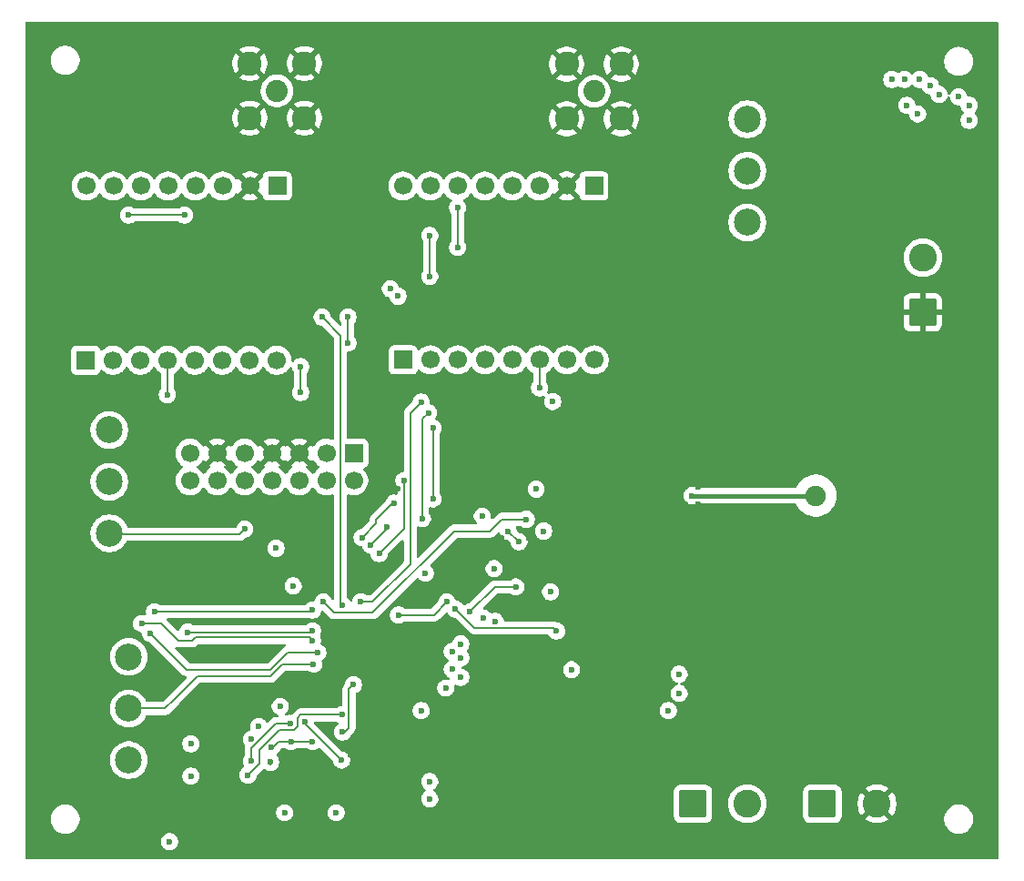
<source format=gbr>
%TF.GenerationSoftware,KiCad,Pcbnew,9.0.6*%
%TF.CreationDate,2026-02-10T23:26:08+00:00*%
%TF.ProjectId,avionics_dev_board,6176696f-6e69-4637-935f-6465765f626f,rev?*%
%TF.SameCoordinates,Original*%
%TF.FileFunction,Copper,L4,Bot*%
%TF.FilePolarity,Positive*%
%FSLAX46Y46*%
G04 Gerber Fmt 4.6, Leading zero omitted, Abs format (unit mm)*
G04 Created by KiCad (PCBNEW 9.0.6) date 2026-02-10 23:26:08*
%MOMM*%
%LPD*%
G01*
G04 APERTURE LIST*
G04 Aperture macros list*
%AMRoundRect*
0 Rectangle with rounded corners*
0 $1 Rounding radius*
0 $2 $3 $4 $5 $6 $7 $8 $9 X,Y pos of 4 corners*
0 Add a 4 corners polygon primitive as box body*
4,1,4,$2,$3,$4,$5,$6,$7,$8,$9,$2,$3,0*
0 Add four circle primitives for the rounded corners*
1,1,$1+$1,$2,$3*
1,1,$1+$1,$4,$5*
1,1,$1+$1,$6,$7*
1,1,$1+$1,$8,$9*
0 Add four rect primitives between the rounded corners*
20,1,$1+$1,$2,$3,$4,$5,0*
20,1,$1+$1,$4,$5,$6,$7,0*
20,1,$1+$1,$6,$7,$8,$9,0*
20,1,$1+$1,$8,$9,$2,$3,0*%
G04 Aperture macros list end*
%TA.AperFunction,ComponentPad*%
%ADD10C,2.600000*%
%TD*%
%TA.AperFunction,ComponentPad*%
%ADD11RoundRect,0.250000X-1.050000X-1.050000X1.050000X-1.050000X1.050000X1.050000X-1.050000X1.050000X0*%
%TD*%
%TA.AperFunction,ComponentPad*%
%ADD12C,2.500000*%
%TD*%
%TA.AperFunction,ComponentPad*%
%ADD13RoundRect,0.250000X1.050000X-1.050000X1.050000X1.050000X-1.050000X1.050000X-1.050000X-1.050000X0*%
%TD*%
%TA.AperFunction,ComponentPad*%
%ADD14C,2.050000*%
%TD*%
%TA.AperFunction,ComponentPad*%
%ADD15C,2.250000*%
%TD*%
%TA.AperFunction,ComponentPad*%
%ADD16R,1.700000X1.700000*%
%TD*%
%TA.AperFunction,ComponentPad*%
%ADD17C,1.700000*%
%TD*%
%TA.AperFunction,ComponentPad*%
%ADD18C,1.905000*%
%TD*%
%TA.AperFunction,ViaPad*%
%ADD19C,0.600000*%
%TD*%
%TA.AperFunction,Conductor*%
%ADD20C,0.200000*%
%TD*%
%TA.AperFunction,Conductor*%
%ADD21C,0.400000*%
%TD*%
G04 APERTURE END LIST*
D10*
%TO.P,J9-NICH,2,Pin_2*%
%TO.N,/PARA_PWR*%
X188758168Y-99675000D03*
D11*
%TO.P,J9-NICH,1,Pin_1*%
%TO.N,/PARA_GND*%
X183678168Y-99675000D03*
%TD*%
D12*
%TO.P,PWR_SW,1,A*%
%TO.N,Net-(PWR_SW1-A)*%
X188750000Y-35987500D03*
%TO.P,PWR_SW,2,B*%
%TO.N,Net-(J1-MBAT1-Pin_2)*%
X188750000Y-40787500D03*
%TO.P,PWR_SW,3,C*%
%TO.N,unconnected-(PWR_SW1-C-Pad3)*%
X188750000Y-45587500D03*
%TD*%
D10*
%TO.P,J1-MBAT,2,Pin_2*%
%TO.N,Net-(J1-MBAT1-Pin_2)*%
X205072500Y-48865000D03*
D13*
%TO.P,J1-MBAT,1,Pin_1*%
%TO.N,GND*%
X205072500Y-53945000D03*
%TD*%
D14*
%TO.P,ANT_24,1,In*%
%TO.N,/L80_ANT*%
X145000000Y-33340000D03*
D15*
%TO.P,ANT_24,2,Ext*%
%TO.N,GND*%
X142460000Y-30800000D03*
X142460000Y-35880000D03*
X147540000Y-30800000D03*
X147540000Y-35880000D03*
%TD*%
D16*
%TO.P,L62-1,1,Pin_1*%
%TO.N,/L62_ANT*%
X174480000Y-42200000D03*
D17*
%TO.P,L62-1,2,Pin_2*%
%TO.N,GND*%
X171940000Y-42200000D03*
%TO.P,L62-1,3,Pin_3*%
%TO.N,+3V3*%
X169400000Y-42200000D03*
%TO.P,L62-1,4,Pin_4*%
%TO.N,/L62_RXSW*%
X166860000Y-42200000D03*
%TO.P,L62-1,5,Pin_5*%
%TO.N,/L62_TXSW*%
X164320000Y-42200000D03*
%TO.P,L62-1,6,Pin_6*%
%TO.N,/L62_BUSY*%
X161780000Y-42200000D03*
%TO.P,L62-1,7,Pin_7*%
%TO.N,/L62_DIO1*%
X159240000Y-42200000D03*
%TO.P,L62-1,8,Pin_8*%
%TO.N,/L62_DIO2*%
X156700000Y-42200000D03*
%TD*%
D16*
%TO.P,L80-2,1,Pin_1*%
%TO.N,unconnected-(L80-2-Pin_1-Pad1)*%
X127210000Y-58400000D03*
D17*
%TO.P,L80-2,2,Pin_2*%
%TO.N,unconnected-(L80-2-Pin_2-Pad2)*%
X129750000Y-58400000D03*
%TO.P,L80-2,3,Pin_3*%
%TO.N,unconnected-(L80-2-Pin_3-Pad3)*%
X132290000Y-58400000D03*
%TO.P,L80-2,4,Pin_4*%
%TO.N,/L80_RST*%
X134830000Y-58400000D03*
%TO.P,L80-2,5,Pin_5*%
%TO.N,/SPI3_SCK*%
X137370000Y-58400000D03*
%TO.P,L80-2,6,Pin_6*%
%TO.N,/SPI3_MISO*%
X139910000Y-58400000D03*
%TO.P,L80-2,7,Pin_7*%
%TO.N,/SPI3_MOSI*%
X142450000Y-58400000D03*
%TO.P,L80-2,8,Pin_8*%
%TO.N,/L80_CS*%
X144990000Y-58400000D03*
%TD*%
D14*
%TO.P,ANT_868,1,In*%
%TO.N,/L62_ANT*%
X174480000Y-33400000D03*
D15*
%TO.P,ANT_868,2,Ext*%
%TO.N,GND*%
X171940000Y-30860000D03*
X171940000Y-35940000D03*
X177020000Y-30860000D03*
X177020000Y-35940000D03*
%TD*%
D16*
%TO.P,L80-1,1,Pin_1*%
%TO.N,/L80_ANT*%
X145020000Y-42200000D03*
D17*
%TO.P,L80-1,2,Pin_2*%
%TO.N,GND*%
X142480000Y-42200000D03*
%TO.P,L80-1,3,Pin_3*%
%TO.N,+3V3*%
X139940000Y-42200000D03*
%TO.P,L80-1,4,Pin_4*%
%TO.N,unconnected-(L80-1-Pin_4-Pad4)*%
X137400000Y-42200000D03*
%TO.P,L80-1,5,Pin_5*%
%TO.N,unconnected-(L80-1-Pin_5-Pad5)*%
X134860000Y-42200000D03*
%TO.P,L80-1,6,Pin_6*%
%TO.N,/L80_BUSY*%
X132320000Y-42200000D03*
%TO.P,L80-1,7,Pin_7*%
%TO.N,/L80_DIO1*%
X129780000Y-42200000D03*
%TO.P,L80-1,8,Pin_8*%
%TO.N,/L80_DIO2*%
X127240000Y-42200000D03*
%TD*%
D12*
%TO.P,PARA_ARM,1,A*%
%TO.N,unconnected-(PARA_ARM1-A-Pad1)*%
X131200000Y-95605000D03*
%TO.P,PARA_ARM,2,B*%
%TO.N,/PARA_DEPLOY*%
X131200000Y-90805000D03*
%TO.P,PARA_ARM,3,C*%
%TO.N,Net-(PARA_ARM1-C)*%
X131200000Y-86005000D03*
%TD*%
D18*
%TO.P,AE1,1,A*%
%TO.N,Net-(AE1-A)*%
X195100000Y-71000000D03*
%TD*%
D12*
%TO.P,BOOT_SW,1,A*%
%TO.N,unconnected-(BOOT_SW1-A-Pad1)*%
X129400000Y-64900000D03*
%TO.P,BOOT_SW,2,B*%
%TO.N,+3V3*%
X129400000Y-69700000D03*
%TO.P,BOOT_SW,3,C*%
%TO.N,/BOOT0*%
X129400000Y-74500000D03*
%TD*%
D16*
%TO.P,L62-2,1,Pin_1*%
%TO.N,unconnected-(L62-2-Pin_1-Pad1)*%
X156725000Y-58375000D03*
D17*
%TO.P,L62-2,2,Pin_2*%
%TO.N,unconnected-(L62-2-Pin_2-Pad2)*%
X159265000Y-58375000D03*
%TO.P,L62-2,3,Pin_3*%
%TO.N,unconnected-(L62-2-Pin_3-Pad3)*%
X161805000Y-58375000D03*
%TO.P,L62-2,4,Pin_4*%
%TO.N,/L62_RST*%
X164345000Y-58375000D03*
%TO.P,L62-2,5,Pin_5*%
%TO.N,/SPI3_SCK*%
X166885000Y-58375000D03*
%TO.P,L62-2,6,Pin_6*%
%TO.N,/SPI3_MISO*%
X169425000Y-58375000D03*
%TO.P,L62-2,7,Pin_7*%
%TO.N,/SPI3_MOSI*%
X171965000Y-58375000D03*
%TO.P,L62-2,8,Pin_8*%
%TO.N,/L62_CS*%
X174505000Y-58375000D03*
%TD*%
D16*
%TO.P,SWD_INT,1,Pin_1*%
%TO.N,unconnected-(SWD_INT1-Pin_1-Pad1)*%
X152140000Y-67060000D03*
D17*
%TO.P,SWD_INT,2,Pin_2*%
%TO.N,unconnected-(SWD_INT1-Pin_2-Pad2)*%
X152140000Y-69600000D03*
%TO.P,SWD_INT,3,Pin_3*%
%TO.N,+3V3*%
X149600000Y-67060000D03*
%TO.P,SWD_INT,4,Pin_4*%
%TO.N,/SWDIO*%
X149600000Y-69600000D03*
%TO.P,SWD_INT,5,Pin_5*%
%TO.N,GND*%
X147060000Y-67060000D03*
%TO.P,SWD_INT,6,Pin_6*%
%TO.N,/SWCLK*%
X147060000Y-69600000D03*
%TO.P,SWD_INT,7,Pin_7*%
%TO.N,GND*%
X144520000Y-67060000D03*
%TO.P,SWD_INT,8,Pin_8*%
%TO.N,/SWO*%
X144520000Y-69600000D03*
%TO.P,SWD_INT,9,Pin_9*%
%TO.N,unconnected-(SWD_INT1-Pin_9-Pad9)*%
X141980000Y-67060000D03*
%TO.P,SWD_INT,10,Pin_10*%
%TO.N,unconnected-(SWD_INT1-Pin_10-Pad10)*%
X141980000Y-69600000D03*
%TO.P,SWD_INT,11,Pin_11*%
%TO.N,GND*%
X139440000Y-67060000D03*
%TO.P,SWD_INT,12,Pin_12*%
%TO.N,/NRST*%
X139440000Y-69600000D03*
%TO.P,SWD_INT,13,Pin_13*%
%TO.N,/VCP_RX*%
X136900000Y-67060000D03*
%TO.P,SWD_INT,14,Pin_14*%
%TO.N,/VCP_TX*%
X136900000Y-69600000D03*
%TD*%
D11*
%TO.P,J10-PBAT,1,Pin_1*%
%TO.N,/PARA_PWR*%
X195720000Y-99672500D03*
D10*
%TO.P,J10-PBAT,2,Pin_2*%
%TO.N,GND*%
X200800000Y-99672500D03*
%TD*%
D19*
%TO.N,GND*%
X141100000Y-99600000D03*
X135800000Y-101000000D03*
X133600000Y-98900000D03*
X210600000Y-89800000D03*
X207200000Y-86400000D03*
X203400000Y-89900000D03*
X200200000Y-86600000D03*
X196600000Y-89900000D03*
X192900000Y-86800000D03*
X189400000Y-90100000D03*
X186700000Y-87100000D03*
X170500000Y-102900000D03*
X167100000Y-103000000D03*
X163600000Y-103000000D03*
X162400000Y-94900000D03*
X165600000Y-93800000D03*
X174378168Y-93100000D03*
X172378168Y-93600000D03*
X168878168Y-96000000D03*
X169178168Y-94400000D03*
X171900000Y-101100000D03*
X177178168Y-91695000D03*
X170578168Y-93500000D03*
X176778168Y-93000000D03*
%TO.N,/L62_TXSW*%
X155550000Y-51750000D03*
%TO.N,/L62_RXSW*%
X156250000Y-52450000D03*
%TO.N,/L62_CS*%
X170640000Y-62240000D03*
%TO.N,Net-(PARA_ARM1-C)*%
X135000000Y-103200000D03*
%TO.N,GND*%
X166700000Y-76000000D03*
%TO.N,/I2C2_SCL*%
X169800000Y-74299000D03*
%TO.N,/CS_W25Q*%
X162100000Y-84800000D03*
%TO.N,/SPI2_MISO*%
X162100000Y-86100000D03*
%TO.N,/RST_W25Q*%
X162100000Y-87900000D03*
%TO.N,/SPI2_SCK*%
X161300000Y-87150000D03*
%TO.N,/SPI2_MOSI*%
X161300000Y-85500000D03*
%TO.N,GND*%
X159200000Y-100800000D03*
%TO.N,+3V3*%
X159200000Y-99200000D03*
%TO.N,/SPI1_SCK*%
X144400000Y-95800000D03*
%TO.N,/LSM6_INT1*%
X143300000Y-92500000D03*
%TO.N,/SPI1_MISO*%
X142600000Y-93662500D03*
%TO.N,GND*%
X190300000Y-52200000D03*
X181100000Y-49900000D03*
X193600000Y-55700000D03*
X204100000Y-29100000D03*
X153200000Y-31600000D03*
X139500000Y-28200000D03*
X123400000Y-82000000D03*
X124000000Y-90100000D03*
X124900000Y-99200000D03*
X196787500Y-28687500D03*
X200587500Y-30287500D03*
%TO.N,+3V3*%
X203587500Y-34687500D03*
%TO.N,GND*%
X196587500Y-39487500D03*
X208787500Y-38687500D03*
X198387500Y-29487500D03*
X186587500Y-31887500D03*
X199187500Y-30287500D03*
X196387500Y-41087500D03*
X201187500Y-36087500D03*
X207587500Y-40087500D03*
X201587500Y-31287500D03*
X192987500Y-45687500D03*
X194187500Y-45687500D03*
%TO.N,+3V3*%
X205787500Y-32887500D03*
X204587500Y-35487500D03*
X203387500Y-32287500D03*
X204787500Y-32287500D03*
X209387500Y-34687500D03*
X202187500Y-32287500D03*
X208387500Y-33887500D03*
X206587500Y-33687500D03*
X209387500Y-36087500D03*
%TO.N,GND*%
X202500000Y-45000000D03*
X194000000Y-38000000D03*
X193300000Y-34700000D03*
X202200000Y-40900000D03*
X206087500Y-42987500D03*
X191387500Y-31687500D03*
X182600000Y-31700000D03*
X136700000Y-77600000D03*
X140900000Y-89400000D03*
X163200000Y-98400000D03*
X162000000Y-75300000D03*
X173700000Y-71500000D03*
X170600000Y-65500000D03*
X173800000Y-62000000D03*
X151800000Y-63300000D03*
X142800000Y-63300000D03*
X139700000Y-61300000D03*
X180600000Y-81800000D03*
X174300000Y-81700000D03*
X176400000Y-79300000D03*
X182500000Y-79200000D03*
X178600000Y-66400000D03*
X183300000Y-63700000D03*
X180000000Y-60600000D03*
X186000000Y-55900000D03*
X180800000Y-55300000D03*
X180700000Y-28600000D03*
X181800000Y-35800000D03*
X182000000Y-43700000D03*
X178200000Y-38900000D03*
X182600000Y-40100000D03*
X176100000Y-46100000D03*
X175700000Y-54000000D03*
X172100000Y-49400000D03*
X168300000Y-53400000D03*
X165800000Y-48100000D03*
X169400000Y-45500000D03*
X158500000Y-28700000D03*
X165600000Y-33000000D03*
X164000000Y-37900000D03*
X166600000Y-28900000D03*
X159200000Y-33100000D03*
X158400000Y-37400000D03*
X152600000Y-36400000D03*
X150300000Y-28500000D03*
X150000000Y-41100000D03*
X133100000Y-34000000D03*
X137300000Y-32800000D03*
X134700000Y-38100000D03*
X134100000Y-29700000D03*
X129000000Y-36800000D03*
X123700000Y-41600000D03*
X155700000Y-86700000D03*
X153200000Y-86700000D03*
X150800000Y-86700000D03*
X150800000Y-84100000D03*
X153200000Y-84200000D03*
X155700000Y-84200000D03*
X149000000Y-57200000D03*
X161700000Y-54900000D03*
X161600000Y-50600000D03*
X158700000Y-55000000D03*
X155800000Y-55100000D03*
X158800000Y-52800000D03*
X128200000Y-79800000D03*
X131500000Y-79800000D03*
X126100000Y-62000000D03*
X131900000Y-62000000D03*
X125100000Y-47600000D03*
X127200000Y-45500000D03*
X133000000Y-52900000D03*
X130200000Y-50600000D03*
X131300000Y-55200000D03*
X136900000Y-53000000D03*
X126300000Y-53100000D03*
X133000000Y-48100000D03*
X145100000Y-50900000D03*
X140100000Y-46800000D03*
X151600000Y-50900000D03*
X147700000Y-46800000D03*
X154600000Y-46800000D03*
%TO.N,Net-(AE1-A)*%
X183600000Y-71000000D03*
%TO.N,GND*%
X152000000Y-96000000D03*
X178400000Y-89400000D03*
X177400000Y-70700000D03*
X147300000Y-74000000D03*
X148000000Y-87600000D03*
X162700000Y-71600000D03*
X142600000Y-78900000D03*
X140400000Y-85400000D03*
X148900000Y-100502500D03*
X183000000Y-70200000D03*
X146000000Y-75300000D03*
X170600000Y-61000000D03*
X167400000Y-92105000D03*
X152000000Y-97800000D03*
X177400000Y-72500000D03*
X147300000Y-100502500D03*
X148300000Y-61400000D03*
X166400000Y-91605000D03*
X165600000Y-80600000D03*
X153400000Y-98600000D03*
X183000000Y-71800000D03*
X137900000Y-73600000D03*
X157600000Y-93400000D03*
X168500000Y-91605000D03*
X139800000Y-75700000D03*
X184200000Y-71800000D03*
X179400000Y-91000000D03*
X140587500Y-94687500D03*
X160200000Y-78200000D03*
X169100000Y-82300000D03*
X141600000Y-80649998D03*
X151800000Y-95100000D03*
X152300000Y-74000000D03*
X168200000Y-61000000D03*
X136987500Y-92487500D03*
X136987500Y-95687500D03*
X163000000Y-67900000D03*
X158400000Y-92500000D03*
X181000000Y-77400000D03*
X156200000Y-68700000D03*
X184200000Y-70200000D03*
X178400000Y-87600000D03*
X168400000Y-74900000D03*
X156200000Y-70400000D03*
X146000000Y-61400000D03*
X161700000Y-92100000D03*
X151900000Y-75200000D03*
X139399000Y-85100000D03*
X182400000Y-77400000D03*
X174400000Y-87200000D03*
X172400000Y-86005000D03*
X140600000Y-86400000D03*
X168900000Y-77800000D03*
X152000000Y-94200000D03*
X143400000Y-89300000D03*
X166900000Y-68000000D03*
X165900000Y-74900000D03*
X143600000Y-76000000D03*
X155900000Y-91600000D03*
X148200000Y-59500000D03*
%TO.N,+3V3*%
X146500000Y-79400000D03*
X169100000Y-70400000D03*
X150500000Y-100502500D03*
X158400000Y-91000000D03*
X164200000Y-82400000D03*
X170450000Y-79950000D03*
X136987500Y-97087500D03*
X164100000Y-72900000D03*
X172400000Y-87205000D03*
X136987500Y-94087500D03*
X160700000Y-88900000D03*
X182400000Y-89400000D03*
X158800000Y-78200000D03*
X159200000Y-97600000D03*
X165200000Y-77800000D03*
X181400000Y-91000000D03*
X144900000Y-75900000D03*
X145700000Y-100502500D03*
X165300000Y-82700000D03*
X182400000Y-87600000D03*
X145300000Y-90600000D03*
%TO.N,/NRST*%
X136700000Y-83700000D03*
X148300000Y-83600000D03*
%TO.N,/BOOT0*%
X142000000Y-74100000D03*
%TO.N,/CS_ADXL*%
X147600000Y-92000000D03*
X151000000Y-95600000D03*
%TO.N,/SPI1_MOSI*%
X148300000Y-93900000D03*
X146300000Y-93900000D03*
X144500000Y-94400000D03*
%TO.N,/INT2_ADXL*%
X151100000Y-93000000D03*
X152100000Y-88600000D03*
%TO.N,/L62_BUSY*%
X159100000Y-63300000D03*
X161800000Y-44200000D03*
X161800000Y-47900000D03*
X158524265Y-73124265D03*
%TO.N,/L62_DIO1*%
X152800000Y-80900000D03*
X159200000Y-50600000D03*
X159200000Y-46800000D03*
X158400000Y-62300000D03*
%TO.N,/L62_RST*%
X168200000Y-73200000D03*
X149300000Y-80900000D03*
%TO.N,/SPI3_MISO*%
X169425000Y-60975000D03*
X155200000Y-73900000D03*
X153700000Y-75600000D03*
%TO.N,/SPI3_SCK*%
X156800000Y-69600000D03*
X154500000Y-76400000D03*
%TO.N,/SPI3_MOSI*%
X152900000Y-74900000D03*
X155900000Y-71700000D03*
%TO.N,/L80_DIO1*%
X149200000Y-54400000D03*
X151100000Y-81200000D03*
%TO.N,/L80_BUSY*%
X159500000Y-71300000D03*
X159500000Y-64700000D03*
X151600000Y-54400000D03*
X151600000Y-56800000D03*
%TO.N,/L80_CS*%
X147200000Y-61400000D03*
X147200000Y-59000000D03*
%TO.N,/L80_RST*%
X133600000Y-81800000D03*
X148300000Y-81650000D03*
X134800000Y-61600000D03*
%TO.N,/I2C2_SDA*%
X167500000Y-75300000D03*
X166500000Y-74300000D03*
%TO.N,/PARA_DEPLOY*%
X148400000Y-86700000D03*
%TO.N,/INT_MMC*%
X160800000Y-80900000D03*
X156300000Y-82100000D03*
%TO.N,/LSM6_INT2*%
X151050000Y-91400000D03*
X142300000Y-97000000D03*
%TO.N,/CS_LSM6*%
X146200000Y-92200000D03*
X142600000Y-95700000D03*
%TO.N,/INT_BMP*%
X162925735Y-81825735D03*
X167200000Y-79500000D03*
%TO.N,/RST_MAX*%
X171000000Y-83600000D03*
X161600000Y-81550000D03*
%TO.N,/L62_DIO2*%
X132400000Y-82900000D03*
X131200000Y-44900000D03*
X136400000Y-44900000D03*
X148300000Y-84500000D03*
%TO.N,/L80_DIO2*%
X133200000Y-83800000D03*
X148800000Y-85600000D03*
%TD*%
D20*
%TO.N,/SPI1_SCK*%
X144400000Y-95800000D02*
X144400000Y-96000000D01*
D21*
%TO.N,Net-(AE1-A)*%
X195100000Y-71000000D02*
X183600000Y-71000000D01*
D20*
%TO.N,/NRST*%
X148100000Y-83700000D02*
X136700000Y-83700000D01*
X148200000Y-83600000D02*
X148100000Y-83700000D01*
X148300000Y-83600000D02*
X148200000Y-83600000D01*
%TO.N,/BOOT0*%
X141500000Y-74600000D02*
X142000000Y-74100000D01*
X130600000Y-74600000D02*
X141500000Y-74600000D01*
%TO.N,/CS_ADXL*%
X147700000Y-92100000D02*
X147700000Y-92300000D01*
X147600000Y-92000000D02*
X147700000Y-92100000D01*
X147700000Y-92300000D02*
X151000000Y-95600000D01*
%TO.N,/SPI1_MOSI*%
X144600000Y-94400000D02*
X145100000Y-93900000D01*
X144500000Y-94400000D02*
X144600000Y-94400000D01*
X146300000Y-93900000D02*
X148300000Y-93900000D01*
X145100000Y-93900000D02*
X146300000Y-93900000D01*
%TO.N,/INT2_ADXL*%
X151700000Y-89000000D02*
X152100000Y-88600000D01*
X151300000Y-93000000D02*
X151700000Y-92600000D01*
X151700000Y-92600000D02*
X151700000Y-89000000D01*
X151100000Y-93000000D02*
X151300000Y-93000000D01*
%TO.N,/L62_BUSY*%
X159100000Y-63300000D02*
X158524265Y-63875735D01*
X158524265Y-63875735D02*
X158524265Y-73124265D01*
X161800000Y-44200000D02*
X161800000Y-47900000D01*
%TO.N,/L62_DIO1*%
X158400000Y-62300000D02*
X157401000Y-63299000D01*
X153900000Y-80900000D02*
X152800000Y-80900000D01*
X157401000Y-77399000D02*
X153900000Y-80900000D01*
X159200000Y-46800000D02*
X159200000Y-50600000D01*
X157401000Y-63299000D02*
X157401000Y-77399000D01*
%TO.N,/L62_RST*%
X150300000Y-81900000D02*
X149300000Y-80900000D01*
X165900000Y-73200000D02*
X164800000Y-74300000D01*
X164800000Y-74300000D02*
X161500000Y-74300000D01*
X161500000Y-74300000D02*
X153900000Y-81900000D01*
X168200000Y-73200000D02*
X165900000Y-73200000D01*
X153900000Y-81900000D02*
X150300000Y-81900000D01*
%TO.N,/SPI3_MISO*%
X169425000Y-60975000D02*
X169425000Y-58375000D01*
X155200000Y-73900000D02*
X155200000Y-74100000D01*
X155200000Y-74100000D02*
X153700000Y-75600000D01*
%TO.N,/SPI3_SCK*%
X156800000Y-69600000D02*
X156800000Y-74100000D01*
X156800000Y-74100000D02*
X154500000Y-76400000D01*
%TO.N,/SPI3_MOSI*%
X155850000Y-71600000D02*
X154224265Y-73225735D01*
X154224265Y-73225735D02*
X154224265Y-73575735D01*
X154224265Y-73575735D02*
X152900000Y-74900000D01*
%TO.N,/L80_DIO1*%
X150900000Y-81000000D02*
X151100000Y-81200000D01*
X149200000Y-54400000D02*
X150900000Y-56100000D01*
X150900000Y-56100000D02*
X150900000Y-81000000D01*
%TO.N,/L80_BUSY*%
X151600000Y-54400000D02*
X151600000Y-56800000D01*
X159500000Y-64700000D02*
X159500000Y-71300000D01*
%TO.N,/L80_CS*%
X147200000Y-59000000D02*
X147200000Y-61400000D01*
%TO.N,/L80_RST*%
X134830000Y-61570000D02*
X134800000Y-61600000D01*
X148300000Y-81650000D02*
X148150000Y-81800000D01*
X134830000Y-58400000D02*
X134830000Y-61570000D01*
X148150000Y-81800000D02*
X133600000Y-81800000D01*
%TO.N,/I2C2_SDA*%
X166500000Y-74300000D02*
X167500000Y-75300000D01*
%TO.N,/PARA_DEPLOY*%
X144400000Y-87800000D02*
X145500000Y-86700000D01*
X137600000Y-87800000D02*
X144400000Y-87800000D01*
X145500000Y-86700000D02*
X148400000Y-86700000D01*
X134595000Y-90805000D02*
X135400000Y-90000000D01*
X135400000Y-90000000D02*
X137600000Y-87800000D01*
X131200000Y-90805000D02*
X134595000Y-90805000D01*
%TO.N,/INT_MMC*%
X156300000Y-82100000D02*
X159600000Y-82100000D01*
X159600000Y-82100000D02*
X160800000Y-80900000D01*
%TO.N,/LSM6_INT2*%
X143400000Y-95900000D02*
X142300000Y-97000000D01*
X143400000Y-94650057D02*
X143400000Y-95900000D01*
X151050000Y-91400000D02*
X150400000Y-91400000D01*
X150399000Y-91399000D02*
X147201000Y-91399000D01*
X145249057Y-92801000D02*
X143400000Y-94650057D01*
X146599000Y-92801000D02*
X145249057Y-92801000D01*
X147201000Y-91399000D02*
X146900000Y-91700000D01*
X146900000Y-91700000D02*
X146900000Y-92500000D01*
X150400000Y-91400000D02*
X150399000Y-91399000D01*
X146900000Y-92500000D02*
X146599000Y-92801000D01*
%TO.N,/CS_LSM6*%
X146200000Y-92200000D02*
X144900000Y-92200000D01*
X144900000Y-92200000D02*
X142600000Y-94500000D01*
X142600000Y-94500000D02*
X142600000Y-95700000D01*
%TO.N,/INT_BMP*%
X167200000Y-79500000D02*
X165251470Y-79500000D01*
X165251470Y-79500000D02*
X162925735Y-81825735D01*
%TO.N,/RST_MAX*%
X163350000Y-83300000D02*
X161600000Y-81550000D01*
X170700000Y-83300000D02*
X163350000Y-83300000D01*
X171000000Y-83600000D02*
X170700000Y-83300000D01*
%TO.N,/L62_DIO2*%
X137100000Y-84500000D02*
X137400000Y-84200000D01*
X137400000Y-84200000D02*
X139150057Y-84200000D01*
X147999000Y-84199000D02*
X148300000Y-84500000D01*
X139151057Y-84199000D02*
X147999000Y-84199000D01*
X132400000Y-82900000D02*
X134200000Y-82900000D01*
X136400000Y-44900000D02*
X131200000Y-44900000D01*
X135800000Y-84500000D02*
X137100000Y-84500000D01*
X139150057Y-84200000D02*
X139151057Y-84199000D01*
X134200000Y-82900000D02*
X135800000Y-84500000D01*
%TO.N,/L80_DIO2*%
X136600000Y-87200000D02*
X144400000Y-87200000D01*
X133200000Y-83800000D02*
X136600000Y-87200000D01*
X144400000Y-87200000D02*
X146000000Y-85600000D01*
X146000000Y-85600000D02*
X148800000Y-85600000D01*
%TD*%
%TA.AperFunction,Conductor*%
%TO.N,GND*%
G36*
X145793505Y-84819185D02*
G01*
X145839260Y-84871989D01*
X145849204Y-84941147D01*
X145820179Y-85004703D01*
X145773917Y-85038062D01*
X145768209Y-85040425D01*
X145631290Y-85119475D01*
X145631282Y-85119481D01*
X144187584Y-86563181D01*
X144126261Y-86596666D01*
X144099903Y-86599500D01*
X136900097Y-86599500D01*
X136833058Y-86579815D01*
X136812416Y-86563181D01*
X135541094Y-85291859D01*
X135507609Y-85230536D01*
X135512593Y-85160844D01*
X135554465Y-85104911D01*
X135619929Y-85080494D01*
X135660869Y-85084403D01*
X135720943Y-85100501D01*
X135720944Y-85100501D01*
X135886654Y-85100501D01*
X135886670Y-85100500D01*
X137013331Y-85100500D01*
X137013347Y-85100501D01*
X137020943Y-85100501D01*
X137179054Y-85100501D01*
X137179057Y-85100501D01*
X137331785Y-85059577D01*
X137394211Y-85023535D01*
X137468716Y-84980520D01*
X137580520Y-84868716D01*
X137580520Y-84868714D01*
X137590726Y-84858509D01*
X137590732Y-84858502D01*
X137612418Y-84836817D01*
X137673742Y-84803333D01*
X137700097Y-84800500D01*
X139063388Y-84800500D01*
X139063404Y-84800501D01*
X139071000Y-84800501D01*
X139229565Y-84800501D01*
X139244846Y-84799500D01*
X145726466Y-84799500D01*
X145793505Y-84819185D01*
G37*
%TD.AperFunction*%
%TA.AperFunction,Conductor*%
G36*
X138974075Y-67252993D02*
G01*
X139039901Y-67367007D01*
X139132993Y-67460099D01*
X139247007Y-67525925D01*
X139310590Y-67542962D01*
X138678282Y-68175269D01*
X138678282Y-68175270D01*
X138732452Y-68214626D01*
X138732451Y-68214626D01*
X138741495Y-68219234D01*
X138792292Y-68267208D01*
X138809087Y-68335029D01*
X138786550Y-68401164D01*
X138741499Y-68440202D01*
X138732182Y-68444949D01*
X138560213Y-68569890D01*
X138409890Y-68720213D01*
X138284949Y-68892182D01*
X138280484Y-68900946D01*
X138232509Y-68951742D01*
X138164688Y-68968536D01*
X138098553Y-68945998D01*
X138059516Y-68900946D01*
X138055050Y-68892182D01*
X137930109Y-68720213D01*
X137779786Y-68569890D01*
X137607820Y-68444951D01*
X137599498Y-68440711D01*
X137599054Y-68440485D01*
X137548259Y-68392512D01*
X137531463Y-68324692D01*
X137553999Y-68258556D01*
X137599054Y-68219515D01*
X137607816Y-68215051D01*
X137694138Y-68152335D01*
X137779786Y-68090109D01*
X137779788Y-68090106D01*
X137779792Y-68090104D01*
X137930104Y-67939792D01*
X137930106Y-67939788D01*
X137930109Y-67939786D01*
X138015890Y-67821717D01*
X138055051Y-67767816D01*
X138059793Y-67758508D01*
X138107763Y-67707711D01*
X138175583Y-67690911D01*
X138241719Y-67713445D01*
X138280763Y-67758500D01*
X138285373Y-67767547D01*
X138324728Y-67821716D01*
X138957037Y-67189408D01*
X138974075Y-67252993D01*
G37*
%TD.AperFunction*%
%TA.AperFunction,Conductor*%
G36*
X140555270Y-67821717D02*
G01*
X140555270Y-67821716D01*
X140594622Y-67767555D01*
X140599232Y-67758507D01*
X140647205Y-67707709D01*
X140715025Y-67690912D01*
X140781161Y-67713447D01*
X140820204Y-67758504D01*
X140824949Y-67767817D01*
X140949890Y-67939786D01*
X141100213Y-68090109D01*
X141272182Y-68215050D01*
X141280946Y-68219516D01*
X141331742Y-68267491D01*
X141348536Y-68335312D01*
X141325998Y-68401447D01*
X141280946Y-68440484D01*
X141272182Y-68444949D01*
X141100213Y-68569890D01*
X140949890Y-68720213D01*
X140824949Y-68892182D01*
X140820484Y-68900946D01*
X140772509Y-68951742D01*
X140704688Y-68968536D01*
X140638553Y-68945998D01*
X140599516Y-68900946D01*
X140595050Y-68892182D01*
X140470109Y-68720213D01*
X140319786Y-68569890D01*
X140147817Y-68444949D01*
X140138504Y-68440204D01*
X140087707Y-68392230D01*
X140070912Y-68324409D01*
X140093449Y-68258274D01*
X140138507Y-68219232D01*
X140147555Y-68214622D01*
X140201716Y-68175270D01*
X140201717Y-68175270D01*
X139569408Y-67542962D01*
X139632993Y-67525925D01*
X139747007Y-67460099D01*
X139840099Y-67367007D01*
X139905925Y-67252993D01*
X139922962Y-67189408D01*
X140555270Y-67821717D01*
G37*
%TD.AperFunction*%
%TA.AperFunction,Conductor*%
G36*
X144054075Y-67252993D02*
G01*
X144119901Y-67367007D01*
X144212993Y-67460099D01*
X144327007Y-67525925D01*
X144390590Y-67542962D01*
X143758282Y-68175269D01*
X143758282Y-68175270D01*
X143812452Y-68214626D01*
X143812451Y-68214626D01*
X143821495Y-68219234D01*
X143872292Y-68267208D01*
X143889087Y-68335029D01*
X143866550Y-68401164D01*
X143821499Y-68440202D01*
X143812182Y-68444949D01*
X143640213Y-68569890D01*
X143489890Y-68720213D01*
X143364949Y-68892182D01*
X143360484Y-68900946D01*
X143312509Y-68951742D01*
X143244688Y-68968536D01*
X143178553Y-68945998D01*
X143139516Y-68900946D01*
X143135050Y-68892182D01*
X143010109Y-68720213D01*
X142859786Y-68569890D01*
X142687820Y-68444951D01*
X142679498Y-68440711D01*
X142679054Y-68440485D01*
X142628259Y-68392512D01*
X142611463Y-68324692D01*
X142633999Y-68258556D01*
X142679054Y-68219515D01*
X142687816Y-68215051D01*
X142774138Y-68152335D01*
X142859786Y-68090109D01*
X142859788Y-68090106D01*
X142859792Y-68090104D01*
X143010104Y-67939792D01*
X143010106Y-67939788D01*
X143010109Y-67939786D01*
X143095890Y-67821717D01*
X143135051Y-67767816D01*
X143139793Y-67758508D01*
X143187763Y-67707711D01*
X143255583Y-67690911D01*
X143321719Y-67713445D01*
X143360763Y-67758500D01*
X143365373Y-67767547D01*
X143404728Y-67821716D01*
X144037037Y-67189408D01*
X144054075Y-67252993D01*
G37*
%TD.AperFunction*%
%TA.AperFunction,Conductor*%
G36*
X146594075Y-67252993D02*
G01*
X146659901Y-67367007D01*
X146752993Y-67460099D01*
X146867007Y-67525925D01*
X146930590Y-67542962D01*
X146298282Y-68175269D01*
X146298282Y-68175270D01*
X146352452Y-68214626D01*
X146352451Y-68214626D01*
X146361495Y-68219234D01*
X146412292Y-68267208D01*
X146429087Y-68335029D01*
X146406550Y-68401164D01*
X146361499Y-68440202D01*
X146352182Y-68444949D01*
X146180213Y-68569890D01*
X146029890Y-68720213D01*
X145904949Y-68892182D01*
X145900484Y-68900946D01*
X145852509Y-68951742D01*
X145784688Y-68968536D01*
X145718553Y-68945998D01*
X145679516Y-68900946D01*
X145675050Y-68892182D01*
X145550109Y-68720213D01*
X145399786Y-68569890D01*
X145227817Y-68444949D01*
X145218504Y-68440204D01*
X145167707Y-68392230D01*
X145150912Y-68324409D01*
X145173449Y-68258274D01*
X145218507Y-68219232D01*
X145227555Y-68214622D01*
X145281716Y-68175270D01*
X145281717Y-68175270D01*
X144649408Y-67542962D01*
X144712993Y-67525925D01*
X144827007Y-67460099D01*
X144920099Y-67367007D01*
X144985925Y-67252993D01*
X145002962Y-67189408D01*
X145635270Y-67821717D01*
X145635270Y-67821716D01*
X145674622Y-67767554D01*
X145679514Y-67757954D01*
X145727488Y-67707157D01*
X145795308Y-67690361D01*
X145861444Y-67712897D01*
X145900486Y-67757954D01*
X145905375Y-67767550D01*
X145944728Y-67821716D01*
X146577037Y-67189408D01*
X146594075Y-67252993D01*
G37*
%TD.AperFunction*%
%TA.AperFunction,Conductor*%
G36*
X148175270Y-67821717D02*
G01*
X148175270Y-67821716D01*
X148214622Y-67767555D01*
X148219232Y-67758507D01*
X148267205Y-67707709D01*
X148335025Y-67690912D01*
X148401161Y-67713447D01*
X148440204Y-67758504D01*
X148444949Y-67767817D01*
X148569890Y-67939786D01*
X148720213Y-68090109D01*
X148892182Y-68215050D01*
X148900946Y-68219516D01*
X148951742Y-68267491D01*
X148968536Y-68335312D01*
X148945998Y-68401447D01*
X148900946Y-68440484D01*
X148892182Y-68444949D01*
X148720213Y-68569890D01*
X148569890Y-68720213D01*
X148444949Y-68892182D01*
X148440484Y-68900946D01*
X148392509Y-68951742D01*
X148324688Y-68968536D01*
X148258553Y-68945998D01*
X148219516Y-68900946D01*
X148215050Y-68892182D01*
X148090109Y-68720213D01*
X147939786Y-68569890D01*
X147767817Y-68444949D01*
X147758504Y-68440204D01*
X147707707Y-68392230D01*
X147690912Y-68324409D01*
X147713449Y-68258274D01*
X147758507Y-68219232D01*
X147767555Y-68214622D01*
X147821716Y-68175270D01*
X147821717Y-68175270D01*
X147189408Y-67542962D01*
X147252993Y-67525925D01*
X147367007Y-67460099D01*
X147460099Y-67367007D01*
X147525925Y-67252993D01*
X147542962Y-67189409D01*
X148175270Y-67821717D01*
G37*
%TD.AperFunction*%
%TA.AperFunction,Conductor*%
G36*
X212042539Y-26920185D02*
G01*
X212088294Y-26972989D01*
X212099500Y-27024500D01*
X212099500Y-104675500D01*
X212079815Y-104742539D01*
X212027011Y-104788294D01*
X211975500Y-104799500D01*
X121724500Y-104799500D01*
X121657461Y-104779815D01*
X121611706Y-104727011D01*
X121600500Y-104675500D01*
X121600500Y-103121153D01*
X134199500Y-103121153D01*
X134199500Y-103278846D01*
X134230261Y-103433489D01*
X134230264Y-103433501D01*
X134290602Y-103579172D01*
X134290609Y-103579185D01*
X134378210Y-103710288D01*
X134378213Y-103710292D01*
X134489707Y-103821786D01*
X134489711Y-103821789D01*
X134620814Y-103909390D01*
X134620827Y-103909397D01*
X134766498Y-103969735D01*
X134766503Y-103969737D01*
X134921153Y-104000499D01*
X134921156Y-104000500D01*
X134921158Y-104000500D01*
X135078844Y-104000500D01*
X135078845Y-104000499D01*
X135233497Y-103969737D01*
X135379179Y-103909394D01*
X135510289Y-103821789D01*
X135621789Y-103710289D01*
X135709394Y-103579179D01*
X135769737Y-103433497D01*
X135800500Y-103278842D01*
X135800500Y-103121158D01*
X135800500Y-103121155D01*
X135800499Y-103121153D01*
X135769738Y-102966510D01*
X135769737Y-102966503D01*
X135769735Y-102966498D01*
X135709397Y-102820827D01*
X135709390Y-102820814D01*
X135621789Y-102689711D01*
X135621786Y-102689707D01*
X135510292Y-102578213D01*
X135510288Y-102578210D01*
X135379185Y-102490609D01*
X135379172Y-102490602D01*
X135233501Y-102430264D01*
X135233489Y-102430261D01*
X135078845Y-102399500D01*
X135078842Y-102399500D01*
X134921158Y-102399500D01*
X134921155Y-102399500D01*
X134766510Y-102430261D01*
X134766498Y-102430264D01*
X134620827Y-102490602D01*
X134620814Y-102490609D01*
X134489711Y-102578210D01*
X134489707Y-102578213D01*
X134378213Y-102689707D01*
X134378210Y-102689711D01*
X134290609Y-102820814D01*
X134290602Y-102820827D01*
X134230264Y-102966498D01*
X134230261Y-102966510D01*
X134199500Y-103121153D01*
X121600500Y-103121153D01*
X121600500Y-100993713D01*
X123949500Y-100993713D01*
X123949500Y-101206287D01*
X123950388Y-101211894D01*
X123981735Y-101409814D01*
X123982754Y-101416243D01*
X124002007Y-101475498D01*
X124048444Y-101618414D01*
X124144951Y-101807820D01*
X124269890Y-101979786D01*
X124420213Y-102130109D01*
X124592179Y-102255048D01*
X124592181Y-102255049D01*
X124592184Y-102255051D01*
X124781588Y-102351557D01*
X124983757Y-102417246D01*
X125193713Y-102450500D01*
X125193714Y-102450500D01*
X125406286Y-102450500D01*
X125406287Y-102450500D01*
X125616243Y-102417246D01*
X125818412Y-102351557D01*
X126007816Y-102255051D01*
X126029789Y-102239086D01*
X126179786Y-102130109D01*
X126179788Y-102130106D01*
X126179792Y-102130104D01*
X126330104Y-101979792D01*
X126330106Y-101979788D01*
X126330109Y-101979786D01*
X126455048Y-101807820D01*
X126455047Y-101807820D01*
X126455051Y-101807816D01*
X126551557Y-101618412D01*
X126617246Y-101416243D01*
X126650500Y-101206287D01*
X126650500Y-100993713D01*
X126617246Y-100783757D01*
X126551557Y-100581588D01*
X126471085Y-100423653D01*
X144899500Y-100423653D01*
X144899500Y-100581346D01*
X144930261Y-100735989D01*
X144930264Y-100736001D01*
X144990602Y-100881672D01*
X144990609Y-100881685D01*
X145078210Y-101012788D01*
X145078213Y-101012792D01*
X145189707Y-101124286D01*
X145189711Y-101124289D01*
X145320814Y-101211890D01*
X145320827Y-101211897D01*
X145466498Y-101272235D01*
X145466503Y-101272237D01*
X145572293Y-101293280D01*
X145621153Y-101302999D01*
X145621156Y-101303000D01*
X145621158Y-101303000D01*
X145778844Y-101303000D01*
X145778845Y-101302999D01*
X145933497Y-101272237D01*
X146079179Y-101211894D01*
X146210289Y-101124289D01*
X146321789Y-101012789D01*
X146409394Y-100881679D01*
X146412038Y-100875297D01*
X146453581Y-100775001D01*
X146469737Y-100735997D01*
X146500500Y-100581342D01*
X146500500Y-100423658D01*
X146500500Y-100423655D01*
X146500499Y-100423653D01*
X149699500Y-100423653D01*
X149699500Y-100581346D01*
X149730261Y-100735989D01*
X149730264Y-100736001D01*
X149790602Y-100881672D01*
X149790609Y-100881685D01*
X149878210Y-101012788D01*
X149878213Y-101012792D01*
X149989707Y-101124286D01*
X149989711Y-101124289D01*
X150120814Y-101211890D01*
X150120827Y-101211897D01*
X150266498Y-101272235D01*
X150266503Y-101272237D01*
X150372293Y-101293280D01*
X150421153Y-101302999D01*
X150421156Y-101303000D01*
X150421158Y-101303000D01*
X150578844Y-101303000D01*
X150578845Y-101302999D01*
X150733497Y-101272237D01*
X150879179Y-101211894D01*
X151010289Y-101124289D01*
X151121789Y-101012789D01*
X151209394Y-100881679D01*
X151212038Y-100875297D01*
X151253581Y-100775001D01*
X151269737Y-100735997D01*
X151300500Y-100581342D01*
X151300500Y-100423658D01*
X151300500Y-100423655D01*
X151300499Y-100423653D01*
X151280378Y-100322500D01*
X151269737Y-100269003D01*
X151231789Y-100177388D01*
X151209397Y-100123327D01*
X151209390Y-100123314D01*
X151121789Y-99992211D01*
X151121786Y-99992207D01*
X151010292Y-99880713D01*
X151010288Y-99880710D01*
X150879185Y-99793109D01*
X150879172Y-99793102D01*
X150733501Y-99732764D01*
X150733489Y-99732761D01*
X150578845Y-99702000D01*
X150578842Y-99702000D01*
X150421158Y-99702000D01*
X150421155Y-99702000D01*
X150266510Y-99732761D01*
X150266498Y-99732764D01*
X150120827Y-99793102D01*
X150120814Y-99793109D01*
X149989711Y-99880710D01*
X149989707Y-99880713D01*
X149878213Y-99992207D01*
X149878210Y-99992211D01*
X149790609Y-100123314D01*
X149790602Y-100123327D01*
X149730264Y-100268998D01*
X149730261Y-100269010D01*
X149699500Y-100423653D01*
X146500499Y-100423653D01*
X146480378Y-100322500D01*
X146469737Y-100269003D01*
X146431789Y-100177388D01*
X146409397Y-100123327D01*
X146409390Y-100123314D01*
X146321789Y-99992211D01*
X146321786Y-99992207D01*
X146210292Y-99880713D01*
X146210288Y-99880710D01*
X146079185Y-99793109D01*
X146079172Y-99793102D01*
X145933501Y-99732764D01*
X145933489Y-99732761D01*
X145778845Y-99702000D01*
X145778842Y-99702000D01*
X145621158Y-99702000D01*
X145621155Y-99702000D01*
X145466510Y-99732761D01*
X145466498Y-99732764D01*
X145320827Y-99793102D01*
X145320814Y-99793109D01*
X145189711Y-99880710D01*
X145189707Y-99880713D01*
X145078213Y-99992207D01*
X145078210Y-99992211D01*
X144990609Y-100123314D01*
X144990602Y-100123327D01*
X144930264Y-100268998D01*
X144930261Y-100269010D01*
X144899500Y-100423653D01*
X126471085Y-100423653D01*
X126455051Y-100392184D01*
X126455050Y-100392182D01*
X126330109Y-100220213D01*
X126179786Y-100069890D01*
X126007820Y-99944951D01*
X125818414Y-99848444D01*
X125818413Y-99848443D01*
X125818412Y-99848443D01*
X125616243Y-99782754D01*
X125616241Y-99782753D01*
X125616240Y-99782753D01*
X125454957Y-99757208D01*
X125406287Y-99749500D01*
X125193713Y-99749500D01*
X125145042Y-99757208D01*
X124983760Y-99782753D01*
X124781585Y-99848444D01*
X124592179Y-99944951D01*
X124420213Y-100069890D01*
X124269890Y-100220213D01*
X124144951Y-100392179D01*
X124048444Y-100581585D01*
X123982753Y-100783760D01*
X123949500Y-100993713D01*
X121600500Y-100993713D01*
X121600500Y-95490258D01*
X129449500Y-95490258D01*
X129449500Y-95719741D01*
X129470448Y-95878846D01*
X129479452Y-95947238D01*
X129488012Y-95979185D01*
X129538842Y-96168887D01*
X129626650Y-96380876D01*
X129626657Y-96380890D01*
X129637468Y-96399615D01*
X129740000Y-96577207D01*
X129741392Y-96579617D01*
X129881081Y-96761661D01*
X129881089Y-96761670D01*
X130043330Y-96923911D01*
X130043338Y-96923918D01*
X130225382Y-97063607D01*
X130225385Y-97063608D01*
X130225388Y-97063611D01*
X130424112Y-97178344D01*
X130424117Y-97178346D01*
X130424123Y-97178349D01*
X130515480Y-97216190D01*
X130636113Y-97266158D01*
X130857762Y-97325548D01*
X131085266Y-97355500D01*
X131085273Y-97355500D01*
X131314727Y-97355500D01*
X131314734Y-97355500D01*
X131542238Y-97325548D01*
X131763887Y-97266158D01*
X131975888Y-97178344D01*
X132174612Y-97063611D01*
X132246234Y-97008653D01*
X136187000Y-97008653D01*
X136187000Y-97166346D01*
X136217761Y-97320989D01*
X136217764Y-97321001D01*
X136278102Y-97466672D01*
X136278109Y-97466685D01*
X136365710Y-97597788D01*
X136365713Y-97597792D01*
X136477207Y-97709286D01*
X136477211Y-97709289D01*
X136608314Y-97796890D01*
X136608327Y-97796897D01*
X136753998Y-97857235D01*
X136754003Y-97857237D01*
X136881008Y-97882500D01*
X136908653Y-97887999D01*
X136908656Y-97888000D01*
X136908658Y-97888000D01*
X137066344Y-97888000D01*
X137066345Y-97887999D01*
X137220997Y-97857237D01*
X137366679Y-97796894D01*
X137497789Y-97709289D01*
X137609289Y-97597789D01*
X137696894Y-97466679D01*
X137757237Y-97320997D01*
X137788000Y-97166342D01*
X137788000Y-97008658D01*
X137788000Y-97008655D01*
X137787999Y-97008653D01*
X137774196Y-96939257D01*
X137770595Y-96921153D01*
X141499500Y-96921153D01*
X141499500Y-97078846D01*
X141530261Y-97233489D01*
X141530264Y-97233501D01*
X141590602Y-97379172D01*
X141590609Y-97379185D01*
X141678210Y-97510288D01*
X141678213Y-97510292D01*
X141789707Y-97621786D01*
X141789711Y-97621789D01*
X141920814Y-97709390D01*
X141920827Y-97709397D01*
X142066498Y-97769735D01*
X142066503Y-97769737D01*
X142203030Y-97796894D01*
X142221153Y-97800499D01*
X142221156Y-97800500D01*
X142221158Y-97800500D01*
X142378844Y-97800500D01*
X142378845Y-97800499D01*
X142533497Y-97769737D01*
X142679179Y-97709394D01*
X142810289Y-97621789D01*
X142910925Y-97521153D01*
X158399500Y-97521153D01*
X158399500Y-97678846D01*
X158430261Y-97833489D01*
X158430264Y-97833501D01*
X158490602Y-97979172D01*
X158490609Y-97979185D01*
X158578210Y-98110288D01*
X158578213Y-98110292D01*
X158689707Y-98221786D01*
X158689711Y-98221789D01*
X158802118Y-98296898D01*
X158846923Y-98350510D01*
X158855630Y-98419835D01*
X158825475Y-98482863D01*
X158802118Y-98503102D01*
X158689711Y-98578210D01*
X158689707Y-98578213D01*
X158578213Y-98689707D01*
X158578210Y-98689711D01*
X158490609Y-98820814D01*
X158490602Y-98820827D01*
X158430264Y-98966498D01*
X158430261Y-98966510D01*
X158399500Y-99121153D01*
X158399500Y-99278846D01*
X158430261Y-99433489D01*
X158430264Y-99433501D01*
X158490602Y-99579172D01*
X158490609Y-99579185D01*
X158578210Y-99710288D01*
X158578213Y-99710292D01*
X158689707Y-99821786D01*
X158689711Y-99821789D01*
X158820814Y-99909390D01*
X158820827Y-99909397D01*
X158966498Y-99969735D01*
X158966503Y-99969737D01*
X159079467Y-99992207D01*
X159121153Y-100000499D01*
X159121156Y-100000500D01*
X159121158Y-100000500D01*
X159278844Y-100000500D01*
X159278845Y-100000499D01*
X159433497Y-99969737D01*
X159579179Y-99909394D01*
X159710289Y-99821789D01*
X159821789Y-99710289D01*
X159909394Y-99579179D01*
X159918590Y-99556979D01*
X159969735Y-99433501D01*
X159969737Y-99433497D01*
X160000500Y-99278842D01*
X160000500Y-99121158D01*
X160000500Y-99121155D01*
X160000499Y-99121153D01*
X159985844Y-99047479D01*
X159969737Y-98966503D01*
X159932644Y-98876951D01*
X159909397Y-98820827D01*
X159909390Y-98820814D01*
X159821789Y-98689711D01*
X159821786Y-98689707D01*
X159710292Y-98578213D01*
X159710288Y-98578210D01*
X159705458Y-98574983D01*
X181877668Y-98574983D01*
X181877668Y-100775001D01*
X181877669Y-100775018D01*
X181888168Y-100877796D01*
X181888169Y-100877799D01*
X181943353Y-101044331D01*
X181943355Y-101044336D01*
X181978237Y-101100888D01*
X182035456Y-101193656D01*
X182159512Y-101317712D01*
X182308834Y-101409814D01*
X182475371Y-101464999D01*
X182578159Y-101475500D01*
X184778176Y-101475499D01*
X184880965Y-101464999D01*
X185047502Y-101409814D01*
X185196824Y-101317712D01*
X185320880Y-101193656D01*
X185412982Y-101044334D01*
X185468167Y-100877797D01*
X185478668Y-100775009D01*
X185478667Y-99556995D01*
X186957668Y-99556995D01*
X186957668Y-99793004D01*
X186957669Y-99793020D01*
X186988348Y-100026054D01*
X186988475Y-100027014D01*
X187014282Y-100123327D01*
X187049562Y-100254993D01*
X187139882Y-100473045D01*
X187139887Y-100473056D01*
X187202407Y-100581342D01*
X187257895Y-100677450D01*
X187257897Y-100677453D01*
X187257898Y-100677454D01*
X187401574Y-100864697D01*
X187401580Y-100864704D01*
X187568463Y-101031587D01*
X187568470Y-101031593D01*
X187670362Y-101109777D01*
X187755718Y-101175273D01*
X187887086Y-101251118D01*
X187960111Y-101293280D01*
X187960116Y-101293282D01*
X187960119Y-101293284D01*
X188178175Y-101383606D01*
X188406154Y-101444693D01*
X188640157Y-101475500D01*
X188640164Y-101475500D01*
X188876172Y-101475500D01*
X188876179Y-101475500D01*
X189110182Y-101444693D01*
X189338161Y-101383606D01*
X189556217Y-101293284D01*
X189760618Y-101175273D01*
X189947867Y-101031592D01*
X190114760Y-100864699D01*
X190258441Y-100677450D01*
X190376452Y-100473049D01*
X190466774Y-100254993D01*
X190527861Y-100027014D01*
X190558668Y-99793011D01*
X190558668Y-99556989D01*
X190527861Y-99322986D01*
X190466774Y-99095007D01*
X190376452Y-98876951D01*
X190376450Y-98876948D01*
X190376448Y-98876943D01*
X190313206Y-98767405D01*
X190258441Y-98672550D01*
X190258438Y-98672547D01*
X190258437Y-98672544D01*
X190237164Y-98644821D01*
X190237163Y-98644820D01*
X190181657Y-98572483D01*
X193919500Y-98572483D01*
X193919500Y-100772501D01*
X193919501Y-100772518D01*
X193930000Y-100875296D01*
X193930001Y-100875299D01*
X193969240Y-100993713D01*
X193985186Y-101041834D01*
X194077288Y-101191156D01*
X194201344Y-101315212D01*
X194350666Y-101407314D01*
X194517203Y-101462499D01*
X194619991Y-101473000D01*
X196820008Y-101472999D01*
X196922797Y-101462499D01*
X197089334Y-101407314D01*
X197238656Y-101315212D01*
X197362712Y-101191156D01*
X197454814Y-101041834D01*
X197509999Y-100875297D01*
X197520500Y-100772509D01*
X197520499Y-99554514D01*
X199000000Y-99554514D01*
X199000000Y-99790485D01*
X199030799Y-100024414D01*
X199091870Y-100252337D01*
X199182160Y-100470319D01*
X199182165Y-100470328D01*
X199300144Y-100674671D01*
X199300145Y-100674672D01*
X199362721Y-100756223D01*
X200198958Y-99919987D01*
X200223978Y-99980390D01*
X200295112Y-100086851D01*
X200385649Y-100177388D01*
X200492110Y-100248522D01*
X200552511Y-100273541D01*
X199716275Y-101109777D01*
X199797827Y-101172354D01*
X199797828Y-101172355D01*
X200002171Y-101290334D01*
X200002180Y-101290339D01*
X200220163Y-101380629D01*
X200220161Y-101380629D01*
X200448085Y-101441700D01*
X200682014Y-101472499D01*
X200682029Y-101472500D01*
X200917971Y-101472500D01*
X200917985Y-101472499D01*
X201151914Y-101441700D01*
X201379837Y-101380629D01*
X201597819Y-101290339D01*
X201597828Y-101290334D01*
X201802181Y-101172350D01*
X201883723Y-101109779D01*
X201883723Y-101109776D01*
X201850469Y-101076522D01*
X201767660Y-100993713D01*
X207049500Y-100993713D01*
X207049500Y-101206287D01*
X207050388Y-101211894D01*
X207081735Y-101409814D01*
X207082754Y-101416243D01*
X207102007Y-101475498D01*
X207148444Y-101618414D01*
X207244951Y-101807820D01*
X207369890Y-101979786D01*
X207520213Y-102130109D01*
X207692179Y-102255048D01*
X207692181Y-102255049D01*
X207692184Y-102255051D01*
X207881588Y-102351557D01*
X208083757Y-102417246D01*
X208293713Y-102450500D01*
X208293714Y-102450500D01*
X208506286Y-102450500D01*
X208506287Y-102450500D01*
X208716243Y-102417246D01*
X208918412Y-102351557D01*
X209107816Y-102255051D01*
X209129789Y-102239086D01*
X209279786Y-102130109D01*
X209279788Y-102130106D01*
X209279792Y-102130104D01*
X209430104Y-101979792D01*
X209430106Y-101979788D01*
X209430109Y-101979786D01*
X209555048Y-101807820D01*
X209555047Y-101807820D01*
X209555051Y-101807816D01*
X209651557Y-101618412D01*
X209717246Y-101416243D01*
X209750500Y-101206287D01*
X209750500Y-100993713D01*
X209717246Y-100783757D01*
X209651557Y-100581588D01*
X209555051Y-100392184D01*
X209555049Y-100392181D01*
X209555048Y-100392179D01*
X209430109Y-100220213D01*
X209279786Y-100069890D01*
X209107820Y-99944951D01*
X208918414Y-99848444D01*
X208918413Y-99848443D01*
X208918412Y-99848443D01*
X208716243Y-99782754D01*
X208716241Y-99782753D01*
X208716240Y-99782753D01*
X208554957Y-99757208D01*
X208506287Y-99749500D01*
X208293713Y-99749500D01*
X208245042Y-99757208D01*
X208083760Y-99782753D01*
X207881585Y-99848444D01*
X207692179Y-99944951D01*
X207520213Y-100069890D01*
X207369890Y-100220213D01*
X207244951Y-100392179D01*
X207148444Y-100581585D01*
X207082753Y-100783760D01*
X207049500Y-100993713D01*
X201767660Y-100993713D01*
X201047487Y-100273541D01*
X201107890Y-100248522D01*
X201214351Y-100177388D01*
X201304888Y-100086851D01*
X201376022Y-99980390D01*
X201401041Y-99919988D01*
X202237276Y-100756223D01*
X202237279Y-100756223D01*
X202299850Y-100674681D01*
X202417834Y-100470328D01*
X202417839Y-100470319D01*
X202508129Y-100252337D01*
X202569200Y-100024414D01*
X202599999Y-99790485D01*
X202600000Y-99790471D01*
X202600000Y-99554528D01*
X202599999Y-99554514D01*
X202569200Y-99320585D01*
X202508129Y-99092662D01*
X202417839Y-98874680D01*
X202417834Y-98874671D01*
X202299855Y-98670328D01*
X202299854Y-98670327D01*
X202237277Y-98588775D01*
X201401041Y-99425011D01*
X201376022Y-99364610D01*
X201304888Y-99258149D01*
X201214351Y-99167612D01*
X201107890Y-99096478D01*
X201047488Y-99071458D01*
X201883723Y-98235221D01*
X201802172Y-98172645D01*
X201802171Y-98172644D01*
X201597828Y-98054665D01*
X201597819Y-98054660D01*
X201379836Y-97964370D01*
X201379838Y-97964370D01*
X201151914Y-97903299D01*
X200917985Y-97872500D01*
X200682014Y-97872500D01*
X200448085Y-97903299D01*
X200220162Y-97964370D01*
X200002180Y-98054660D01*
X200002171Y-98054665D01*
X199797828Y-98172644D01*
X199797818Y-98172650D01*
X199716275Y-98235220D01*
X199716275Y-98235221D01*
X200552512Y-99071458D01*
X200492110Y-99096478D01*
X200385649Y-99167612D01*
X200295112Y-99258149D01*
X200223978Y-99364610D01*
X200198958Y-99425011D01*
X199362721Y-98588775D01*
X199362720Y-98588775D01*
X199300150Y-98670318D01*
X199300144Y-98670328D01*
X199182165Y-98874671D01*
X199182160Y-98874680D01*
X199091870Y-99092662D01*
X199030799Y-99320585D01*
X199000000Y-99554514D01*
X197520499Y-99554514D01*
X197520499Y-98572492D01*
X197509999Y-98469703D01*
X197480329Y-98380165D01*
X197461114Y-98322178D01*
X197461113Y-98322176D01*
X197459864Y-98318408D01*
X197454814Y-98303166D01*
X197362712Y-98153844D01*
X197238656Y-98029788D01*
X197093389Y-97940187D01*
X197089336Y-97937687D01*
X197089331Y-97937685D01*
X197087862Y-97937198D01*
X196922797Y-97882501D01*
X196922795Y-97882500D01*
X196820010Y-97872000D01*
X194619998Y-97872000D01*
X194619981Y-97872001D01*
X194517203Y-97882500D01*
X194517200Y-97882501D01*
X194350668Y-97937685D01*
X194350663Y-97937687D01*
X194201342Y-98029789D01*
X194077289Y-98153842D01*
X193985187Y-98303163D01*
X193985185Y-98303168D01*
X193959671Y-98380165D01*
X193930001Y-98469703D01*
X193930001Y-98469704D01*
X193930000Y-98469704D01*
X193919500Y-98572483D01*
X190181657Y-98572483D01*
X190114761Y-98485302D01*
X190114755Y-98485295D01*
X189947872Y-98318412D01*
X189947865Y-98318406D01*
X189760622Y-98174730D01*
X189760621Y-98174729D01*
X189760618Y-98174727D01*
X189679125Y-98127677D01*
X189556224Y-98056719D01*
X189556213Y-98056714D01*
X189338161Y-97966394D01*
X189110178Y-97905306D01*
X188876188Y-97874501D01*
X188876185Y-97874500D01*
X188876179Y-97874500D01*
X188640157Y-97874500D01*
X188640151Y-97874500D01*
X188640147Y-97874501D01*
X188406157Y-97905306D01*
X188178174Y-97966394D01*
X187960122Y-98056714D01*
X187960111Y-98056719D01*
X187787558Y-98156344D01*
X187759316Y-98172650D01*
X187755713Y-98174730D01*
X187568470Y-98318406D01*
X187568463Y-98318412D01*
X187401580Y-98485295D01*
X187401574Y-98485302D01*
X187257898Y-98672545D01*
X187139887Y-98876943D01*
X187139882Y-98876954D01*
X187049562Y-99095006D01*
X186988474Y-99322989D01*
X186957669Y-99556979D01*
X186957668Y-99556995D01*
X185478667Y-99556995D01*
X185478667Y-98574992D01*
X185478410Y-98572481D01*
X185468167Y-98472203D01*
X185468166Y-98472200D01*
X185444241Y-98400000D01*
X185412982Y-98305666D01*
X185320880Y-98156344D01*
X185196824Y-98032288D01*
X185047502Y-97940186D01*
X184880965Y-97885001D01*
X184880963Y-97885000D01*
X184778178Y-97874500D01*
X182578166Y-97874500D01*
X182578149Y-97874501D01*
X182475371Y-97885000D01*
X182475368Y-97885001D01*
X182308836Y-97940185D01*
X182308831Y-97940187D01*
X182159510Y-98032289D01*
X182035457Y-98156342D01*
X181943355Y-98305663D01*
X181943353Y-98305668D01*
X181939130Y-98318412D01*
X181888169Y-98472203D01*
X181888169Y-98472204D01*
X181888168Y-98472204D01*
X181877668Y-98574983D01*
X159705458Y-98574983D01*
X159597881Y-98503102D01*
X159553076Y-98449490D01*
X159544369Y-98380165D01*
X159574523Y-98317137D01*
X159597881Y-98296898D01*
X159631981Y-98274112D01*
X159710289Y-98221789D01*
X159821789Y-98110289D01*
X159909394Y-97979179D01*
X159969737Y-97833497D01*
X160000500Y-97678842D01*
X160000500Y-97521158D01*
X160000500Y-97521155D01*
X160000499Y-97521153D01*
X159998338Y-97510288D01*
X159969737Y-97366503D01*
X159969735Y-97366498D01*
X159909397Y-97220827D01*
X159909390Y-97220814D01*
X159821789Y-97089711D01*
X159821786Y-97089707D01*
X159710292Y-96978213D01*
X159710288Y-96978210D01*
X159579185Y-96890609D01*
X159579172Y-96890602D01*
X159433501Y-96830264D01*
X159433489Y-96830261D01*
X159278845Y-96799500D01*
X159278842Y-96799500D01*
X159121158Y-96799500D01*
X159121155Y-96799500D01*
X158966510Y-96830261D01*
X158966498Y-96830264D01*
X158820827Y-96890602D01*
X158820814Y-96890609D01*
X158689711Y-96978210D01*
X158689707Y-96978213D01*
X158578213Y-97089707D01*
X158578210Y-97089711D01*
X158490609Y-97220814D01*
X158490602Y-97220827D01*
X158430264Y-97366498D01*
X158430261Y-97366510D01*
X158399500Y-97521153D01*
X142910925Y-97521153D01*
X142921789Y-97510289D01*
X143009394Y-97379179D01*
X143069737Y-97233497D01*
X143098339Y-97089707D01*
X143100638Y-97078150D01*
X143133023Y-97016239D01*
X143134521Y-97014713D01*
X143721119Y-96428114D01*
X143782440Y-96394631D01*
X143852131Y-96399615D01*
X143887467Y-96419947D01*
X143889708Y-96421786D01*
X143889711Y-96421789D01*
X143889714Y-96421791D01*
X144020814Y-96509390D01*
X144020827Y-96509397D01*
X144166498Y-96569735D01*
X144166503Y-96569737D01*
X144320323Y-96600334D01*
X144320943Y-96600500D01*
X144321158Y-96600500D01*
X144478842Y-96600500D01*
X144479057Y-96600500D01*
X144479676Y-96600334D01*
X144633497Y-96569737D01*
X144779179Y-96509394D01*
X144910289Y-96421789D01*
X145021789Y-96310289D01*
X145109394Y-96179179D01*
X145169737Y-96033497D01*
X145200500Y-95878842D01*
X145200500Y-95721158D01*
X145200500Y-95721155D01*
X145200499Y-95721153D01*
X145200215Y-95719727D01*
X145169737Y-95566503D01*
X145150955Y-95521158D01*
X145109397Y-95420827D01*
X145109390Y-95420814D01*
X145021789Y-95289711D01*
X145021786Y-95289707D01*
X144963415Y-95231336D01*
X144929930Y-95170013D01*
X144934914Y-95100321D01*
X144976786Y-95044388D01*
X144982178Y-95040571D01*
X145010289Y-95021789D01*
X145121789Y-94910289D01*
X145209394Y-94779179D01*
X145269737Y-94633497D01*
X145275806Y-94602982D01*
X145284576Y-94586216D01*
X145288602Y-94567727D01*
X145307323Y-94542727D01*
X145308188Y-94541074D01*
X145309679Y-94539556D01*
X145312433Y-94536801D01*
X145373763Y-94503329D01*
X145400098Y-94500500D01*
X145720234Y-94500500D01*
X145787273Y-94520185D01*
X145789125Y-94521398D01*
X145920814Y-94609390D01*
X145920827Y-94609397D01*
X146066498Y-94669735D01*
X146066503Y-94669737D01*
X146221153Y-94700499D01*
X146221156Y-94700500D01*
X146221158Y-94700500D01*
X146378844Y-94700500D01*
X146378845Y-94700499D01*
X146533497Y-94669737D01*
X146679179Y-94609394D01*
X146696549Y-94597788D01*
X146810875Y-94521398D01*
X146877553Y-94500520D01*
X146879766Y-94500500D01*
X147720234Y-94500500D01*
X147787273Y-94520185D01*
X147789125Y-94521398D01*
X147920814Y-94609390D01*
X147920827Y-94609397D01*
X148066498Y-94669735D01*
X148066503Y-94669737D01*
X148221153Y-94700499D01*
X148221156Y-94700500D01*
X148221158Y-94700500D01*
X148378844Y-94700500D01*
X148378845Y-94700499D01*
X148533497Y-94669737D01*
X148679179Y-94609394D01*
X148810289Y-94521789D01*
X148853740Y-94478337D01*
X148915060Y-94444852D01*
X148984752Y-94449835D01*
X149029102Y-94478337D01*
X150165425Y-95614660D01*
X150198910Y-95675983D01*
X150199361Y-95678149D01*
X150230261Y-95833491D01*
X150230264Y-95833501D01*
X150290602Y-95979172D01*
X150290609Y-95979185D01*
X150378210Y-96110288D01*
X150378213Y-96110292D01*
X150489707Y-96221786D01*
X150489711Y-96221789D01*
X150620814Y-96309390D01*
X150620827Y-96309397D01*
X150766498Y-96369735D01*
X150766503Y-96369737D01*
X150891653Y-96394631D01*
X150921153Y-96400499D01*
X150921156Y-96400500D01*
X150921158Y-96400500D01*
X151078844Y-96400500D01*
X151078845Y-96400499D01*
X151233497Y-96369737D01*
X151379179Y-96309394D01*
X151510289Y-96221789D01*
X151621789Y-96110289D01*
X151709394Y-95979179D01*
X151769737Y-95833497D01*
X151800500Y-95678842D01*
X151800500Y-95521158D01*
X151800500Y-95521155D01*
X151800499Y-95521153D01*
X151794355Y-95490266D01*
X151769737Y-95366503D01*
X151737929Y-95289711D01*
X151709397Y-95220827D01*
X151709390Y-95220814D01*
X151621789Y-95089711D01*
X151621786Y-95089707D01*
X151510292Y-94978213D01*
X151510288Y-94978210D01*
X151379185Y-94890609D01*
X151379172Y-94890602D01*
X151233501Y-94830264D01*
X151233491Y-94830261D01*
X151078151Y-94799362D01*
X151016241Y-94766977D01*
X151014662Y-94765426D01*
X148460416Y-92211181D01*
X148426931Y-92149858D01*
X148431915Y-92080166D01*
X148473787Y-92024233D01*
X148539251Y-91999816D01*
X148548097Y-91999500D01*
X150305220Y-91999500D01*
X150305971Y-91999502D01*
X150317477Y-91999571D01*
X150320942Y-92000500D01*
X150320943Y-92000500D01*
X150470655Y-92000500D01*
X150470985Y-92000502D01*
X150504126Y-92010451D01*
X150537273Y-92020185D01*
X150537889Y-92020588D01*
X150537904Y-92020593D01*
X150537914Y-92020605D01*
X150539125Y-92021398D01*
X150675886Y-92112779D01*
X150674515Y-92114830D01*
X150716636Y-92156170D01*
X150732125Y-92224301D01*
X150708321Y-92289991D01*
X150677256Y-92319713D01*
X150589713Y-92378208D01*
X150589707Y-92378213D01*
X150478213Y-92489707D01*
X150478210Y-92489711D01*
X150390609Y-92620814D01*
X150390602Y-92620827D01*
X150330264Y-92766498D01*
X150330261Y-92766510D01*
X150299500Y-92921153D01*
X150299500Y-93078846D01*
X150330261Y-93233489D01*
X150330264Y-93233501D01*
X150390602Y-93379172D01*
X150390609Y-93379185D01*
X150478210Y-93510288D01*
X150478213Y-93510292D01*
X150589707Y-93621786D01*
X150589711Y-93621789D01*
X150720814Y-93709390D01*
X150720827Y-93709397D01*
X150866498Y-93769735D01*
X150866503Y-93769737D01*
X151021153Y-93800499D01*
X151021156Y-93800500D01*
X151021158Y-93800500D01*
X151178844Y-93800500D01*
X151178845Y-93800499D01*
X151333497Y-93769737D01*
X151479179Y-93709394D01*
X151610289Y-93621789D01*
X151721789Y-93510289D01*
X151809394Y-93379179D01*
X151827771Y-93334809D01*
X151854648Y-93294585D01*
X152058506Y-93090728D01*
X152058511Y-93090724D01*
X152068714Y-93080520D01*
X152068716Y-93080520D01*
X152180520Y-92968716D01*
X152259577Y-92831784D01*
X152293475Y-92705276D01*
X152300500Y-92679058D01*
X152300500Y-92520943D01*
X152300500Y-90921153D01*
X157599500Y-90921153D01*
X157599500Y-91078846D01*
X157630261Y-91233489D01*
X157630264Y-91233501D01*
X157690602Y-91379172D01*
X157690609Y-91379185D01*
X157778210Y-91510288D01*
X157778213Y-91510292D01*
X157889707Y-91621786D01*
X157889711Y-91621789D01*
X158020814Y-91709390D01*
X158020827Y-91709397D01*
X158166498Y-91769735D01*
X158166503Y-91769737D01*
X158321153Y-91800499D01*
X158321156Y-91800500D01*
X158321158Y-91800500D01*
X158478844Y-91800500D01*
X158478845Y-91800499D01*
X158633497Y-91769737D01*
X158754829Y-91719480D01*
X158779172Y-91709397D01*
X158779172Y-91709396D01*
X158779179Y-91709394D01*
X158910289Y-91621789D01*
X159021789Y-91510289D01*
X159109394Y-91379179D01*
X159169737Y-91233497D01*
X159200500Y-91078842D01*
X159200500Y-90921158D01*
X159200500Y-90921155D01*
X159200499Y-90921153D01*
X180599500Y-90921153D01*
X180599500Y-91078846D01*
X180630261Y-91233489D01*
X180630264Y-91233501D01*
X180690602Y-91379172D01*
X180690609Y-91379185D01*
X180778210Y-91510288D01*
X180778213Y-91510292D01*
X180889707Y-91621786D01*
X180889711Y-91621789D01*
X181020814Y-91709390D01*
X181020827Y-91709397D01*
X181166498Y-91769735D01*
X181166503Y-91769737D01*
X181321153Y-91800499D01*
X181321156Y-91800500D01*
X181321158Y-91800500D01*
X181478844Y-91800500D01*
X181478845Y-91800499D01*
X181633497Y-91769737D01*
X181754829Y-91719480D01*
X181779172Y-91709397D01*
X181779172Y-91709396D01*
X181779179Y-91709394D01*
X181910289Y-91621789D01*
X182021789Y-91510289D01*
X182109394Y-91379179D01*
X182169737Y-91233497D01*
X182200500Y-91078842D01*
X182200500Y-90921158D01*
X182200500Y-90921155D01*
X182200499Y-90921153D01*
X182200217Y-90919734D01*
X182169737Y-90766503D01*
X182133427Y-90678842D01*
X182109397Y-90620827D01*
X182109390Y-90620814D01*
X182021789Y-90489711D01*
X182021786Y-90489707D01*
X181910292Y-90378213D01*
X181910288Y-90378210D01*
X181779185Y-90290609D01*
X181779172Y-90290602D01*
X181633501Y-90230264D01*
X181633489Y-90230261D01*
X181478845Y-90199500D01*
X181478842Y-90199500D01*
X181321158Y-90199500D01*
X181321155Y-90199500D01*
X181166510Y-90230261D01*
X181166498Y-90230264D01*
X181020827Y-90290602D01*
X181020814Y-90290609D01*
X180889711Y-90378210D01*
X180889707Y-90378213D01*
X180778213Y-90489707D01*
X180778210Y-90489711D01*
X180690609Y-90620814D01*
X180690602Y-90620827D01*
X180630264Y-90766498D01*
X180630261Y-90766510D01*
X180599500Y-90921153D01*
X159200499Y-90921153D01*
X159200217Y-90919734D01*
X159169737Y-90766503D01*
X159133427Y-90678842D01*
X159109397Y-90620827D01*
X159109390Y-90620814D01*
X159021789Y-90489711D01*
X159021786Y-90489707D01*
X158910292Y-90378213D01*
X158910288Y-90378210D01*
X158779185Y-90290609D01*
X158779172Y-90290602D01*
X158633501Y-90230264D01*
X158633489Y-90230261D01*
X158478845Y-90199500D01*
X158478842Y-90199500D01*
X158321158Y-90199500D01*
X158321155Y-90199500D01*
X158166510Y-90230261D01*
X158166498Y-90230264D01*
X158020827Y-90290602D01*
X158020814Y-90290609D01*
X157889711Y-90378210D01*
X157889707Y-90378213D01*
X157778213Y-90489707D01*
X157778210Y-90489711D01*
X157690609Y-90620814D01*
X157690602Y-90620827D01*
X157630264Y-90766498D01*
X157630261Y-90766510D01*
X157599500Y-90921153D01*
X152300500Y-90921153D01*
X152300500Y-89466259D01*
X152320185Y-89399220D01*
X152372989Y-89353465D01*
X152377048Y-89351698D01*
X152479172Y-89309397D01*
X152479172Y-89309396D01*
X152479179Y-89309394D01*
X152610289Y-89221789D01*
X152721789Y-89110289D01*
X152809394Y-88979179D01*
X152869737Y-88833497D01*
X152872192Y-88821153D01*
X159899500Y-88821153D01*
X159899500Y-88978846D01*
X159930261Y-89133489D01*
X159930264Y-89133501D01*
X159990602Y-89279172D01*
X159990609Y-89279185D01*
X160078210Y-89410288D01*
X160078213Y-89410292D01*
X160189707Y-89521786D01*
X160189711Y-89521789D01*
X160320814Y-89609390D01*
X160320827Y-89609397D01*
X160414843Y-89648339D01*
X160466503Y-89669737D01*
X160621153Y-89700499D01*
X160621156Y-89700500D01*
X160621158Y-89700500D01*
X160778844Y-89700500D01*
X160778845Y-89700499D01*
X160933497Y-89669737D01*
X161079179Y-89609394D01*
X161210289Y-89521789D01*
X161321789Y-89410289D01*
X161409394Y-89279179D01*
X161469737Y-89133497D01*
X161500500Y-88978842D01*
X161500500Y-88821158D01*
X161500500Y-88821155D01*
X161478440Y-88710256D01*
X161476552Y-88700764D01*
X161482779Y-88631176D01*
X161525641Y-88575998D01*
X161591531Y-88552753D01*
X161659528Y-88568820D01*
X161667059Y-88573473D01*
X161720809Y-88609387D01*
X161720818Y-88609392D01*
X161720821Y-88609394D01*
X161720823Y-88609394D01*
X161720827Y-88609397D01*
X161858683Y-88666498D01*
X161866503Y-88669737D01*
X162021153Y-88700499D01*
X162021156Y-88700500D01*
X162021158Y-88700500D01*
X162178844Y-88700500D01*
X162178845Y-88700499D01*
X162333497Y-88669737D01*
X162479179Y-88609394D01*
X162610289Y-88521789D01*
X162721789Y-88410289D01*
X162809394Y-88279179D01*
X162869737Y-88133497D01*
X162900500Y-87978842D01*
X162900500Y-87821158D01*
X162900500Y-87821155D01*
X162900499Y-87821153D01*
X162887440Y-87755500D01*
X162869737Y-87666503D01*
X162829233Y-87568716D01*
X162809397Y-87520827D01*
X162809390Y-87520814D01*
X162721789Y-87389711D01*
X162721786Y-87389707D01*
X162610292Y-87278213D01*
X162610288Y-87278210D01*
X162527912Y-87223168D01*
X162479185Y-87190609D01*
X162479172Y-87190602D01*
X162333501Y-87130264D01*
X162333489Y-87130261D01*
X162312837Y-87126153D01*
X171599500Y-87126153D01*
X171599500Y-87283846D01*
X171630261Y-87438489D01*
X171630264Y-87438501D01*
X171690602Y-87584172D01*
X171690609Y-87584185D01*
X171778210Y-87715288D01*
X171778213Y-87715292D01*
X171889707Y-87826786D01*
X171889711Y-87826789D01*
X172020814Y-87914390D01*
X172020827Y-87914397D01*
X172161317Y-87972589D01*
X172166503Y-87974737D01*
X172313617Y-88004000D01*
X172321153Y-88005499D01*
X172321156Y-88005500D01*
X172321158Y-88005500D01*
X172478844Y-88005500D01*
X172478845Y-88005499D01*
X172633497Y-87974737D01*
X172779179Y-87914394D01*
X172910289Y-87826789D01*
X173021789Y-87715289D01*
X173109394Y-87584179D01*
X173117593Y-87564385D01*
X173135500Y-87521153D01*
X181599500Y-87521153D01*
X181599500Y-87678846D01*
X181630261Y-87833489D01*
X181630264Y-87833501D01*
X181690602Y-87979172D01*
X181690609Y-87979185D01*
X181778210Y-88110288D01*
X181778213Y-88110292D01*
X181889707Y-88221786D01*
X181889711Y-88221789D01*
X182020814Y-88309390D01*
X182020827Y-88309397D01*
X182141974Y-88359577D01*
X182166503Y-88369737D01*
X182166507Y-88369737D01*
X182166508Y-88369738D01*
X182209967Y-88378383D01*
X182271878Y-88410768D01*
X182306452Y-88471484D01*
X182302712Y-88541253D01*
X182261845Y-88597925D01*
X182209967Y-88621617D01*
X182166508Y-88630261D01*
X182166498Y-88630264D01*
X182020827Y-88690602D01*
X182020814Y-88690609D01*
X181889711Y-88778210D01*
X181889707Y-88778213D01*
X181778213Y-88889707D01*
X181778210Y-88889711D01*
X181690609Y-89020814D01*
X181690602Y-89020827D01*
X181630264Y-89166498D01*
X181630261Y-89166510D01*
X181599500Y-89321153D01*
X181599500Y-89478846D01*
X181630261Y-89633489D01*
X181630264Y-89633501D01*
X181690602Y-89779172D01*
X181690609Y-89779185D01*
X181778210Y-89910288D01*
X181778213Y-89910292D01*
X181889707Y-90021786D01*
X181889711Y-90021789D01*
X182020814Y-90109390D01*
X182020827Y-90109397D01*
X182162746Y-90168181D01*
X182166503Y-90169737D01*
X182316131Y-90199500D01*
X182321153Y-90200499D01*
X182321156Y-90200500D01*
X182321158Y-90200500D01*
X182478844Y-90200500D01*
X182478845Y-90200499D01*
X182633497Y-90169737D01*
X182779179Y-90109394D01*
X182910289Y-90021789D01*
X183021789Y-89910289D01*
X183109394Y-89779179D01*
X183169737Y-89633497D01*
X183200500Y-89478842D01*
X183200500Y-89321158D01*
X183200500Y-89321155D01*
X183200499Y-89321153D01*
X183182697Y-89231656D01*
X183169737Y-89166503D01*
X183135751Y-89084452D01*
X183109397Y-89020827D01*
X183109390Y-89020814D01*
X183021789Y-88889711D01*
X183021786Y-88889707D01*
X182910292Y-88778213D01*
X182910288Y-88778210D01*
X182779185Y-88690609D01*
X182779172Y-88690602D01*
X182633501Y-88630264D01*
X182633489Y-88630261D01*
X182590033Y-88621617D01*
X182528122Y-88589232D01*
X182493548Y-88528517D01*
X182497287Y-88458747D01*
X182538154Y-88402075D01*
X182590033Y-88378383D01*
X182607940Y-88374820D01*
X182633497Y-88369737D01*
X182779179Y-88309394D01*
X182910289Y-88221789D01*
X183021789Y-88110289D01*
X183109394Y-87979179D01*
X183169737Y-87833497D01*
X183200500Y-87678842D01*
X183200500Y-87521158D01*
X183200500Y-87521155D01*
X183200499Y-87521153D01*
X183184058Y-87438501D01*
X183169737Y-87366503D01*
X183135498Y-87283842D01*
X183109397Y-87220827D01*
X183109390Y-87220814D01*
X183021789Y-87089711D01*
X183021786Y-87089707D01*
X182910292Y-86978213D01*
X182910288Y-86978210D01*
X182779185Y-86890609D01*
X182779172Y-86890602D01*
X182633501Y-86830264D01*
X182633489Y-86830261D01*
X182478845Y-86799500D01*
X182478842Y-86799500D01*
X182321158Y-86799500D01*
X182321155Y-86799500D01*
X182166510Y-86830261D01*
X182166498Y-86830264D01*
X182020827Y-86890602D01*
X182020814Y-86890609D01*
X181889711Y-86978210D01*
X181889707Y-86978213D01*
X181778213Y-87089707D01*
X181778210Y-87089711D01*
X181690609Y-87220814D01*
X181690602Y-87220827D01*
X181630264Y-87366498D01*
X181630261Y-87366510D01*
X181599500Y-87521153D01*
X173135500Y-87521153D01*
X173157674Y-87467621D01*
X173157676Y-87467614D01*
X173169737Y-87438497D01*
X173200500Y-87283842D01*
X173200500Y-87126158D01*
X173200500Y-87126155D01*
X173200499Y-87126153D01*
X173171350Y-86979612D01*
X173169737Y-86971503D01*
X173153991Y-86933489D01*
X173109397Y-86825827D01*
X173109390Y-86825814D01*
X173021789Y-86694711D01*
X173021786Y-86694707D01*
X172910292Y-86583213D01*
X172910288Y-86583210D01*
X172779185Y-86495609D01*
X172779172Y-86495602D01*
X172633501Y-86435264D01*
X172633489Y-86435261D01*
X172478845Y-86404500D01*
X172478842Y-86404500D01*
X172321158Y-86404500D01*
X172321155Y-86404500D01*
X172166510Y-86435261D01*
X172166498Y-86435264D01*
X172020827Y-86495602D01*
X172020814Y-86495609D01*
X171889711Y-86583210D01*
X171889707Y-86583213D01*
X171778213Y-86694707D01*
X171778210Y-86694711D01*
X171690609Y-86825814D01*
X171690602Y-86825827D01*
X171630264Y-86971498D01*
X171630261Y-86971510D01*
X171599500Y-87126153D01*
X162312837Y-87126153D01*
X162290033Y-87121617D01*
X162228122Y-87089232D01*
X162193548Y-87028517D01*
X162197287Y-86958747D01*
X162238154Y-86902075D01*
X162290033Y-86878383D01*
X162307940Y-86874820D01*
X162333497Y-86869737D01*
X162479179Y-86809394D01*
X162610289Y-86721789D01*
X162721789Y-86610289D01*
X162809394Y-86479179D01*
X162869737Y-86333497D01*
X162900500Y-86178842D01*
X162900500Y-86021158D01*
X162900500Y-86021155D01*
X162900499Y-86021153D01*
X162874465Y-85890272D01*
X162869737Y-85866503D01*
X162856062Y-85833489D01*
X162809397Y-85720827D01*
X162809390Y-85720814D01*
X162721789Y-85589711D01*
X162721786Y-85589707D01*
X162669760Y-85537681D01*
X162636275Y-85476358D01*
X162641259Y-85406666D01*
X162669760Y-85362319D01*
X162721786Y-85310292D01*
X162721789Y-85310289D01*
X162809394Y-85179179D01*
X162869737Y-85033497D01*
X162900500Y-84878842D01*
X162900500Y-84721158D01*
X162900500Y-84721155D01*
X162900499Y-84721153D01*
X162876499Y-84600500D01*
X162869737Y-84566503D01*
X162846080Y-84509390D01*
X162809397Y-84420827D01*
X162809390Y-84420814D01*
X162721789Y-84289711D01*
X162721786Y-84289707D01*
X162610292Y-84178213D01*
X162610288Y-84178210D01*
X162479185Y-84090609D01*
X162479172Y-84090602D01*
X162333501Y-84030264D01*
X162333489Y-84030261D01*
X162178845Y-83999500D01*
X162178842Y-83999500D01*
X162021158Y-83999500D01*
X162021155Y-83999500D01*
X161866510Y-84030261D01*
X161866498Y-84030264D01*
X161720827Y-84090602D01*
X161720814Y-84090609D01*
X161589711Y-84178210D01*
X161589707Y-84178213D01*
X161478213Y-84289707D01*
X161478210Y-84289711D01*
X161390609Y-84420814D01*
X161390602Y-84420827D01*
X161330264Y-84566498D01*
X161330262Y-84566505D01*
X161323376Y-84601122D01*
X161290989Y-84663032D01*
X161230273Y-84697605D01*
X161225951Y-84698545D01*
X161066508Y-84730261D01*
X161066498Y-84730264D01*
X160920827Y-84790602D01*
X160920814Y-84790609D01*
X160789711Y-84878210D01*
X160789707Y-84878213D01*
X160678213Y-84989707D01*
X160678210Y-84989711D01*
X160590609Y-85120814D01*
X160590602Y-85120827D01*
X160530264Y-85266498D01*
X160530261Y-85266510D01*
X160499500Y-85421153D01*
X160499500Y-85578846D01*
X160530261Y-85733489D01*
X160530264Y-85733501D01*
X160590602Y-85879172D01*
X160590609Y-85879185D01*
X160678210Y-86010288D01*
X160678213Y-86010292D01*
X160789707Y-86121786D01*
X160789711Y-86121789D01*
X160920814Y-86209390D01*
X160920818Y-86209392D01*
X160920821Y-86209394D01*
X160920826Y-86209396D01*
X160923345Y-86210440D01*
X160924460Y-86211339D01*
X160926191Y-86212264D01*
X160926015Y-86212592D01*
X160977747Y-86254282D01*
X160999811Y-86320576D01*
X160982531Y-86388275D01*
X160931393Y-86435885D01*
X160923345Y-86439560D01*
X160920826Y-86440603D01*
X160920814Y-86440609D01*
X160789711Y-86528210D01*
X160789707Y-86528213D01*
X160678213Y-86639707D01*
X160678210Y-86639711D01*
X160590609Y-86770814D01*
X160590602Y-86770827D01*
X160530264Y-86916498D01*
X160530261Y-86916510D01*
X160499500Y-87071153D01*
X160499500Y-87228846D01*
X160530261Y-87383489D01*
X160530264Y-87383501D01*
X160590602Y-87529172D01*
X160590609Y-87529185D01*
X160678210Y-87660288D01*
X160678213Y-87660292D01*
X160789707Y-87771786D01*
X160789711Y-87771789D01*
X160920814Y-87859390D01*
X160920818Y-87859392D01*
X160920821Y-87859394D01*
X161004048Y-87893867D01*
X161058448Y-87937706D01*
X161080514Y-88004000D01*
X161063235Y-88071699D01*
X161012099Y-88119310D01*
X160943339Y-88131717D01*
X160932402Y-88130044D01*
X160778846Y-88099500D01*
X160778842Y-88099500D01*
X160621158Y-88099500D01*
X160621155Y-88099500D01*
X160466510Y-88130261D01*
X160466498Y-88130264D01*
X160320827Y-88190602D01*
X160320814Y-88190609D01*
X160189711Y-88278210D01*
X160189707Y-88278213D01*
X160078213Y-88389707D01*
X160078210Y-88389711D01*
X159990609Y-88520814D01*
X159990602Y-88520827D01*
X159930264Y-88666498D01*
X159930261Y-88666510D01*
X159899500Y-88821153D01*
X152872192Y-88821153D01*
X152878216Y-88790874D01*
X152878216Y-88790873D01*
X152900499Y-88678846D01*
X152900500Y-88678844D01*
X152900500Y-88521155D01*
X152900499Y-88521153D01*
X152890619Y-88471484D01*
X152869737Y-88366503D01*
X152833569Y-88279185D01*
X152809397Y-88220827D01*
X152809390Y-88220814D01*
X152721789Y-88089711D01*
X152721786Y-88089707D01*
X152610292Y-87978213D01*
X152610288Y-87978210D01*
X152479185Y-87890609D01*
X152479172Y-87890602D01*
X152333501Y-87830264D01*
X152333489Y-87830261D01*
X152178845Y-87799500D01*
X152178842Y-87799500D01*
X152021158Y-87799500D01*
X152021155Y-87799500D01*
X151866510Y-87830261D01*
X151866498Y-87830264D01*
X151720827Y-87890602D01*
X151720814Y-87890609D01*
X151589711Y-87978210D01*
X151589707Y-87978213D01*
X151478213Y-88089707D01*
X151478210Y-88089711D01*
X151390609Y-88220814D01*
X151390602Y-88220827D01*
X151330264Y-88366498D01*
X151330261Y-88366508D01*
X151299362Y-88521848D01*
X151277484Y-88571332D01*
X151271977Y-88578786D01*
X151219480Y-88631284D01*
X151173886Y-88710256D01*
X151170393Y-88716305D01*
X151170387Y-88716314D01*
X151140425Y-88768209D01*
X151140423Y-88768212D01*
X151122932Y-88833491D01*
X151099499Y-88920943D01*
X151099499Y-88920945D01*
X151099499Y-89089046D01*
X151099500Y-89089059D01*
X151099500Y-90475500D01*
X151079815Y-90542539D01*
X151027011Y-90588294D01*
X150975500Y-90599500D01*
X150971155Y-90599500D01*
X150816510Y-90630261D01*
X150816498Y-90630264D01*
X150670827Y-90690602D01*
X150670814Y-90690609D01*
X150540623Y-90777601D01*
X150522577Y-90783251D01*
X150506668Y-90793476D01*
X150475705Y-90797927D01*
X150473945Y-90798479D01*
X150471733Y-90798499D01*
X150319943Y-90798499D01*
X150319939Y-90798499D01*
X150312332Y-90798500D01*
X150312331Y-90798499D01*
X150312331Y-90798500D01*
X147280057Y-90798500D01*
X147121942Y-90798500D01*
X146969215Y-90839423D01*
X146969214Y-90839423D01*
X146969212Y-90839424D01*
X146969209Y-90839425D01*
X146919096Y-90868359D01*
X146919095Y-90868360D01*
X146875689Y-90893420D01*
X146832285Y-90918479D01*
X146832282Y-90918481D01*
X146419479Y-91331284D01*
X146414092Y-91340616D01*
X146363524Y-91388830D01*
X146294916Y-91402051D01*
X146282514Y-91400230D01*
X146278844Y-91399500D01*
X146278842Y-91399500D01*
X146121158Y-91399500D01*
X146121155Y-91399500D01*
X145966510Y-91430261D01*
X145966503Y-91430263D01*
X145897788Y-91458725D01*
X145828319Y-91466193D01*
X145765840Y-91434917D01*
X145730188Y-91374828D01*
X145732683Y-91305002D01*
X145772532Y-91247611D01*
X145781448Y-91241060D01*
X145792779Y-91233489D01*
X145810289Y-91221789D01*
X145921789Y-91110289D01*
X146009394Y-90979179D01*
X146069737Y-90833497D01*
X146100500Y-90678842D01*
X146100500Y-90521158D01*
X146100500Y-90521155D01*
X146100499Y-90521153D01*
X146088884Y-90462762D01*
X146069737Y-90366503D01*
X146038298Y-90290602D01*
X146009397Y-90220827D01*
X146009390Y-90220814D01*
X145921789Y-90089711D01*
X145921786Y-90089707D01*
X145810292Y-89978213D01*
X145810288Y-89978210D01*
X145679185Y-89890609D01*
X145679172Y-89890602D01*
X145533501Y-89830264D01*
X145533489Y-89830261D01*
X145378845Y-89799500D01*
X145378842Y-89799500D01*
X145221158Y-89799500D01*
X145221155Y-89799500D01*
X145066510Y-89830261D01*
X145066498Y-89830264D01*
X144920827Y-89890602D01*
X144920814Y-89890609D01*
X144789711Y-89978210D01*
X144789707Y-89978213D01*
X144678213Y-90089707D01*
X144678210Y-90089711D01*
X144590609Y-90220814D01*
X144590602Y-90220827D01*
X144530264Y-90366498D01*
X144530261Y-90366510D01*
X144499500Y-90521153D01*
X144499500Y-90678846D01*
X144530261Y-90833489D01*
X144530264Y-90833501D01*
X144590602Y-90979172D01*
X144590609Y-90979185D01*
X144678210Y-91110288D01*
X144678213Y-91110292D01*
X144789707Y-91221786D01*
X144789711Y-91221789D01*
X144920814Y-91309390D01*
X144920827Y-91309397D01*
X145045262Y-91360939D01*
X145099666Y-91404779D01*
X145121731Y-91471074D01*
X145104452Y-91538773D01*
X145053315Y-91586384D01*
X144997810Y-91599500D01*
X144979057Y-91599500D01*
X144820942Y-91599500D01*
X144668215Y-91640423D01*
X144668214Y-91640423D01*
X144668212Y-91640424D01*
X144668209Y-91640425D01*
X144618096Y-91669359D01*
X144618095Y-91669360D01*
X144574689Y-91694420D01*
X144531285Y-91719479D01*
X144531282Y-91719481D01*
X144419478Y-91831286D01*
X144164519Y-92086244D01*
X144103196Y-92119729D01*
X144033504Y-92114745D01*
X143977571Y-92072873D01*
X143973736Y-92067454D01*
X143921789Y-91989711D01*
X143921786Y-91989707D01*
X143810292Y-91878213D01*
X143810288Y-91878210D01*
X143679185Y-91790609D01*
X143679172Y-91790602D01*
X143533501Y-91730264D01*
X143533489Y-91730261D01*
X143378845Y-91699500D01*
X143378842Y-91699500D01*
X143221158Y-91699500D01*
X143221155Y-91699500D01*
X143066510Y-91730261D01*
X143066498Y-91730264D01*
X142920827Y-91790602D01*
X142920814Y-91790609D01*
X142789711Y-91878210D01*
X142789707Y-91878213D01*
X142678213Y-91989707D01*
X142678210Y-91989711D01*
X142590609Y-92120814D01*
X142590602Y-92120827D01*
X142530264Y-92266498D01*
X142530261Y-92266510D01*
X142499500Y-92421153D01*
X142499500Y-92578846D01*
X142530312Y-92733749D01*
X142524085Y-92803341D01*
X142481222Y-92858518D01*
X142432888Y-92879557D01*
X142366507Y-92892761D01*
X142366498Y-92892764D01*
X142220827Y-92953102D01*
X142220814Y-92953109D01*
X142089711Y-93040710D01*
X142089707Y-93040713D01*
X141978213Y-93152207D01*
X141978210Y-93152211D01*
X141890609Y-93283314D01*
X141890602Y-93283327D01*
X141830264Y-93428998D01*
X141830261Y-93429010D01*
X141799500Y-93583653D01*
X141799500Y-93741346D01*
X141830261Y-93895989D01*
X141830264Y-93896001D01*
X141890602Y-94041672D01*
X141890609Y-94041685D01*
X141978210Y-94172788D01*
X141978213Y-94172792D01*
X141996818Y-94191397D01*
X142030303Y-94252720D01*
X142028912Y-94311171D01*
X141999499Y-94420943D01*
X141999499Y-94589046D01*
X141999500Y-94589059D01*
X141999500Y-95120234D01*
X141979815Y-95187273D01*
X141978602Y-95189125D01*
X141890609Y-95320814D01*
X141890602Y-95320827D01*
X141830264Y-95466498D01*
X141830261Y-95466510D01*
X141799500Y-95621153D01*
X141799500Y-95778846D01*
X141830261Y-95933489D01*
X141830264Y-95933501D01*
X141890602Y-96079172D01*
X141890609Y-96079185D01*
X141928707Y-96136202D01*
X141949585Y-96202880D01*
X141931100Y-96270260D01*
X141894496Y-96308195D01*
X141789711Y-96378210D01*
X141789707Y-96378213D01*
X141678213Y-96489707D01*
X141678210Y-96489711D01*
X141590609Y-96620814D01*
X141590602Y-96620827D01*
X141530264Y-96766498D01*
X141530261Y-96766510D01*
X141499500Y-96921153D01*
X137770595Y-96921153D01*
X137757238Y-96854008D01*
X137757237Y-96854007D01*
X137757237Y-96854003D01*
X137747403Y-96830261D01*
X137696897Y-96708327D01*
X137696890Y-96708314D01*
X137609289Y-96577211D01*
X137609286Y-96577207D01*
X137497792Y-96465713D01*
X137497788Y-96465710D01*
X137366685Y-96378109D01*
X137366672Y-96378102D01*
X137221001Y-96317764D01*
X137220989Y-96317761D01*
X137066345Y-96287000D01*
X137066342Y-96287000D01*
X136908658Y-96287000D01*
X136908655Y-96287000D01*
X136754010Y-96317761D01*
X136753998Y-96317764D01*
X136608327Y-96378102D01*
X136608314Y-96378109D01*
X136477211Y-96465710D01*
X136477207Y-96465713D01*
X136365713Y-96577207D01*
X136365710Y-96577211D01*
X136278109Y-96708314D01*
X136278102Y-96708327D01*
X136217764Y-96853998D01*
X136217761Y-96854010D01*
X136187000Y-97008653D01*
X132246234Y-97008653D01*
X132356661Y-96923919D01*
X132356665Y-96923914D01*
X132356670Y-96923911D01*
X132518911Y-96761670D01*
X132518914Y-96761665D01*
X132518919Y-96761661D01*
X132658611Y-96579612D01*
X132773344Y-96380888D01*
X132861158Y-96168887D01*
X132920548Y-95947238D01*
X132950500Y-95719734D01*
X132950500Y-95490266D01*
X132920548Y-95262762D01*
X132861158Y-95041113D01*
X132797736Y-94887999D01*
X132773349Y-94829123D01*
X132773346Y-94829117D01*
X132773344Y-94829112D01*
X132658611Y-94630388D01*
X132658608Y-94630385D01*
X132658607Y-94630382D01*
X132518918Y-94448338D01*
X132518911Y-94448330D01*
X132356670Y-94286089D01*
X132356661Y-94286081D01*
X132174617Y-94146392D01*
X132174612Y-94146389D01*
X131993259Y-94041685D01*
X131975890Y-94031657D01*
X131975876Y-94031650D01*
X131920356Y-94008653D01*
X136187000Y-94008653D01*
X136187000Y-94166346D01*
X136217761Y-94320989D01*
X136217764Y-94321001D01*
X136278102Y-94466672D01*
X136278109Y-94466685D01*
X136365710Y-94597788D01*
X136365713Y-94597792D01*
X136477207Y-94709286D01*
X136477211Y-94709289D01*
X136608314Y-94796890D01*
X136608327Y-94796897D01*
X136753998Y-94857235D01*
X136754003Y-94857237D01*
X136908653Y-94887999D01*
X136908656Y-94888000D01*
X136908658Y-94888000D01*
X137066344Y-94888000D01*
X137066345Y-94887999D01*
X137220997Y-94857237D01*
X137366679Y-94796894D01*
X137497789Y-94709289D01*
X137609289Y-94597789D01*
X137696894Y-94466679D01*
X137757237Y-94320997D01*
X137788000Y-94166342D01*
X137788000Y-94008658D01*
X137788000Y-94008655D01*
X137787999Y-94008653D01*
X137765590Y-93895997D01*
X137757237Y-93854003D01*
X137722333Y-93769737D01*
X137696897Y-93708327D01*
X137696890Y-93708314D01*
X137609289Y-93577211D01*
X137609286Y-93577207D01*
X137497792Y-93465713D01*
X137497788Y-93465710D01*
X137366685Y-93378109D01*
X137366672Y-93378102D01*
X137221001Y-93317764D01*
X137220989Y-93317761D01*
X137066345Y-93287000D01*
X137066342Y-93287000D01*
X136908658Y-93287000D01*
X136908655Y-93287000D01*
X136754010Y-93317761D01*
X136753998Y-93317764D01*
X136608327Y-93378102D01*
X136608314Y-93378109D01*
X136477211Y-93465710D01*
X136477207Y-93465713D01*
X136365713Y-93577207D01*
X136365710Y-93577211D01*
X136278109Y-93708314D01*
X136278102Y-93708327D01*
X136217764Y-93853998D01*
X136217761Y-93854010D01*
X136187000Y-94008653D01*
X131920356Y-94008653D01*
X131763887Y-93943842D01*
X131542238Y-93884452D01*
X131504215Y-93879446D01*
X131314741Y-93854500D01*
X131314734Y-93854500D01*
X131085266Y-93854500D01*
X131085258Y-93854500D01*
X130868715Y-93883009D01*
X130857762Y-93884452D01*
X130814705Y-93895989D01*
X130636112Y-93943842D01*
X130424123Y-94031650D01*
X130424109Y-94031657D01*
X130225382Y-94146392D01*
X130043338Y-94286081D01*
X129881081Y-94448338D01*
X129741392Y-94630382D01*
X129626657Y-94829109D01*
X129626650Y-94829123D01*
X129538842Y-95041112D01*
X129504730Y-95168422D01*
X129487873Y-95231336D01*
X129479453Y-95262759D01*
X129479451Y-95262770D01*
X129449500Y-95490258D01*
X121600500Y-95490258D01*
X121600500Y-90690258D01*
X129449500Y-90690258D01*
X129449500Y-90919741D01*
X129470448Y-91078846D01*
X129479452Y-91147238D01*
X129506347Y-91247611D01*
X129538842Y-91368887D01*
X129626650Y-91580876D01*
X129626657Y-91580890D01*
X129741392Y-91779617D01*
X129881081Y-91961661D01*
X129881089Y-91961670D01*
X130043330Y-92123911D01*
X130043338Y-92123918D01*
X130043339Y-92123919D01*
X130077143Y-92149858D01*
X130225382Y-92263607D01*
X130225385Y-92263608D01*
X130225388Y-92263611D01*
X130424112Y-92378344D01*
X130424117Y-92378346D01*
X130424123Y-92378349D01*
X130515480Y-92416190D01*
X130636113Y-92466158D01*
X130857762Y-92525548D01*
X131085266Y-92555500D01*
X131085273Y-92555500D01*
X131314727Y-92555500D01*
X131314734Y-92555500D01*
X131542238Y-92525548D01*
X131763887Y-92466158D01*
X131975888Y-92378344D01*
X132174612Y-92263611D01*
X132356661Y-92123919D01*
X132356665Y-92123914D01*
X132356670Y-92123911D01*
X132518911Y-91961670D01*
X132518914Y-91961665D01*
X132518919Y-91961661D01*
X132658611Y-91779612D01*
X132773344Y-91580888D01*
X132802587Y-91510289D01*
X132814285Y-91482048D01*
X132858125Y-91427644D01*
X132924420Y-91405579D01*
X132928846Y-91405500D01*
X134508331Y-91405500D01*
X134508347Y-91405501D01*
X134515943Y-91405501D01*
X134674054Y-91405501D01*
X134674057Y-91405501D01*
X134826785Y-91364577D01*
X134884450Y-91331284D01*
X134884451Y-91331284D01*
X134963709Y-91285524D01*
X134963708Y-91285524D01*
X134963716Y-91285520D01*
X135075520Y-91173716D01*
X135075520Y-91173714D01*
X135085724Y-91163511D01*
X135085727Y-91163506D01*
X135880519Y-90368716D01*
X137812416Y-88436819D01*
X137873739Y-88403334D01*
X137900097Y-88400500D01*
X144313331Y-88400500D01*
X144313347Y-88400501D01*
X144320943Y-88400501D01*
X144479054Y-88400501D01*
X144479057Y-88400501D01*
X144631785Y-88359577D01*
X144694211Y-88323535D01*
X144768716Y-88280520D01*
X144880520Y-88168716D01*
X144880520Y-88168714D01*
X144890724Y-88158511D01*
X144890727Y-88158506D01*
X145712416Y-87336819D01*
X145773739Y-87303334D01*
X145800097Y-87300500D01*
X147820234Y-87300500D01*
X147887273Y-87320185D01*
X147889125Y-87321398D01*
X148020814Y-87409390D01*
X148020827Y-87409397D01*
X148161394Y-87467621D01*
X148166503Y-87469737D01*
X148321153Y-87500499D01*
X148321156Y-87500500D01*
X148321158Y-87500500D01*
X148478844Y-87500500D01*
X148478845Y-87500499D01*
X148633497Y-87469737D01*
X148779179Y-87409394D01*
X148910289Y-87321789D01*
X149021789Y-87210289D01*
X149109394Y-87079179D01*
X149112719Y-87071153D01*
X149130379Y-87028517D01*
X149169737Y-86933497D01*
X149200500Y-86778842D01*
X149200500Y-86621158D01*
X149200500Y-86621155D01*
X149200499Y-86621153D01*
X149192276Y-86579815D01*
X149169737Y-86466503D01*
X149159756Y-86442408D01*
X149152288Y-86372941D01*
X149183563Y-86310462D01*
X149205422Y-86291858D01*
X149310289Y-86221789D01*
X149421789Y-86110289D01*
X149509394Y-85979179D01*
X149569737Y-85833497D01*
X149600500Y-85678842D01*
X149600500Y-85521158D01*
X149600500Y-85521155D01*
X149600499Y-85521153D01*
X149580734Y-85421789D01*
X149569737Y-85366503D01*
X149528314Y-85266498D01*
X149509397Y-85220827D01*
X149509390Y-85220814D01*
X149421789Y-85089711D01*
X149421786Y-85089707D01*
X149310292Y-84978213D01*
X149310288Y-84978210D01*
X149179185Y-84890609D01*
X149179175Y-84890604D01*
X149143213Y-84875708D01*
X149088810Y-84831867D01*
X149066745Y-84765572D01*
X149069049Y-84736955D01*
X149100500Y-84578844D01*
X149100500Y-84421155D01*
X149100499Y-84421153D01*
X149078447Y-84310292D01*
X149069737Y-84266503D01*
X149033569Y-84179185D01*
X149009397Y-84120827D01*
X149009395Y-84120824D01*
X149009394Y-84120821D01*
X149008103Y-84118889D01*
X149007737Y-84117723D01*
X149006525Y-84115454D01*
X149006955Y-84115223D01*
X148987226Y-84052214D01*
X149005710Y-83984834D01*
X149008077Y-83981149D01*
X149009394Y-83979179D01*
X149010276Y-83977051D01*
X149050953Y-83878846D01*
X149069737Y-83833497D01*
X149100500Y-83678842D01*
X149100500Y-83521158D01*
X149100500Y-83521155D01*
X149100499Y-83521153D01*
X149078447Y-83410292D01*
X149069737Y-83366503D01*
X149033569Y-83279185D01*
X149009397Y-83220827D01*
X149009390Y-83220814D01*
X148921789Y-83089711D01*
X148921786Y-83089707D01*
X148810292Y-82978213D01*
X148810288Y-82978210D01*
X148679185Y-82890609D01*
X148679172Y-82890602D01*
X148533501Y-82830264D01*
X148533489Y-82830261D01*
X148378845Y-82799500D01*
X148378842Y-82799500D01*
X148221158Y-82799500D01*
X148221155Y-82799500D01*
X148066510Y-82830261D01*
X148066498Y-82830264D01*
X147920827Y-82890602D01*
X147920814Y-82890609D01*
X147789712Y-82978209D01*
X147747227Y-83020695D01*
X147704739Y-83063182D01*
X147643419Y-83096666D01*
X147617060Y-83099500D01*
X137279766Y-83099500D01*
X137212727Y-83079815D01*
X137210875Y-83078602D01*
X137079185Y-82990609D01*
X137079172Y-82990602D01*
X136933501Y-82930264D01*
X136933489Y-82930261D01*
X136778845Y-82899500D01*
X136778842Y-82899500D01*
X136621158Y-82899500D01*
X136621155Y-82899500D01*
X136466510Y-82930261D01*
X136466498Y-82930264D01*
X136320827Y-82990602D01*
X136320814Y-82990609D01*
X136189711Y-83078210D01*
X136189707Y-83078213D01*
X136078213Y-83189707D01*
X136078210Y-83189711D01*
X135990609Y-83320814D01*
X135990602Y-83320827D01*
X135930264Y-83466498D01*
X135930261Y-83466508D01*
X135923338Y-83501315D01*
X135890953Y-83563226D01*
X135830237Y-83597800D01*
X135760468Y-83594060D01*
X135714040Y-83564804D01*
X134761416Y-82612181D01*
X134727931Y-82550858D01*
X134732915Y-82481167D01*
X134774787Y-82425233D01*
X134840251Y-82400816D01*
X134849097Y-82400500D01*
X147995396Y-82400500D01*
X148042844Y-82409937D01*
X148066503Y-82419737D01*
X148066508Y-82419738D01*
X148066511Y-82419739D01*
X148221153Y-82450499D01*
X148221156Y-82450500D01*
X148221158Y-82450500D01*
X148378844Y-82450500D01*
X148378845Y-82450499D01*
X148533497Y-82419737D01*
X148679179Y-82359394D01*
X148810289Y-82271789D01*
X148921789Y-82160289D01*
X149009394Y-82029179D01*
X149012719Y-82021153D01*
X149047115Y-81938112D01*
X149069737Y-81883497D01*
X149084957Y-81806977D01*
X149117341Y-81745069D01*
X149178056Y-81710495D01*
X149247826Y-81714234D01*
X149294254Y-81743489D01*
X149931284Y-82380520D01*
X149931286Y-82380521D01*
X149931290Y-82380524D01*
X150052492Y-82450499D01*
X150068216Y-82459577D01*
X150220943Y-82500501D01*
X150220945Y-82500501D01*
X150386654Y-82500501D01*
X150386670Y-82500500D01*
X153813331Y-82500500D01*
X153813347Y-82500501D01*
X153820943Y-82500501D01*
X153979054Y-82500501D01*
X153979057Y-82500501D01*
X154131785Y-82459577D01*
X154197235Y-82421789D01*
X154268716Y-82380520D01*
X154380520Y-82268716D01*
X154380520Y-82268714D01*
X154390724Y-82258511D01*
X154390728Y-82258506D01*
X154628081Y-82021153D01*
X155499500Y-82021153D01*
X155499500Y-82178846D01*
X155530261Y-82333489D01*
X155530264Y-82333501D01*
X155590602Y-82479172D01*
X155590609Y-82479185D01*
X155678210Y-82610288D01*
X155678213Y-82610292D01*
X155789707Y-82721786D01*
X155789711Y-82721789D01*
X155920814Y-82809390D01*
X155920827Y-82809397D01*
X156066498Y-82869735D01*
X156066503Y-82869737D01*
X156216131Y-82899500D01*
X156221153Y-82900499D01*
X156221156Y-82900500D01*
X156221158Y-82900500D01*
X156378844Y-82900500D01*
X156378845Y-82900499D01*
X156533497Y-82869737D01*
X156679179Y-82809394D01*
X156679185Y-82809390D01*
X156810875Y-82721398D01*
X156877553Y-82700520D01*
X156879766Y-82700500D01*
X159513331Y-82700500D01*
X159513347Y-82700501D01*
X159520943Y-82700501D01*
X159679054Y-82700501D01*
X159679057Y-82700501D01*
X159831785Y-82659577D01*
X159881904Y-82630639D01*
X159968716Y-82580520D01*
X160080520Y-82468716D01*
X160080520Y-82468714D01*
X160090728Y-82458507D01*
X160090730Y-82458504D01*
X160680141Y-81869092D01*
X160741462Y-81835609D01*
X160811154Y-81840593D01*
X160867087Y-81882465D01*
X160882381Y-81909323D01*
X160890602Y-81929173D01*
X160890609Y-81929185D01*
X160978210Y-82060288D01*
X160978213Y-82060292D01*
X161089707Y-82171786D01*
X161089711Y-82171789D01*
X161220814Y-82259390D01*
X161220827Y-82259397D01*
X161266254Y-82278213D01*
X161366503Y-82319737D01*
X161431147Y-82332595D01*
X161521849Y-82350638D01*
X161583760Y-82383023D01*
X161585337Y-82384572D01*
X162981284Y-83780520D01*
X162981286Y-83780521D01*
X162981290Y-83780524D01*
X163118209Y-83859573D01*
X163118216Y-83859577D01*
X163270943Y-83900501D01*
X163270945Y-83900501D01*
X163436654Y-83900501D01*
X163436670Y-83900500D01*
X170175162Y-83900500D01*
X170242201Y-83920185D01*
X170287956Y-83972989D01*
X170289715Y-83977029D01*
X170290606Y-83979179D01*
X170290607Y-83979180D01*
X170290609Y-83979185D01*
X170378210Y-84110288D01*
X170378213Y-84110292D01*
X170489707Y-84221786D01*
X170489711Y-84221789D01*
X170620814Y-84309390D01*
X170620827Y-84309397D01*
X170703986Y-84343842D01*
X170766503Y-84369737D01*
X170921153Y-84400499D01*
X170921156Y-84400500D01*
X170921158Y-84400500D01*
X171078844Y-84400500D01*
X171078845Y-84400499D01*
X171233497Y-84369737D01*
X171379179Y-84309394D01*
X171510289Y-84221789D01*
X171621789Y-84110289D01*
X171709394Y-83979179D01*
X171710276Y-83977051D01*
X171750953Y-83878846D01*
X171769737Y-83833497D01*
X171800500Y-83678842D01*
X171800500Y-83521158D01*
X171800500Y-83521155D01*
X171800499Y-83521153D01*
X171778447Y-83410292D01*
X171769737Y-83366503D01*
X171733569Y-83279185D01*
X171709397Y-83220827D01*
X171709390Y-83220814D01*
X171621789Y-83089711D01*
X171621786Y-83089707D01*
X171510292Y-82978213D01*
X171510288Y-82978210D01*
X171379185Y-82890609D01*
X171379172Y-82890602D01*
X171233501Y-82830264D01*
X171233489Y-82830261D01*
X171078845Y-82799500D01*
X171078842Y-82799500D01*
X171067335Y-82799500D01*
X171051849Y-82795350D01*
X171038105Y-82796006D01*
X171005337Y-82782888D01*
X170984792Y-82771027D01*
X170981906Y-82769361D01*
X170981904Y-82769359D01*
X170981900Y-82769358D01*
X170931785Y-82740423D01*
X170779057Y-82699499D01*
X170620943Y-82699499D01*
X170613347Y-82699499D01*
X170613331Y-82699500D01*
X166217848Y-82699500D01*
X166150809Y-82679815D01*
X166105054Y-82627011D01*
X166096231Y-82599692D01*
X166069738Y-82466508D01*
X166069737Y-82466507D01*
X166069737Y-82466503D01*
X166066425Y-82458507D01*
X166009397Y-82320827D01*
X166009390Y-82320814D01*
X165921789Y-82189711D01*
X165921786Y-82189707D01*
X165810292Y-82078213D01*
X165810288Y-82078210D01*
X165679185Y-81990609D01*
X165679172Y-81990602D01*
X165533501Y-81930264D01*
X165533489Y-81930261D01*
X165378845Y-81899500D01*
X165378842Y-81899500D01*
X165221158Y-81899500D01*
X165221155Y-81899500D01*
X165066510Y-81930261D01*
X165066503Y-81930263D01*
X164990074Y-81961920D01*
X164920605Y-81969387D01*
X164858126Y-81938112D01*
X164839520Y-81916248D01*
X164821787Y-81889708D01*
X164710292Y-81778213D01*
X164710288Y-81778210D01*
X164579185Y-81690609D01*
X164579172Y-81690602D01*
X164433501Y-81630264D01*
X164433491Y-81630261D01*
X164274796Y-81598694D01*
X164212885Y-81566309D01*
X164178311Y-81505593D01*
X164182052Y-81435823D01*
X164211305Y-81389399D01*
X165463886Y-80136819D01*
X165525209Y-80103334D01*
X165551567Y-80100500D01*
X166620234Y-80100500D01*
X166687273Y-80120185D01*
X166689125Y-80121398D01*
X166820814Y-80209390D01*
X166820827Y-80209397D01*
X166950675Y-80263181D01*
X166966503Y-80269737D01*
X167116131Y-80299500D01*
X167121153Y-80300499D01*
X167121156Y-80300500D01*
X167121158Y-80300500D01*
X167278844Y-80300500D01*
X167278845Y-80300499D01*
X167433497Y-80269737D01*
X167579179Y-80209394D01*
X167710289Y-80121789D01*
X167821789Y-80010289D01*
X167909394Y-79879179D01*
X167909395Y-79879176D01*
X167909397Y-79879173D01*
X167912719Y-79871153D01*
X169649500Y-79871153D01*
X169649500Y-80028846D01*
X169680261Y-80183489D01*
X169680264Y-80183501D01*
X169740602Y-80329172D01*
X169740609Y-80329185D01*
X169828210Y-80460288D01*
X169828213Y-80460292D01*
X169939707Y-80571786D01*
X169939711Y-80571789D01*
X170070814Y-80659390D01*
X170070827Y-80659397D01*
X170144013Y-80689711D01*
X170216503Y-80719737D01*
X170351215Y-80746533D01*
X170371153Y-80750499D01*
X170371156Y-80750500D01*
X170371158Y-80750500D01*
X170528844Y-80750500D01*
X170528845Y-80750499D01*
X170683497Y-80719737D01*
X170829179Y-80659394D01*
X170960289Y-80571789D01*
X171071789Y-80460289D01*
X171159394Y-80329179D01*
X171219737Y-80183497D01*
X171250500Y-80028842D01*
X171250500Y-79871158D01*
X171250500Y-79871155D01*
X171250499Y-79871153D01*
X171232204Y-79779179D01*
X171219737Y-79716503D01*
X171185352Y-79633489D01*
X171159397Y-79570827D01*
X171159390Y-79570814D01*
X171071789Y-79439711D01*
X171071786Y-79439707D01*
X170960292Y-79328213D01*
X170960288Y-79328210D01*
X170829185Y-79240609D01*
X170829172Y-79240602D01*
X170683501Y-79180264D01*
X170683489Y-79180261D01*
X170528845Y-79149500D01*
X170528842Y-79149500D01*
X170371158Y-79149500D01*
X170371155Y-79149500D01*
X170216510Y-79180261D01*
X170216498Y-79180264D01*
X170070827Y-79240602D01*
X170070814Y-79240609D01*
X169939711Y-79328210D01*
X169939707Y-79328213D01*
X169828213Y-79439707D01*
X169828210Y-79439711D01*
X169740609Y-79570814D01*
X169740602Y-79570827D01*
X169680264Y-79716498D01*
X169680261Y-79716510D01*
X169649500Y-79871153D01*
X167912719Y-79871153D01*
X167934895Y-79817614D01*
X167934895Y-79817613D01*
X167969737Y-79733497D01*
X168000500Y-79578842D01*
X168000500Y-79421158D01*
X168000500Y-79421155D01*
X168000499Y-79421153D01*
X167982012Y-79328213D01*
X167969737Y-79266503D01*
X167969735Y-79266498D01*
X167909397Y-79120827D01*
X167909390Y-79120814D01*
X167821789Y-78989711D01*
X167821786Y-78989707D01*
X167710292Y-78878213D01*
X167710288Y-78878210D01*
X167579185Y-78790609D01*
X167579172Y-78790602D01*
X167433501Y-78730264D01*
X167433489Y-78730261D01*
X167278845Y-78699500D01*
X167278842Y-78699500D01*
X167121158Y-78699500D01*
X167121155Y-78699500D01*
X166966510Y-78730261D01*
X166966498Y-78730264D01*
X166820827Y-78790602D01*
X166820814Y-78790609D01*
X166689125Y-78878602D01*
X166622447Y-78899480D01*
X166620234Y-78899500D01*
X165338139Y-78899500D01*
X165338123Y-78899499D01*
X165330527Y-78899499D01*
X165172413Y-78899499D01*
X165065057Y-78928265D01*
X165019680Y-78940424D01*
X165019679Y-78940425D01*
X164969566Y-78969359D01*
X164969565Y-78969360D01*
X164934323Y-78989707D01*
X164882755Y-79019479D01*
X164882752Y-79019481D01*
X162911074Y-80991160D01*
X162849751Y-81024645D01*
X162847585Y-81025096D01*
X162692243Y-81055996D01*
X162692233Y-81055999D01*
X162546562Y-81116337D01*
X162546544Y-81116347D01*
X162460530Y-81173820D01*
X162393853Y-81194698D01*
X162326473Y-81176213D01*
X162288540Y-81139611D01*
X162221789Y-81039711D01*
X162221787Y-81039708D01*
X162110292Y-80928213D01*
X162110288Y-80928210D01*
X161979185Y-80840609D01*
X161979172Y-80840602D01*
X161833501Y-80780264D01*
X161833489Y-80780261D01*
X161678847Y-80749500D01*
X161674782Y-80749100D01*
X161609995Y-80722939D01*
X161573594Y-80671498D01*
X161572068Y-80672131D01*
X161509397Y-80520827D01*
X161509390Y-80520814D01*
X161421789Y-80389711D01*
X161421786Y-80389707D01*
X161310292Y-80278213D01*
X161310288Y-80278210D01*
X161179185Y-80190609D01*
X161179172Y-80190602D01*
X161033501Y-80130264D01*
X161033489Y-80130261D01*
X160878845Y-80099500D01*
X160878842Y-80099500D01*
X160721158Y-80099500D01*
X160721155Y-80099500D01*
X160566510Y-80130261D01*
X160566498Y-80130264D01*
X160420827Y-80190602D01*
X160420814Y-80190609D01*
X160289711Y-80278210D01*
X160289707Y-80278213D01*
X160178213Y-80389707D01*
X160178210Y-80389711D01*
X160090609Y-80520814D01*
X160090602Y-80520827D01*
X160030264Y-80666498D01*
X160030261Y-80666508D01*
X159999361Y-80821850D01*
X159966976Y-80883761D01*
X159965425Y-80885339D01*
X159387584Y-81463181D01*
X159326261Y-81496666D01*
X159299903Y-81499500D01*
X156879766Y-81499500D01*
X156812727Y-81479815D01*
X156810875Y-81478602D01*
X156679185Y-81390609D01*
X156679172Y-81390602D01*
X156533501Y-81330264D01*
X156533489Y-81330261D01*
X156378845Y-81299500D01*
X156378842Y-81299500D01*
X156221158Y-81299500D01*
X156221155Y-81299500D01*
X156066510Y-81330261D01*
X156066498Y-81330264D01*
X155920827Y-81390602D01*
X155920814Y-81390609D01*
X155789711Y-81478210D01*
X155789707Y-81478213D01*
X155678213Y-81589707D01*
X155678210Y-81589711D01*
X155590609Y-81720814D01*
X155590602Y-81720827D01*
X155530264Y-81866498D01*
X155530261Y-81866510D01*
X155499500Y-82021153D01*
X154628081Y-82021153D01*
X157975536Y-78673697D01*
X158036857Y-78640214D01*
X158106549Y-78645198D01*
X158162482Y-78687070D01*
X158166317Y-78692489D01*
X158178210Y-78710288D01*
X158178213Y-78710292D01*
X158289707Y-78821786D01*
X158289711Y-78821789D01*
X158420814Y-78909390D01*
X158420827Y-78909397D01*
X158565590Y-78969359D01*
X158566503Y-78969737D01*
X158721153Y-79000499D01*
X158721156Y-79000500D01*
X158721158Y-79000500D01*
X158878844Y-79000500D01*
X158878845Y-79000499D01*
X159033497Y-78969737D01*
X159179179Y-78909394D01*
X159310289Y-78821789D01*
X159421789Y-78710289D01*
X159509394Y-78579179D01*
X159569737Y-78433497D01*
X159600500Y-78278842D01*
X159600500Y-78121158D01*
X159600500Y-78121155D01*
X159600499Y-78121153D01*
X159569738Y-77966510D01*
X159569737Y-77966503D01*
X159533427Y-77878842D01*
X159509397Y-77820827D01*
X159509390Y-77820814D01*
X159484763Y-77783957D01*
X159442798Y-77721153D01*
X164399500Y-77721153D01*
X164399500Y-77878846D01*
X164430261Y-78033489D01*
X164430264Y-78033501D01*
X164490602Y-78179172D01*
X164490609Y-78179185D01*
X164578210Y-78310288D01*
X164578213Y-78310292D01*
X164689707Y-78421786D01*
X164689711Y-78421789D01*
X164820814Y-78509390D01*
X164820827Y-78509397D01*
X164966498Y-78569735D01*
X164966503Y-78569737D01*
X165116131Y-78599500D01*
X165121153Y-78600499D01*
X165121156Y-78600500D01*
X165121158Y-78600500D01*
X165278844Y-78600500D01*
X165278845Y-78600499D01*
X165433497Y-78569737D01*
X165579179Y-78509394D01*
X165710289Y-78421789D01*
X165821789Y-78310289D01*
X165909394Y-78179179D01*
X165969737Y-78033497D01*
X166000500Y-77878842D01*
X166000500Y-77721158D01*
X166000500Y-77721155D01*
X166000499Y-77721153D01*
X165972066Y-77578211D01*
X165969737Y-77566503D01*
X165969660Y-77566317D01*
X165909397Y-77420827D01*
X165909390Y-77420814D01*
X165821789Y-77289711D01*
X165821786Y-77289707D01*
X165710292Y-77178213D01*
X165710288Y-77178210D01*
X165579185Y-77090609D01*
X165579172Y-77090602D01*
X165433501Y-77030264D01*
X165433489Y-77030261D01*
X165278845Y-76999500D01*
X165278842Y-76999500D01*
X165121158Y-76999500D01*
X165121155Y-76999500D01*
X164966510Y-77030261D01*
X164966498Y-77030264D01*
X164820827Y-77090602D01*
X164820814Y-77090609D01*
X164689711Y-77178210D01*
X164689707Y-77178213D01*
X164578213Y-77289707D01*
X164578210Y-77289711D01*
X164490609Y-77420814D01*
X164490602Y-77420827D01*
X164430264Y-77566498D01*
X164430261Y-77566510D01*
X164399500Y-77721153D01*
X159442798Y-77721153D01*
X159421789Y-77689711D01*
X159421786Y-77689707D01*
X159310292Y-77578213D01*
X159310288Y-77578210D01*
X159292489Y-77566317D01*
X159247684Y-77512705D01*
X159238977Y-77443380D01*
X159269132Y-77380352D01*
X159273680Y-77375554D01*
X161712416Y-74936819D01*
X161773739Y-74903334D01*
X161800097Y-74900500D01*
X164713331Y-74900500D01*
X164713347Y-74900501D01*
X164720943Y-74900501D01*
X164879054Y-74900501D01*
X164879057Y-74900501D01*
X165031785Y-74859577D01*
X165098328Y-74821158D01*
X165168716Y-74780520D01*
X165280520Y-74668716D01*
X165280520Y-74668714D01*
X165290724Y-74658511D01*
X165290727Y-74658506D01*
X165514042Y-74435192D01*
X165575362Y-74401709D01*
X165645054Y-74406693D01*
X165700987Y-74448565D01*
X165723337Y-74498682D01*
X165730261Y-74533492D01*
X165730264Y-74533501D01*
X165790602Y-74679172D01*
X165790609Y-74679185D01*
X165878210Y-74810288D01*
X165878213Y-74810292D01*
X165989707Y-74921786D01*
X165989711Y-74921789D01*
X166120814Y-75009390D01*
X166120827Y-75009397D01*
X166258683Y-75066498D01*
X166266503Y-75069737D01*
X166320733Y-75080524D01*
X166421849Y-75100638D01*
X166483760Y-75133023D01*
X166485339Y-75134574D01*
X166665425Y-75314660D01*
X166698910Y-75375983D01*
X166699361Y-75378149D01*
X166730261Y-75533491D01*
X166730264Y-75533501D01*
X166790602Y-75679172D01*
X166790609Y-75679185D01*
X166878210Y-75810288D01*
X166878213Y-75810292D01*
X166989707Y-75921786D01*
X166989711Y-75921789D01*
X167120814Y-76009390D01*
X167120827Y-76009397D01*
X167266498Y-76069735D01*
X167266503Y-76069737D01*
X167421153Y-76100499D01*
X167421156Y-76100500D01*
X167421158Y-76100500D01*
X167578844Y-76100500D01*
X167578845Y-76100499D01*
X167733497Y-76069737D01*
X167879179Y-76009394D01*
X168010289Y-75921789D01*
X168121789Y-75810289D01*
X168209394Y-75679179D01*
X168269737Y-75533497D01*
X168300500Y-75378842D01*
X168300500Y-75221158D01*
X168300500Y-75221155D01*
X168300499Y-75221153D01*
X168269737Y-75066503D01*
X168269735Y-75066498D01*
X168209397Y-74920827D01*
X168209390Y-74920814D01*
X168121789Y-74789711D01*
X168121786Y-74789707D01*
X168010292Y-74678213D01*
X168010288Y-74678210D01*
X167879185Y-74590609D01*
X167879172Y-74590602D01*
X167733501Y-74530264D01*
X167733491Y-74530261D01*
X167578151Y-74499362D01*
X167561394Y-74490596D01*
X167542916Y-74486577D01*
X167517877Y-74467832D01*
X167516241Y-74466977D01*
X167514662Y-74465426D01*
X167334573Y-74285337D01*
X167301088Y-74224014D01*
X167300637Y-74221847D01*
X167300300Y-74220153D01*
X168999500Y-74220153D01*
X168999500Y-74377846D01*
X169030261Y-74532489D01*
X169030264Y-74532501D01*
X169090602Y-74678172D01*
X169090609Y-74678185D01*
X169178210Y-74809288D01*
X169178213Y-74809292D01*
X169289707Y-74920786D01*
X169289711Y-74920789D01*
X169420814Y-75008390D01*
X169420827Y-75008397D01*
X169566498Y-75068735D01*
X169566503Y-75068737D01*
X169721153Y-75099499D01*
X169721156Y-75099500D01*
X169721158Y-75099500D01*
X169878844Y-75099500D01*
X169878845Y-75099499D01*
X170033497Y-75068737D01*
X170176765Y-75009394D01*
X170179172Y-75008397D01*
X170179172Y-75008396D01*
X170179179Y-75008394D01*
X170310289Y-74920789D01*
X170421789Y-74809289D01*
X170508726Y-74679179D01*
X170509390Y-74678185D01*
X170509390Y-74678184D01*
X170509394Y-74678179D01*
X170569737Y-74532497D01*
X170600500Y-74377842D01*
X170600500Y-74220158D01*
X170600500Y-74220155D01*
X170600499Y-74220153D01*
X170588090Y-74157770D01*
X170569737Y-74065503D01*
X170530988Y-73971953D01*
X170509397Y-73919827D01*
X170509390Y-73919814D01*
X170421789Y-73788711D01*
X170421786Y-73788707D01*
X170310292Y-73677213D01*
X170310288Y-73677210D01*
X170179185Y-73589609D01*
X170179172Y-73589602D01*
X170033501Y-73529264D01*
X170033489Y-73529261D01*
X169878845Y-73498500D01*
X169878842Y-73498500D01*
X169721158Y-73498500D01*
X169721155Y-73498500D01*
X169566510Y-73529261D01*
X169566498Y-73529264D01*
X169420827Y-73589602D01*
X169420814Y-73589609D01*
X169289711Y-73677210D01*
X169289707Y-73677213D01*
X169178213Y-73788707D01*
X169178210Y-73788711D01*
X169090609Y-73919814D01*
X169090602Y-73919827D01*
X169030264Y-74065498D01*
X169030261Y-74065510D01*
X168999500Y-74220153D01*
X167300300Y-74220153D01*
X167294422Y-74190602D01*
X167269737Y-74066503D01*
X167230572Y-73971951D01*
X167223104Y-73902483D01*
X167254379Y-73840004D01*
X167314468Y-73804352D01*
X167345134Y-73800500D01*
X167620234Y-73800500D01*
X167687273Y-73820185D01*
X167689125Y-73821398D01*
X167820814Y-73909390D01*
X167820827Y-73909397D01*
X167942421Y-73959762D01*
X167966503Y-73969737D01*
X168099420Y-73996176D01*
X168121153Y-74000499D01*
X168121156Y-74000500D01*
X168121158Y-74000500D01*
X168278844Y-74000500D01*
X168278845Y-74000499D01*
X168433497Y-73969737D01*
X168579179Y-73909394D01*
X168710289Y-73821789D01*
X168821789Y-73710289D01*
X168909394Y-73579179D01*
X168969737Y-73433497D01*
X169000500Y-73278842D01*
X169000500Y-73121158D01*
X169000500Y-73121155D01*
X169000499Y-73121153D01*
X168996192Y-73099500D01*
X168969737Y-72966503D01*
X168956489Y-72934519D01*
X168909397Y-72820827D01*
X168909390Y-72820814D01*
X168821789Y-72689711D01*
X168821786Y-72689707D01*
X168710292Y-72578213D01*
X168710288Y-72578210D01*
X168579185Y-72490609D01*
X168579172Y-72490602D01*
X168433501Y-72430264D01*
X168433489Y-72430261D01*
X168278845Y-72399500D01*
X168278842Y-72399500D01*
X168121158Y-72399500D01*
X168121155Y-72399500D01*
X167966510Y-72430261D01*
X167966498Y-72430264D01*
X167820827Y-72490602D01*
X167820814Y-72490609D01*
X167689125Y-72578602D01*
X167622447Y-72599480D01*
X167620234Y-72599500D01*
X165986669Y-72599500D01*
X165986653Y-72599499D01*
X165979057Y-72599499D01*
X165820943Y-72599499D01*
X165717026Y-72627344D01*
X165668210Y-72640424D01*
X165668209Y-72640425D01*
X165623642Y-72666157D01*
X165623640Y-72666158D01*
X165531290Y-72719475D01*
X165531282Y-72719481D01*
X165419478Y-72831286D01*
X165097320Y-73153443D01*
X165035997Y-73186928D01*
X164966305Y-73181944D01*
X164910372Y-73140072D01*
X164885955Y-73074608D01*
X164888021Y-73041574D01*
X164900500Y-72978842D01*
X164900500Y-72821158D01*
X164900500Y-72821155D01*
X164900499Y-72821153D01*
X164874353Y-72689711D01*
X164869737Y-72666503D01*
X164858935Y-72640424D01*
X164809397Y-72520827D01*
X164809390Y-72520814D01*
X164721789Y-72389711D01*
X164721786Y-72389707D01*
X164610292Y-72278213D01*
X164610288Y-72278210D01*
X164479185Y-72190609D01*
X164479172Y-72190602D01*
X164333501Y-72130264D01*
X164333489Y-72130261D01*
X164178845Y-72099500D01*
X164178842Y-72099500D01*
X164021158Y-72099500D01*
X164021155Y-72099500D01*
X163866510Y-72130261D01*
X163866498Y-72130264D01*
X163720827Y-72190602D01*
X163720814Y-72190609D01*
X163589711Y-72278210D01*
X163589707Y-72278213D01*
X163478213Y-72389707D01*
X163478210Y-72389711D01*
X163390609Y-72520814D01*
X163390602Y-72520827D01*
X163330264Y-72666498D01*
X163330261Y-72666510D01*
X163299500Y-72821153D01*
X163299500Y-72978846D01*
X163330261Y-73133489D01*
X163330264Y-73133501D01*
X163390602Y-73279172D01*
X163390609Y-73279185D01*
X163478210Y-73410288D01*
X163478213Y-73410292D01*
X163555740Y-73487819D01*
X163589225Y-73549142D01*
X163584241Y-73618834D01*
X163542369Y-73674767D01*
X163476905Y-73699184D01*
X163468059Y-73699500D01*
X161420943Y-73699500D01*
X161268214Y-73740423D01*
X161252035Y-73749765D01*
X161252032Y-73749766D01*
X161131290Y-73819475D01*
X161131282Y-73819481D01*
X158213181Y-76737583D01*
X158151858Y-76771068D01*
X158082166Y-76766084D01*
X158026233Y-76724212D01*
X158001816Y-76658748D01*
X158001500Y-76649902D01*
X158001500Y-73959762D01*
X158021185Y-73892723D01*
X158073989Y-73846968D01*
X158143147Y-73837024D01*
X158172947Y-73845199D01*
X158290768Y-73894002D01*
X158436314Y-73922953D01*
X158445418Y-73924764D01*
X158445421Y-73924765D01*
X158445423Y-73924765D01*
X158603109Y-73924765D01*
X158603110Y-73924764D01*
X158757762Y-73894002D01*
X158903444Y-73833659D01*
X159034554Y-73746054D01*
X159146054Y-73634554D01*
X159233659Y-73503444D01*
X159294002Y-73357762D01*
X159324765Y-73203107D01*
X159324765Y-73045423D01*
X159324765Y-73045420D01*
X159324764Y-73045418D01*
X159306381Y-72953000D01*
X159294002Y-72890768D01*
X159280022Y-72857017D01*
X159233662Y-72745092D01*
X159233655Y-72745079D01*
X159145663Y-72613390D01*
X159124785Y-72546712D01*
X159124765Y-72544499D01*
X159124765Y-72192638D01*
X159144450Y-72125599D01*
X159197254Y-72079844D01*
X159266412Y-72069900D01*
X159272957Y-72071021D01*
X159421155Y-72100500D01*
X159421158Y-72100500D01*
X159578844Y-72100500D01*
X159578845Y-72100499D01*
X159733497Y-72069737D01*
X159879179Y-72009394D01*
X160010289Y-71921789D01*
X160121789Y-71810289D01*
X160209394Y-71679179D01*
X160269737Y-71533497D01*
X160300500Y-71378842D01*
X160300500Y-71221158D01*
X160300500Y-71221155D01*
X160300499Y-71221153D01*
X160290271Y-71169735D01*
X160269737Y-71066503D01*
X160224629Y-70957602D01*
X160209397Y-70920827D01*
X160209390Y-70920814D01*
X160121398Y-70789125D01*
X160100520Y-70722447D01*
X160100500Y-70720234D01*
X160100500Y-70321153D01*
X168299500Y-70321153D01*
X168299500Y-70478846D01*
X168330261Y-70633489D01*
X168330264Y-70633501D01*
X168390602Y-70779172D01*
X168390609Y-70779185D01*
X168478210Y-70910288D01*
X168478213Y-70910292D01*
X168589707Y-71021786D01*
X168589711Y-71021789D01*
X168720814Y-71109390D01*
X168720827Y-71109397D01*
X168839642Y-71158611D01*
X168866503Y-71169737D01*
X169021153Y-71200499D01*
X169021156Y-71200500D01*
X169021158Y-71200500D01*
X169178844Y-71200500D01*
X169178845Y-71200499D01*
X169333497Y-71169737D01*
X169479179Y-71109394D01*
X169610289Y-71021789D01*
X169710925Y-70921153D01*
X182799500Y-70921153D01*
X182799500Y-71078846D01*
X182830261Y-71233489D01*
X182830264Y-71233501D01*
X182890602Y-71379172D01*
X182890609Y-71379185D01*
X182978210Y-71510288D01*
X182978213Y-71510292D01*
X183089707Y-71621786D01*
X183089711Y-71621789D01*
X183220814Y-71709390D01*
X183220827Y-71709397D01*
X183366498Y-71769735D01*
X183366503Y-71769737D01*
X183521153Y-71800499D01*
X183521156Y-71800500D01*
X183521158Y-71800500D01*
X183678844Y-71800500D01*
X183678845Y-71800499D01*
X183833497Y-71769737D01*
X183908963Y-71738478D01*
X183977864Y-71709939D01*
X184025316Y-71700500D01*
X193193391Y-71700500D01*
X193260430Y-71720185D01*
X193306185Y-71772989D01*
X193307952Y-71777047D01*
X193344646Y-71865636D01*
X193344651Y-71865646D01*
X193472652Y-72087352D01*
X193505579Y-72130263D01*
X193619103Y-72278210D01*
X193628511Y-72290470D01*
X193809529Y-72471488D01*
X193809533Y-72471491D01*
X193809535Y-72471493D01*
X193976330Y-72599480D01*
X194012647Y-72627347D01*
X194234353Y-72755348D01*
X194234368Y-72755355D01*
X194356682Y-72806018D01*
X194470882Y-72853322D01*
X194718171Y-72919583D01*
X194971994Y-72953000D01*
X194972001Y-72953000D01*
X195227999Y-72953000D01*
X195228006Y-72953000D01*
X195481829Y-72919583D01*
X195729118Y-72853322D01*
X195965643Y-72755350D01*
X196164702Y-72640424D01*
X196187352Y-72627347D01*
X196187352Y-72627346D01*
X196187357Y-72627344D01*
X196390465Y-72471493D01*
X196571493Y-72290465D01*
X196727344Y-72087357D01*
X196855350Y-71865643D01*
X196953322Y-71629118D01*
X197019583Y-71381829D01*
X197053000Y-71128006D01*
X197053000Y-70871994D01*
X197019583Y-70618171D01*
X196953322Y-70370882D01*
X196873242Y-70177551D01*
X196855355Y-70134368D01*
X196855348Y-70134353D01*
X196727347Y-69912647D01*
X196727344Y-69912643D01*
X196571493Y-69709535D01*
X196571491Y-69709533D01*
X196571488Y-69709529D01*
X196390470Y-69528511D01*
X196380887Y-69521158D01*
X196187357Y-69372656D01*
X196187352Y-69372652D01*
X195965646Y-69244651D01*
X195965631Y-69244644D01*
X195729116Y-69146677D01*
X195614349Y-69115925D01*
X195481829Y-69080417D01*
X195425423Y-69072991D01*
X195228013Y-69047000D01*
X195228006Y-69047000D01*
X194971994Y-69047000D01*
X194971986Y-69047000D01*
X194746373Y-69076704D01*
X194718171Y-69080417D01*
X194651911Y-69098171D01*
X194470883Y-69146677D01*
X194234368Y-69244644D01*
X194234353Y-69244651D01*
X194012647Y-69372652D01*
X193809529Y-69528511D01*
X193628511Y-69709529D01*
X193472652Y-69912647D01*
X193344651Y-70134353D01*
X193344646Y-70134363D01*
X193307952Y-70222953D01*
X193264111Y-70277356D01*
X193197817Y-70299421D01*
X193193391Y-70299500D01*
X184025316Y-70299500D01*
X183977864Y-70290061D01*
X183833501Y-70230264D01*
X183833489Y-70230261D01*
X183678845Y-70199500D01*
X183678842Y-70199500D01*
X183521158Y-70199500D01*
X183521155Y-70199500D01*
X183366510Y-70230261D01*
X183366498Y-70230264D01*
X183220827Y-70290602D01*
X183220814Y-70290609D01*
X183089711Y-70378210D01*
X183089707Y-70378213D01*
X182978213Y-70489707D01*
X182978210Y-70489711D01*
X182890609Y-70620814D01*
X182890602Y-70620827D01*
X182830264Y-70766498D01*
X182830261Y-70766510D01*
X182799500Y-70921153D01*
X169710925Y-70921153D01*
X169721789Y-70910289D01*
X169769920Y-70838257D01*
X169809390Y-70779185D01*
X169809390Y-70779184D01*
X169809394Y-70779179D01*
X169869737Y-70633497D01*
X169900500Y-70478842D01*
X169900500Y-70321158D01*
X169900500Y-70321155D01*
X169900499Y-70321153D01*
X169882419Y-70230261D01*
X169869737Y-70166503D01*
X169869735Y-70166498D01*
X169809397Y-70020827D01*
X169809390Y-70020814D01*
X169721789Y-69889711D01*
X169721786Y-69889707D01*
X169610292Y-69778213D01*
X169610288Y-69778210D01*
X169479185Y-69690609D01*
X169479172Y-69690602D01*
X169333501Y-69630264D01*
X169333489Y-69630261D01*
X169178845Y-69599500D01*
X169178842Y-69599500D01*
X169021158Y-69599500D01*
X169021155Y-69599500D01*
X168866510Y-69630261D01*
X168866498Y-69630264D01*
X168720827Y-69690602D01*
X168720814Y-69690609D01*
X168589711Y-69778210D01*
X168589707Y-69778213D01*
X168478213Y-69889707D01*
X168478210Y-69889711D01*
X168390609Y-70020814D01*
X168390602Y-70020827D01*
X168330264Y-70166498D01*
X168330261Y-70166510D01*
X168299500Y-70321153D01*
X160100500Y-70321153D01*
X160100500Y-65279765D01*
X160120185Y-65212726D01*
X160121398Y-65210874D01*
X160209390Y-65079185D01*
X160209390Y-65079184D01*
X160209394Y-65079179D01*
X160269737Y-64933497D01*
X160300500Y-64778842D01*
X160300500Y-64621158D01*
X160300500Y-64621155D01*
X160300499Y-64621153D01*
X160269738Y-64466510D01*
X160269737Y-64466503D01*
X160269735Y-64466498D01*
X160209397Y-64320827D01*
X160209390Y-64320814D01*
X160121789Y-64189711D01*
X160121786Y-64189707D01*
X160010292Y-64078213D01*
X160010288Y-64078210D01*
X159879185Y-63990609D01*
X159879175Y-63990604D01*
X159801133Y-63958278D01*
X159746730Y-63914437D01*
X159724665Y-63848143D01*
X159741944Y-63780443D01*
X159745462Y-63774859D01*
X159809394Y-63679179D01*
X159869737Y-63533497D01*
X159900500Y-63378842D01*
X159900500Y-63221158D01*
X159900500Y-63221155D01*
X159900499Y-63221153D01*
X159886246Y-63149500D01*
X159869737Y-63066503D01*
X159858966Y-63040499D01*
X159809397Y-62920827D01*
X159809390Y-62920814D01*
X159721789Y-62789711D01*
X159721786Y-62789707D01*
X159610292Y-62678213D01*
X159610288Y-62678210D01*
X159479185Y-62590609D01*
X159479172Y-62590602D01*
X159333501Y-62530264D01*
X159333492Y-62530261D01*
X159298204Y-62523242D01*
X159236293Y-62490856D01*
X159201720Y-62430140D01*
X159200918Y-62385007D01*
X159199903Y-62384907D01*
X159200500Y-62378844D01*
X159200500Y-62221155D01*
X159200499Y-62221153D01*
X159188565Y-62161158D01*
X159169737Y-62066503D01*
X159151215Y-62021786D01*
X159109397Y-61920827D01*
X159109390Y-61920814D01*
X159021789Y-61789711D01*
X159021786Y-61789707D01*
X158910292Y-61678213D01*
X158910288Y-61678210D01*
X158779185Y-61590609D01*
X158779172Y-61590602D01*
X158633501Y-61530264D01*
X158633489Y-61530261D01*
X158478845Y-61499500D01*
X158478842Y-61499500D01*
X158321158Y-61499500D01*
X158321155Y-61499500D01*
X158166510Y-61530261D01*
X158166498Y-61530264D01*
X158020827Y-61590602D01*
X158020814Y-61590609D01*
X157889711Y-61678210D01*
X157889707Y-61678213D01*
X157778213Y-61789707D01*
X157778210Y-61789711D01*
X157690609Y-61920814D01*
X157690602Y-61920827D01*
X157630264Y-62066498D01*
X157630261Y-62066508D01*
X157599361Y-62221850D01*
X157566976Y-62283761D01*
X157565425Y-62285339D01*
X156920481Y-62930282D01*
X156920479Y-62930284D01*
X156909445Y-62949397D01*
X156884922Y-62991873D01*
X156841423Y-63067215D01*
X156800499Y-63219943D01*
X156800499Y-63219945D01*
X156800499Y-63388046D01*
X156800500Y-63388059D01*
X156800500Y-68681953D01*
X156780815Y-68748992D01*
X156728011Y-68794747D01*
X156700692Y-68803570D01*
X156566508Y-68830261D01*
X156566498Y-68830264D01*
X156420827Y-68890602D01*
X156420814Y-68890609D01*
X156289711Y-68978210D01*
X156289707Y-68978213D01*
X156178213Y-69089707D01*
X156178210Y-69089711D01*
X156090609Y-69220814D01*
X156090602Y-69220827D01*
X156030264Y-69366498D01*
X156030261Y-69366510D01*
X155999500Y-69521153D01*
X155999500Y-69678846D01*
X156030261Y-69833489D01*
X156030264Y-69833501D01*
X156090602Y-69979172D01*
X156090609Y-69979185D01*
X156178602Y-70110874D01*
X156199480Y-70177551D01*
X156199500Y-70179765D01*
X156199500Y-70792297D01*
X156179815Y-70859336D01*
X156127011Y-70905091D01*
X156057853Y-70915035D01*
X156051309Y-70913914D01*
X155978845Y-70899500D01*
X155978842Y-70899500D01*
X155821158Y-70899500D01*
X155821155Y-70899500D01*
X155666510Y-70930261D01*
X155666498Y-70930264D01*
X155520827Y-70990602D01*
X155520814Y-70990609D01*
X155389711Y-71078210D01*
X155389707Y-71078213D01*
X155278213Y-71189707D01*
X155278210Y-71189711D01*
X155190609Y-71320814D01*
X155190604Y-71320824D01*
X155136873Y-71450542D01*
X155109993Y-71490770D01*
X153855551Y-72745213D01*
X153743746Y-72857017D01*
X153743740Y-72857025D01*
X153699000Y-72934519D01*
X153699000Y-72934520D01*
X153664688Y-72993949D01*
X153664688Y-72993950D01*
X153623764Y-73146678D01*
X153623764Y-73146680D01*
X153623764Y-73275638D01*
X153604079Y-73342677D01*
X153587445Y-73363319D01*
X152885339Y-74065425D01*
X152824016Y-74098910D01*
X152821850Y-74099361D01*
X152666508Y-74130261D01*
X152666498Y-74130264D01*
X152520827Y-74190602D01*
X152520814Y-74190609D01*
X152389711Y-74278210D01*
X152389707Y-74278213D01*
X152278213Y-74389707D01*
X152278210Y-74389711D01*
X152190609Y-74520814D01*
X152190602Y-74520827D01*
X152130264Y-74666498D01*
X152130261Y-74666510D01*
X152099500Y-74821153D01*
X152099500Y-74978846D01*
X152130261Y-75133489D01*
X152130264Y-75133501D01*
X152190602Y-75279172D01*
X152190609Y-75279185D01*
X152278210Y-75410288D01*
X152278213Y-75410292D01*
X152389707Y-75521786D01*
X152389711Y-75521789D01*
X152520814Y-75609390D01*
X152520827Y-75609397D01*
X152634956Y-75656670D01*
X152666503Y-75669737D01*
X152666507Y-75669737D01*
X152666508Y-75669738D01*
X152825951Y-75701454D01*
X152887862Y-75733839D01*
X152922436Y-75794555D01*
X152923376Y-75798878D01*
X152930261Y-75833492D01*
X152930264Y-75833501D01*
X152990602Y-75979172D01*
X152990609Y-75979185D01*
X153078210Y-76110288D01*
X153078213Y-76110292D01*
X153189707Y-76221786D01*
X153189711Y-76221789D01*
X153320814Y-76309390D01*
X153320827Y-76309397D01*
X153466498Y-76369735D01*
X153466503Y-76369737D01*
X153527011Y-76381772D01*
X153605239Y-76397334D01*
X153667150Y-76429719D01*
X153701724Y-76490435D01*
X153702665Y-76494759D01*
X153730261Y-76633491D01*
X153730264Y-76633501D01*
X153790602Y-76779172D01*
X153790609Y-76779185D01*
X153878210Y-76910288D01*
X153878213Y-76910292D01*
X153989707Y-77021786D01*
X153989711Y-77021789D01*
X154120814Y-77109390D01*
X154120827Y-77109397D01*
X154266498Y-77169735D01*
X154266503Y-77169737D01*
X154421153Y-77200499D01*
X154421156Y-77200500D01*
X154421158Y-77200500D01*
X154578844Y-77200500D01*
X154578845Y-77200499D01*
X154733497Y-77169737D01*
X154879179Y-77109394D01*
X155010289Y-77021789D01*
X155121789Y-76910289D01*
X155209394Y-76779179D01*
X155269737Y-76633497D01*
X155300500Y-76478842D01*
X155300638Y-76478150D01*
X155333023Y-76416239D01*
X155334518Y-76414716D01*
X156588819Y-75160416D01*
X156650142Y-75126931D01*
X156719834Y-75131915D01*
X156775767Y-75173787D01*
X156800184Y-75239251D01*
X156800500Y-75248097D01*
X156800500Y-77098902D01*
X156780815Y-77165941D01*
X156764181Y-77186583D01*
X153687584Y-80263181D01*
X153660656Y-80277884D01*
X153634838Y-80294477D01*
X153628637Y-80295368D01*
X153626261Y-80296666D01*
X153599903Y-80299500D01*
X153379766Y-80299500D01*
X153312727Y-80279815D01*
X153310875Y-80278602D01*
X153179185Y-80190609D01*
X153179172Y-80190602D01*
X153033501Y-80130264D01*
X153033489Y-80130261D01*
X152878845Y-80099500D01*
X152878842Y-80099500D01*
X152721158Y-80099500D01*
X152721155Y-80099500D01*
X152566510Y-80130261D01*
X152566498Y-80130264D01*
X152420827Y-80190602D01*
X152420814Y-80190609D01*
X152289711Y-80278210D01*
X152289707Y-80278213D01*
X152178213Y-80389707D01*
X152178210Y-80389711D01*
X152090609Y-80520814D01*
X152090602Y-80520827D01*
X152030264Y-80666498D01*
X152030261Y-80666508D01*
X152014343Y-80746533D01*
X151981958Y-80808444D01*
X151921242Y-80843018D01*
X151851472Y-80839277D01*
X151794800Y-80798411D01*
X151789624Y-80791232D01*
X151721789Y-80689711D01*
X151721786Y-80689707D01*
X151610292Y-80578213D01*
X151555608Y-80541674D01*
X151510804Y-80488061D01*
X151500500Y-80438572D01*
X151500500Y-70982884D01*
X151520185Y-70915845D01*
X151572989Y-70870090D01*
X151642147Y-70860146D01*
X151662812Y-70864951D01*
X151823757Y-70917246D01*
X152033713Y-70950500D01*
X152033714Y-70950500D01*
X152246286Y-70950500D01*
X152246287Y-70950500D01*
X152456243Y-70917246D01*
X152658412Y-70851557D01*
X152847816Y-70755051D01*
X152958532Y-70674612D01*
X153019786Y-70630109D01*
X153019788Y-70630106D01*
X153019792Y-70630104D01*
X153170104Y-70479792D01*
X153170106Y-70479788D01*
X153170109Y-70479786D01*
X153295048Y-70307820D01*
X153295047Y-70307820D01*
X153295051Y-70307816D01*
X153391557Y-70118412D01*
X153457246Y-69916243D01*
X153490500Y-69706287D01*
X153490500Y-69493713D01*
X153457246Y-69283757D01*
X153391557Y-69081588D01*
X153295051Y-68892184D01*
X153295049Y-68892181D01*
X153295048Y-68892179D01*
X153170109Y-68720213D01*
X153056569Y-68606673D01*
X153023084Y-68545350D01*
X153028068Y-68475658D01*
X153069940Y-68419725D01*
X153100915Y-68402810D01*
X153232331Y-68353796D01*
X153347546Y-68267546D01*
X153433796Y-68152331D01*
X153484091Y-68017483D01*
X153490500Y-67957873D01*
X153490499Y-66162128D01*
X153484091Y-66102517D01*
X153466991Y-66056670D01*
X153433797Y-65967671D01*
X153433793Y-65967664D01*
X153347547Y-65852455D01*
X153347544Y-65852452D01*
X153232335Y-65766206D01*
X153232328Y-65766202D01*
X153097482Y-65715908D01*
X153097483Y-65715908D01*
X153037883Y-65709501D01*
X153037881Y-65709500D01*
X153037873Y-65709500D01*
X153037865Y-65709500D01*
X151624500Y-65709500D01*
X151557461Y-65689815D01*
X151511706Y-65637011D01*
X151500500Y-65585500D01*
X151500500Y-57724500D01*
X151520185Y-57657461D01*
X151572989Y-57611706D01*
X151624500Y-57600500D01*
X151678844Y-57600500D01*
X151678845Y-57600499D01*
X151833497Y-57569737D01*
X151953059Y-57520213D01*
X151979172Y-57509397D01*
X151979172Y-57509396D01*
X151979179Y-57509394D01*
X152027458Y-57477135D01*
X155374500Y-57477135D01*
X155374500Y-59272870D01*
X155374501Y-59272876D01*
X155380908Y-59332483D01*
X155431202Y-59467328D01*
X155431206Y-59467335D01*
X155517452Y-59582544D01*
X155517455Y-59582547D01*
X155632664Y-59668793D01*
X155632671Y-59668797D01*
X155767517Y-59719091D01*
X155767516Y-59719091D01*
X155774444Y-59719835D01*
X155827127Y-59725500D01*
X157622872Y-59725499D01*
X157682483Y-59719091D01*
X157817331Y-59668796D01*
X157932546Y-59582546D01*
X158018796Y-59467331D01*
X158067810Y-59335916D01*
X158109681Y-59279984D01*
X158175145Y-59255566D01*
X158243418Y-59270417D01*
X158271673Y-59291569D01*
X158385213Y-59405109D01*
X158557179Y-59530048D01*
X158557181Y-59530049D01*
X158557184Y-59530051D01*
X158746588Y-59626557D01*
X158948757Y-59692246D01*
X159158713Y-59725500D01*
X159158714Y-59725500D01*
X159371286Y-59725500D01*
X159371287Y-59725500D01*
X159581243Y-59692246D01*
X159783412Y-59626557D01*
X159972816Y-59530051D01*
X160024728Y-59492335D01*
X160144786Y-59405109D01*
X160144788Y-59405106D01*
X160144792Y-59405104D01*
X160295104Y-59254792D01*
X160295106Y-59254788D01*
X160295109Y-59254786D01*
X160420048Y-59082820D01*
X160420047Y-59082820D01*
X160420051Y-59082816D01*
X160424514Y-59074054D01*
X160472488Y-59023259D01*
X160540308Y-59006463D01*
X160606444Y-59028999D01*
X160645486Y-59074056D01*
X160649951Y-59082820D01*
X160774890Y-59254786D01*
X160925213Y-59405109D01*
X161097179Y-59530048D01*
X161097181Y-59530049D01*
X161097184Y-59530051D01*
X161286588Y-59626557D01*
X161488757Y-59692246D01*
X161698713Y-59725500D01*
X161698714Y-59725500D01*
X161911286Y-59725500D01*
X161911287Y-59725500D01*
X162121243Y-59692246D01*
X162323412Y-59626557D01*
X162512816Y-59530051D01*
X162564728Y-59492335D01*
X162684786Y-59405109D01*
X162684788Y-59405106D01*
X162684792Y-59405104D01*
X162835104Y-59254792D01*
X162835106Y-59254788D01*
X162835109Y-59254786D01*
X162960048Y-59082820D01*
X162960047Y-59082820D01*
X162960051Y-59082816D01*
X162964514Y-59074054D01*
X163012488Y-59023259D01*
X163080308Y-59006463D01*
X163146444Y-59028999D01*
X163185486Y-59074056D01*
X163189951Y-59082820D01*
X163314890Y-59254786D01*
X163465213Y-59405109D01*
X163637179Y-59530048D01*
X163637181Y-59530049D01*
X163637184Y-59530051D01*
X163826588Y-59626557D01*
X164028757Y-59692246D01*
X164238713Y-59725500D01*
X164238714Y-59725500D01*
X164451286Y-59725500D01*
X164451287Y-59725500D01*
X164661243Y-59692246D01*
X164863412Y-59626557D01*
X165052816Y-59530051D01*
X165104728Y-59492335D01*
X165224786Y-59405109D01*
X165224788Y-59405106D01*
X165224792Y-59405104D01*
X165375104Y-59254792D01*
X165375106Y-59254788D01*
X165375109Y-59254786D01*
X165500048Y-59082820D01*
X165500047Y-59082820D01*
X165500051Y-59082816D01*
X165504514Y-59074054D01*
X165552488Y-59023259D01*
X165620308Y-59006463D01*
X165686444Y-59028999D01*
X165725486Y-59074056D01*
X165729951Y-59082820D01*
X165854890Y-59254786D01*
X166005213Y-59405109D01*
X166177179Y-59530048D01*
X166177181Y-59530049D01*
X166177184Y-59530051D01*
X166366588Y-59626557D01*
X166568757Y-59692246D01*
X166778713Y-59725500D01*
X166778714Y-59725500D01*
X166991286Y-59725500D01*
X166991287Y-59725500D01*
X167201243Y-59692246D01*
X167403412Y-59626557D01*
X167592816Y-59530051D01*
X167644728Y-59492335D01*
X167764786Y-59405109D01*
X167764788Y-59405106D01*
X167764792Y-59405104D01*
X167915104Y-59254792D01*
X167915106Y-59254788D01*
X167915109Y-59254786D01*
X168040048Y-59082820D01*
X168040047Y-59082820D01*
X168040051Y-59082816D01*
X168044514Y-59074054D01*
X168092488Y-59023259D01*
X168160308Y-59006463D01*
X168226444Y-59028999D01*
X168265486Y-59074056D01*
X168269951Y-59082820D01*
X168394890Y-59254786D01*
X168545213Y-59405109D01*
X168717184Y-59530051D01*
X168717184Y-59530052D01*
X168756793Y-59550233D01*
X168807590Y-59598206D01*
X168824500Y-59660718D01*
X168824500Y-60395234D01*
X168804815Y-60462273D01*
X168803602Y-60464125D01*
X168715609Y-60595814D01*
X168715602Y-60595827D01*
X168655264Y-60741498D01*
X168655261Y-60741510D01*
X168624500Y-60896153D01*
X168624500Y-61053846D01*
X168655261Y-61208489D01*
X168655264Y-61208501D01*
X168715602Y-61354172D01*
X168715609Y-61354185D01*
X168803210Y-61485288D01*
X168803213Y-61485292D01*
X168914707Y-61596786D01*
X168914711Y-61596789D01*
X169045814Y-61684390D01*
X169045827Y-61684397D01*
X169191498Y-61744735D01*
X169191503Y-61744737D01*
X169346153Y-61775499D01*
X169346156Y-61775500D01*
X169346158Y-61775500D01*
X169503844Y-61775500D01*
X169503845Y-61775499D01*
X169658497Y-61744737D01*
X169768429Y-61699201D01*
X169837898Y-61691733D01*
X169900377Y-61723008D01*
X169936029Y-61783097D01*
X169933535Y-61852922D01*
X169930442Y-61861215D01*
X169870264Y-62006498D01*
X169870261Y-62006510D01*
X169839500Y-62161153D01*
X169839500Y-62318846D01*
X169870261Y-62473489D01*
X169870264Y-62473501D01*
X169930602Y-62619172D01*
X169930609Y-62619185D01*
X170018210Y-62750288D01*
X170018213Y-62750292D01*
X170129707Y-62861786D01*
X170129711Y-62861789D01*
X170260814Y-62949390D01*
X170260827Y-62949397D01*
X170406498Y-63009735D01*
X170406503Y-63009737D01*
X170561153Y-63040499D01*
X170561156Y-63040500D01*
X170561158Y-63040500D01*
X170718844Y-63040500D01*
X170718845Y-63040499D01*
X170873497Y-63009737D01*
X171019179Y-62949394D01*
X171150289Y-62861789D01*
X171261789Y-62750289D01*
X171349394Y-62619179D01*
X171409737Y-62473497D01*
X171440500Y-62318842D01*
X171440500Y-62161158D01*
X171440500Y-62161155D01*
X171440499Y-62161153D01*
X171421671Y-62066498D01*
X171409737Y-62006503D01*
X171374244Y-61920814D01*
X171349397Y-61860827D01*
X171349390Y-61860814D01*
X171261789Y-61729711D01*
X171261786Y-61729707D01*
X171150292Y-61618213D01*
X171150288Y-61618210D01*
X171019185Y-61530609D01*
X171019172Y-61530602D01*
X170873501Y-61470264D01*
X170873489Y-61470261D01*
X170718845Y-61439500D01*
X170718842Y-61439500D01*
X170561158Y-61439500D01*
X170561155Y-61439500D01*
X170406510Y-61470261D01*
X170406503Y-61470263D01*
X170296569Y-61515798D01*
X170227100Y-61523266D01*
X170164621Y-61491990D01*
X170128969Y-61431901D01*
X170131464Y-61362076D01*
X170134547Y-61353807D01*
X170194737Y-61208497D01*
X170225500Y-61053842D01*
X170225500Y-60896158D01*
X170225500Y-60896155D01*
X170225499Y-60896153D01*
X170210838Y-60822447D01*
X170194737Y-60741503D01*
X170194735Y-60741498D01*
X170134397Y-60595827D01*
X170134390Y-60595814D01*
X170046398Y-60464125D01*
X170025520Y-60397447D01*
X170025500Y-60395234D01*
X170025500Y-59660718D01*
X170045185Y-59593679D01*
X170093207Y-59550233D01*
X170132815Y-59530052D01*
X170132815Y-59530051D01*
X170132816Y-59530051D01*
X170224193Y-59463661D01*
X170304786Y-59405109D01*
X170304788Y-59405106D01*
X170304792Y-59405104D01*
X170455104Y-59254792D01*
X170455106Y-59254788D01*
X170455109Y-59254786D01*
X170580048Y-59082820D01*
X170580047Y-59082820D01*
X170580051Y-59082816D01*
X170584514Y-59074054D01*
X170632488Y-59023259D01*
X170700308Y-59006463D01*
X170766444Y-59028999D01*
X170805486Y-59074056D01*
X170809951Y-59082820D01*
X170934890Y-59254786D01*
X171085213Y-59405109D01*
X171257179Y-59530048D01*
X171257181Y-59530049D01*
X171257184Y-59530051D01*
X171446588Y-59626557D01*
X171648757Y-59692246D01*
X171858713Y-59725500D01*
X171858714Y-59725500D01*
X172071286Y-59725500D01*
X172071287Y-59725500D01*
X172281243Y-59692246D01*
X172483412Y-59626557D01*
X172672816Y-59530051D01*
X172724728Y-59492335D01*
X172844786Y-59405109D01*
X172844788Y-59405106D01*
X172844792Y-59405104D01*
X172995104Y-59254792D01*
X172995106Y-59254788D01*
X172995109Y-59254786D01*
X173120048Y-59082820D01*
X173120047Y-59082820D01*
X173120051Y-59082816D01*
X173124514Y-59074054D01*
X173172488Y-59023259D01*
X173240308Y-59006463D01*
X173306444Y-59028999D01*
X173345486Y-59074056D01*
X173349951Y-59082820D01*
X173474890Y-59254786D01*
X173625213Y-59405109D01*
X173797179Y-59530048D01*
X173797181Y-59530049D01*
X173797184Y-59530051D01*
X173986588Y-59626557D01*
X174188757Y-59692246D01*
X174398713Y-59725500D01*
X174398714Y-59725500D01*
X174611286Y-59725500D01*
X174611287Y-59725500D01*
X174821243Y-59692246D01*
X175023412Y-59626557D01*
X175212816Y-59530051D01*
X175264728Y-59492335D01*
X175384786Y-59405109D01*
X175384788Y-59405106D01*
X175384792Y-59405104D01*
X175535104Y-59254792D01*
X175535106Y-59254788D01*
X175535109Y-59254786D01*
X175660048Y-59082820D01*
X175660047Y-59082820D01*
X175660051Y-59082816D01*
X175756557Y-58893412D01*
X175822246Y-58691243D01*
X175855500Y-58481287D01*
X175855500Y-58268713D01*
X175822246Y-58058757D01*
X175756557Y-57856588D01*
X175660051Y-57667184D01*
X175660049Y-57667181D01*
X175660048Y-57667179D01*
X175535109Y-57495213D01*
X175384786Y-57344890D01*
X175212820Y-57219951D01*
X175023414Y-57123444D01*
X175023413Y-57123443D01*
X175023412Y-57123443D01*
X174821243Y-57057754D01*
X174821241Y-57057753D01*
X174821240Y-57057753D01*
X174659957Y-57032208D01*
X174611287Y-57024500D01*
X174398713Y-57024500D01*
X174350042Y-57032208D01*
X174188760Y-57057753D01*
X173986585Y-57123444D01*
X173797179Y-57219951D01*
X173625213Y-57344890D01*
X173474890Y-57495213D01*
X173349949Y-57667182D01*
X173345484Y-57675946D01*
X173297509Y-57726742D01*
X173229688Y-57743536D01*
X173163553Y-57720998D01*
X173124516Y-57675946D01*
X173120050Y-57667182D01*
X172995109Y-57495213D01*
X172844786Y-57344890D01*
X172672820Y-57219951D01*
X172483414Y-57123444D01*
X172483413Y-57123443D01*
X172483412Y-57123443D01*
X172281243Y-57057754D01*
X172281241Y-57057753D01*
X172281240Y-57057753D01*
X172119957Y-57032208D01*
X172071287Y-57024500D01*
X171858713Y-57024500D01*
X171810042Y-57032208D01*
X171648760Y-57057753D01*
X171446585Y-57123444D01*
X171257179Y-57219951D01*
X171085213Y-57344890D01*
X170934890Y-57495213D01*
X170809949Y-57667182D01*
X170805484Y-57675946D01*
X170757509Y-57726742D01*
X170689688Y-57743536D01*
X170623553Y-57720998D01*
X170584516Y-57675946D01*
X170580050Y-57667182D01*
X170455109Y-57495213D01*
X170304786Y-57344890D01*
X170132820Y-57219951D01*
X169943414Y-57123444D01*
X169943413Y-57123443D01*
X169943412Y-57123443D01*
X169741243Y-57057754D01*
X169741241Y-57057753D01*
X169741240Y-57057753D01*
X169579957Y-57032208D01*
X169531287Y-57024500D01*
X169318713Y-57024500D01*
X169270042Y-57032208D01*
X169108760Y-57057753D01*
X168906585Y-57123444D01*
X168717179Y-57219951D01*
X168545213Y-57344890D01*
X168394890Y-57495213D01*
X168269949Y-57667182D01*
X168265484Y-57675946D01*
X168217509Y-57726742D01*
X168149688Y-57743536D01*
X168083553Y-57720998D01*
X168044516Y-57675946D01*
X168040050Y-57667182D01*
X167915109Y-57495213D01*
X167764786Y-57344890D01*
X167592820Y-57219951D01*
X167403414Y-57123444D01*
X167403413Y-57123443D01*
X167403412Y-57123443D01*
X167201243Y-57057754D01*
X167201241Y-57057753D01*
X167201240Y-57057753D01*
X167039957Y-57032208D01*
X166991287Y-57024500D01*
X166778713Y-57024500D01*
X166730042Y-57032208D01*
X166568760Y-57057753D01*
X166366585Y-57123444D01*
X166177179Y-57219951D01*
X166005213Y-57344890D01*
X165854890Y-57495213D01*
X165729949Y-57667182D01*
X165725484Y-57675946D01*
X165677509Y-57726742D01*
X165609688Y-57743536D01*
X165543553Y-57720998D01*
X165504516Y-57675946D01*
X165500050Y-57667182D01*
X165375109Y-57495213D01*
X165224786Y-57344890D01*
X165052820Y-57219951D01*
X164863414Y-57123444D01*
X164863413Y-57123443D01*
X164863412Y-57123443D01*
X164661243Y-57057754D01*
X164661241Y-57057753D01*
X164661240Y-57057753D01*
X164499957Y-57032208D01*
X164451287Y-57024500D01*
X164238713Y-57024500D01*
X164190042Y-57032208D01*
X164028760Y-57057753D01*
X163826585Y-57123444D01*
X163637179Y-57219951D01*
X163465213Y-57344890D01*
X163314890Y-57495213D01*
X163189949Y-57667182D01*
X163185484Y-57675946D01*
X163137509Y-57726742D01*
X163069688Y-57743536D01*
X163003553Y-57720998D01*
X162964516Y-57675946D01*
X162960050Y-57667182D01*
X162835109Y-57495213D01*
X162684786Y-57344890D01*
X162512820Y-57219951D01*
X162323414Y-57123444D01*
X162323413Y-57123443D01*
X162323412Y-57123443D01*
X162121243Y-57057754D01*
X162121241Y-57057753D01*
X162121240Y-57057753D01*
X161959957Y-57032208D01*
X161911287Y-57024500D01*
X161698713Y-57024500D01*
X161650042Y-57032208D01*
X161488760Y-57057753D01*
X161286585Y-57123444D01*
X161097179Y-57219951D01*
X160925213Y-57344890D01*
X160774890Y-57495213D01*
X160649949Y-57667182D01*
X160645484Y-57675946D01*
X160597509Y-57726742D01*
X160529688Y-57743536D01*
X160463553Y-57720998D01*
X160424516Y-57675946D01*
X160420050Y-57667182D01*
X160295109Y-57495213D01*
X160144786Y-57344890D01*
X159972820Y-57219951D01*
X159783414Y-57123444D01*
X159783413Y-57123443D01*
X159783412Y-57123443D01*
X159581243Y-57057754D01*
X159581241Y-57057753D01*
X159581240Y-57057753D01*
X159419957Y-57032208D01*
X159371287Y-57024500D01*
X159158713Y-57024500D01*
X159110042Y-57032208D01*
X158948760Y-57057753D01*
X158746585Y-57123444D01*
X158557179Y-57219951D01*
X158385215Y-57344889D01*
X158271673Y-57458431D01*
X158210350Y-57491915D01*
X158140658Y-57486931D01*
X158084725Y-57445059D01*
X158067810Y-57414082D01*
X158018797Y-57282671D01*
X158018793Y-57282664D01*
X157932547Y-57167455D01*
X157932544Y-57167452D01*
X157817335Y-57081206D01*
X157817328Y-57081202D01*
X157682482Y-57030908D01*
X157682483Y-57030908D01*
X157622883Y-57024501D01*
X157622881Y-57024500D01*
X157622873Y-57024500D01*
X157622864Y-57024500D01*
X155827129Y-57024500D01*
X155827123Y-57024501D01*
X155767516Y-57030908D01*
X155632671Y-57081202D01*
X155632664Y-57081206D01*
X155517455Y-57167452D01*
X155517452Y-57167455D01*
X155431206Y-57282664D01*
X155431202Y-57282671D01*
X155380908Y-57417517D01*
X155374501Y-57477116D01*
X155374500Y-57477135D01*
X152027458Y-57477135D01*
X152110289Y-57421789D01*
X152117996Y-57414082D01*
X152145954Y-57386125D01*
X152221786Y-57310292D01*
X152221789Y-57310289D01*
X152309394Y-57179179D01*
X152314252Y-57167452D01*
X152349334Y-57082754D01*
X152369737Y-57033497D01*
X152400500Y-56878842D01*
X152400500Y-56721158D01*
X152400500Y-56721155D01*
X152400499Y-56721153D01*
X152369738Y-56566510D01*
X152369737Y-56566503D01*
X152369735Y-56566498D01*
X152309397Y-56420827D01*
X152309390Y-56420814D01*
X152221398Y-56289125D01*
X152200520Y-56222447D01*
X152200500Y-56220234D01*
X152200500Y-54979765D01*
X152220185Y-54912726D01*
X152221398Y-54910874D01*
X152309390Y-54779185D01*
X152309390Y-54779184D01*
X152309394Y-54779179D01*
X152369737Y-54633497D01*
X152400500Y-54478842D01*
X152400500Y-54321158D01*
X152400500Y-54321155D01*
X152370001Y-54167830D01*
X152370001Y-54167828D01*
X152370000Y-54167825D01*
X152369738Y-54166510D01*
X152369737Y-54166503D01*
X152356522Y-54134598D01*
X152309397Y-54020827D01*
X152309390Y-54020814D01*
X152221789Y-53889711D01*
X152221786Y-53889707D01*
X152110292Y-53778213D01*
X152110288Y-53778210D01*
X151979185Y-53690609D01*
X151979172Y-53690602D01*
X151833501Y-53630264D01*
X151833489Y-53630261D01*
X151678845Y-53599500D01*
X151678842Y-53599500D01*
X151521158Y-53599500D01*
X151521155Y-53599500D01*
X151366510Y-53630261D01*
X151366498Y-53630264D01*
X151220827Y-53690602D01*
X151220814Y-53690609D01*
X151089711Y-53778210D01*
X151089707Y-53778213D01*
X150978213Y-53889707D01*
X150978210Y-53889711D01*
X150890609Y-54020814D01*
X150890602Y-54020827D01*
X150830264Y-54166498D01*
X150830261Y-54166510D01*
X150799500Y-54321153D01*
X150799500Y-54478846D01*
X150830261Y-54633489D01*
X150830264Y-54633501D01*
X150890602Y-54779172D01*
X150890609Y-54779185D01*
X150978602Y-54910874D01*
X150984252Y-54928920D01*
X150994477Y-54944830D01*
X150998928Y-54975789D01*
X150999480Y-54977551D01*
X150999500Y-54979765D01*
X150999500Y-55050903D01*
X150979815Y-55117942D01*
X150927011Y-55163697D01*
X150857853Y-55173641D01*
X150794297Y-55144616D01*
X150787819Y-55138584D01*
X150034574Y-54385339D01*
X150001089Y-54324016D01*
X150000638Y-54321849D01*
X149970001Y-54167830D01*
X149969737Y-54166503D01*
X149956522Y-54134598D01*
X149909397Y-54020827D01*
X149909390Y-54020814D01*
X149821789Y-53889711D01*
X149821786Y-53889707D01*
X149710292Y-53778213D01*
X149710288Y-53778210D01*
X149579185Y-53690609D01*
X149579172Y-53690602D01*
X149433501Y-53630264D01*
X149433489Y-53630261D01*
X149278845Y-53599500D01*
X149278842Y-53599500D01*
X149121158Y-53599500D01*
X149121155Y-53599500D01*
X148966510Y-53630261D01*
X148966498Y-53630264D01*
X148820827Y-53690602D01*
X148820814Y-53690609D01*
X148689711Y-53778210D01*
X148689707Y-53778213D01*
X148578213Y-53889707D01*
X148578210Y-53889711D01*
X148490609Y-54020814D01*
X148490602Y-54020827D01*
X148430264Y-54166498D01*
X148430261Y-54166510D01*
X148399500Y-54321153D01*
X148399500Y-54478846D01*
X148430261Y-54633489D01*
X148430264Y-54633501D01*
X148490602Y-54779172D01*
X148490609Y-54779185D01*
X148578210Y-54910288D01*
X148578213Y-54910292D01*
X148689707Y-55021786D01*
X148689711Y-55021789D01*
X148820814Y-55109390D01*
X148820827Y-55109397D01*
X148913276Y-55147690D01*
X148966503Y-55169737D01*
X149031147Y-55182595D01*
X149121849Y-55200638D01*
X149183760Y-55233023D01*
X149185339Y-55234574D01*
X150263181Y-56312416D01*
X150296666Y-56373739D01*
X150299500Y-56400097D01*
X150299500Y-65698361D01*
X150279815Y-65765400D01*
X150227011Y-65811155D01*
X150157853Y-65821099D01*
X150123024Y-65810059D01*
X150122921Y-65810310D01*
X150120006Y-65809102D01*
X150119221Y-65808854D01*
X150118419Y-65808445D01*
X149985940Y-65765400D01*
X149916243Y-65742754D01*
X149916241Y-65742753D01*
X149916240Y-65742753D01*
X149754957Y-65717208D01*
X149706287Y-65709500D01*
X149493713Y-65709500D01*
X149445042Y-65717208D01*
X149283760Y-65742753D01*
X149081585Y-65808444D01*
X148892179Y-65904951D01*
X148720213Y-66029890D01*
X148569890Y-66180213D01*
X148444949Y-66352182D01*
X148440202Y-66361499D01*
X148392227Y-66412293D01*
X148324405Y-66429087D01*
X148258271Y-66406548D01*
X148219234Y-66361495D01*
X148214626Y-66352452D01*
X148175270Y-66298282D01*
X148175269Y-66298282D01*
X147542962Y-66930590D01*
X147525925Y-66867007D01*
X147460099Y-66752993D01*
X147367007Y-66659901D01*
X147252993Y-66594075D01*
X147189409Y-66577037D01*
X147821716Y-65944728D01*
X147767550Y-65905375D01*
X147578217Y-65808904D01*
X147376129Y-65743242D01*
X147166246Y-65710000D01*
X146953754Y-65710000D01*
X146743872Y-65743242D01*
X146743869Y-65743242D01*
X146541782Y-65808904D01*
X146352439Y-65905380D01*
X146298282Y-65944727D01*
X146298282Y-65944728D01*
X146930591Y-66577037D01*
X146867007Y-66594075D01*
X146752993Y-66659901D01*
X146659901Y-66752993D01*
X146594075Y-66867007D01*
X146577037Y-66930591D01*
X145944728Y-66298282D01*
X145944727Y-66298282D01*
X145905380Y-66352440D01*
X145900483Y-66362051D01*
X145852506Y-66412845D01*
X145784684Y-66429638D01*
X145718550Y-66407098D01*
X145679516Y-66362048D01*
X145674626Y-66352452D01*
X145635270Y-66298282D01*
X145635269Y-66298282D01*
X145002962Y-66930590D01*
X144985925Y-66867007D01*
X144920099Y-66752993D01*
X144827007Y-66659901D01*
X144712993Y-66594075D01*
X144649409Y-66577037D01*
X145281716Y-65944728D01*
X145227550Y-65905375D01*
X145038217Y-65808904D01*
X144836129Y-65743242D01*
X144626246Y-65710000D01*
X144413754Y-65710000D01*
X144203872Y-65743242D01*
X144203869Y-65743242D01*
X144001782Y-65808904D01*
X143812439Y-65905380D01*
X143758282Y-65944727D01*
X143758282Y-65944728D01*
X144390591Y-66577037D01*
X144327007Y-66594075D01*
X144212993Y-66659901D01*
X144119901Y-66752993D01*
X144054075Y-66867007D01*
X144037037Y-66930591D01*
X143404728Y-66298282D01*
X143404727Y-66298282D01*
X143365380Y-66352440D01*
X143365376Y-66352446D01*
X143360760Y-66361505D01*
X143312781Y-66412297D01*
X143244959Y-66429087D01*
X143178826Y-66406543D01*
X143139794Y-66361493D01*
X143135051Y-66352184D01*
X143135049Y-66352181D01*
X143135048Y-66352179D01*
X143010109Y-66180213D01*
X142859786Y-66029890D01*
X142687820Y-65904951D01*
X142498414Y-65808444D01*
X142498413Y-65808443D01*
X142498412Y-65808443D01*
X142296243Y-65742754D01*
X142296241Y-65742753D01*
X142296240Y-65742753D01*
X142134957Y-65717208D01*
X142086287Y-65709500D01*
X141873713Y-65709500D01*
X141825042Y-65717208D01*
X141663760Y-65742753D01*
X141461585Y-65808444D01*
X141272179Y-65904951D01*
X141100213Y-66029890D01*
X140949890Y-66180213D01*
X140824949Y-66352182D01*
X140820202Y-66361499D01*
X140772227Y-66412293D01*
X140704405Y-66429087D01*
X140638271Y-66406548D01*
X140599234Y-66361495D01*
X140594626Y-66352452D01*
X140555270Y-66298282D01*
X140555269Y-66298282D01*
X139922962Y-66930590D01*
X139905925Y-66867007D01*
X139840099Y-66752993D01*
X139747007Y-66659901D01*
X139632993Y-66594075D01*
X139569409Y-66577037D01*
X140201716Y-65944728D01*
X140147550Y-65905375D01*
X139958217Y-65808904D01*
X139756129Y-65743242D01*
X139546246Y-65710000D01*
X139333754Y-65710000D01*
X139123872Y-65743242D01*
X139123869Y-65743242D01*
X138921782Y-65808904D01*
X138732439Y-65905380D01*
X138678282Y-65944727D01*
X138678282Y-65944728D01*
X139310591Y-66577037D01*
X139247007Y-66594075D01*
X139132993Y-66659901D01*
X139039901Y-66752993D01*
X138974075Y-66867007D01*
X138957037Y-66930591D01*
X138324728Y-66298282D01*
X138324727Y-66298282D01*
X138285380Y-66352440D01*
X138285376Y-66352446D01*
X138280760Y-66361505D01*
X138232781Y-66412297D01*
X138164959Y-66429087D01*
X138098826Y-66406543D01*
X138059794Y-66361493D01*
X138055051Y-66352184D01*
X138055049Y-66352181D01*
X138055048Y-66352179D01*
X137930109Y-66180213D01*
X137779786Y-66029890D01*
X137607820Y-65904951D01*
X137418414Y-65808444D01*
X137418413Y-65808443D01*
X137418412Y-65808443D01*
X137216243Y-65742754D01*
X137216241Y-65742753D01*
X137216240Y-65742753D01*
X137054957Y-65717208D01*
X137006287Y-65709500D01*
X136793713Y-65709500D01*
X136745042Y-65717208D01*
X136583760Y-65742753D01*
X136381585Y-65808444D01*
X136192179Y-65904951D01*
X136020213Y-66029890D01*
X135869890Y-66180213D01*
X135744951Y-66352179D01*
X135648444Y-66541585D01*
X135582753Y-66743760D01*
X135549500Y-66953713D01*
X135549500Y-67166286D01*
X135582753Y-67376239D01*
X135648444Y-67578414D01*
X135744951Y-67767820D01*
X135869890Y-67939786D01*
X136020213Y-68090109D01*
X136192182Y-68215050D01*
X136200946Y-68219516D01*
X136251742Y-68267491D01*
X136268536Y-68335312D01*
X136245998Y-68401447D01*
X136200946Y-68440484D01*
X136192182Y-68444949D01*
X136020213Y-68569890D01*
X135869890Y-68720213D01*
X135744951Y-68892179D01*
X135648444Y-69081585D01*
X135582753Y-69283760D01*
X135549500Y-69493713D01*
X135549500Y-69706287D01*
X135559534Y-69769644D01*
X135582183Y-69912643D01*
X135582754Y-69916243D01*
X135623692Y-70042238D01*
X135648444Y-70118414D01*
X135744951Y-70307820D01*
X135869890Y-70479786D01*
X136020213Y-70630109D01*
X136192179Y-70755048D01*
X136192181Y-70755049D01*
X136192184Y-70755051D01*
X136381588Y-70851557D01*
X136583757Y-70917246D01*
X136793713Y-70950500D01*
X136793714Y-70950500D01*
X137006286Y-70950500D01*
X137006287Y-70950500D01*
X137216243Y-70917246D01*
X137418412Y-70851557D01*
X137607816Y-70755051D01*
X137718532Y-70674612D01*
X137779786Y-70630109D01*
X137779788Y-70630106D01*
X137779792Y-70630104D01*
X137930104Y-70479792D01*
X137930106Y-70479788D01*
X137930109Y-70479786D01*
X138055048Y-70307820D01*
X138055047Y-70307820D01*
X138055051Y-70307816D01*
X138059514Y-70299054D01*
X138107488Y-70248259D01*
X138175308Y-70231463D01*
X138241444Y-70253999D01*
X138280486Y-70299056D01*
X138284951Y-70307820D01*
X138409890Y-70479786D01*
X138560213Y-70630109D01*
X138732179Y-70755048D01*
X138732181Y-70755049D01*
X138732184Y-70755051D01*
X138921588Y-70851557D01*
X139123757Y-70917246D01*
X139333713Y-70950500D01*
X139333714Y-70950500D01*
X139546286Y-70950500D01*
X139546287Y-70950500D01*
X139756243Y-70917246D01*
X139958412Y-70851557D01*
X140147816Y-70755051D01*
X140258532Y-70674612D01*
X140319786Y-70630109D01*
X140319788Y-70630106D01*
X140319792Y-70630104D01*
X140470104Y-70479792D01*
X140470106Y-70479788D01*
X140470109Y-70479786D01*
X140595048Y-70307820D01*
X140595047Y-70307820D01*
X140595051Y-70307816D01*
X140599514Y-70299054D01*
X140647488Y-70248259D01*
X140715308Y-70231463D01*
X140781444Y-70253999D01*
X140820486Y-70299056D01*
X140824951Y-70307820D01*
X140949890Y-70479786D01*
X141100213Y-70630109D01*
X141272179Y-70755048D01*
X141272181Y-70755049D01*
X141272184Y-70755051D01*
X141461588Y-70851557D01*
X141663757Y-70917246D01*
X141873713Y-70950500D01*
X141873714Y-70950500D01*
X142086286Y-70950500D01*
X142086287Y-70950500D01*
X142296243Y-70917246D01*
X142498412Y-70851557D01*
X142687816Y-70755051D01*
X142798532Y-70674612D01*
X142859786Y-70630109D01*
X142859788Y-70630106D01*
X142859792Y-70630104D01*
X143010104Y-70479792D01*
X143010106Y-70479788D01*
X143010109Y-70479786D01*
X143135048Y-70307820D01*
X143135047Y-70307820D01*
X143135051Y-70307816D01*
X143139514Y-70299054D01*
X143187488Y-70248259D01*
X143255308Y-70231463D01*
X143321444Y-70253999D01*
X143360486Y-70299056D01*
X143364951Y-70307820D01*
X143489890Y-70479786D01*
X143640213Y-70630109D01*
X143812179Y-70755048D01*
X143812181Y-70755049D01*
X143812184Y-70755051D01*
X144001588Y-70851557D01*
X144203757Y-70917246D01*
X144413713Y-70950500D01*
X144413714Y-70950500D01*
X144626286Y-70950500D01*
X144626287Y-70950500D01*
X144836243Y-70917246D01*
X145038412Y-70851557D01*
X145227816Y-70755051D01*
X145338532Y-70674612D01*
X145399786Y-70630109D01*
X145399788Y-70630106D01*
X145399792Y-70630104D01*
X145550104Y-70479792D01*
X145550106Y-70479788D01*
X145550109Y-70479786D01*
X145675048Y-70307820D01*
X145675047Y-70307820D01*
X145675051Y-70307816D01*
X145679514Y-70299054D01*
X145727488Y-70248259D01*
X145795308Y-70231463D01*
X145861444Y-70253999D01*
X145900486Y-70299056D01*
X145904951Y-70307820D01*
X146029890Y-70479786D01*
X146180213Y-70630109D01*
X146352179Y-70755048D01*
X146352181Y-70755049D01*
X146352184Y-70755051D01*
X146541588Y-70851557D01*
X146743757Y-70917246D01*
X146953713Y-70950500D01*
X146953714Y-70950500D01*
X147166286Y-70950500D01*
X147166287Y-70950500D01*
X147376243Y-70917246D01*
X147578412Y-70851557D01*
X147767816Y-70755051D01*
X147878532Y-70674612D01*
X147939786Y-70630109D01*
X147939788Y-70630106D01*
X147939792Y-70630104D01*
X148090104Y-70479792D01*
X148090106Y-70479788D01*
X148090109Y-70479786D01*
X148215048Y-70307820D01*
X148215047Y-70307820D01*
X148215051Y-70307816D01*
X148219514Y-70299054D01*
X148267488Y-70248259D01*
X148335308Y-70231463D01*
X148401444Y-70253999D01*
X148440486Y-70299056D01*
X148444951Y-70307820D01*
X148569890Y-70479786D01*
X148720213Y-70630109D01*
X148892179Y-70755048D01*
X148892181Y-70755049D01*
X148892184Y-70755051D01*
X149081588Y-70851557D01*
X149283757Y-70917246D01*
X149493713Y-70950500D01*
X149493714Y-70950500D01*
X149706286Y-70950500D01*
X149706287Y-70950500D01*
X149916243Y-70917246D01*
X150118412Y-70851557D01*
X150118416Y-70851555D01*
X150119204Y-70851154D01*
X150119536Y-70851091D01*
X150122921Y-70849690D01*
X150123215Y-70850400D01*
X150187873Y-70838257D01*
X150252613Y-70864532D01*
X150292871Y-70921638D01*
X150299500Y-70961638D01*
X150299500Y-80597809D01*
X150279815Y-80664848D01*
X150227011Y-80710603D01*
X150157853Y-80720547D01*
X150094297Y-80691522D01*
X150060939Y-80645261D01*
X150009397Y-80520827D01*
X150009390Y-80520814D01*
X149921789Y-80389711D01*
X149921786Y-80389707D01*
X149810292Y-80278213D01*
X149810288Y-80278210D01*
X149679185Y-80190609D01*
X149679172Y-80190602D01*
X149533501Y-80130264D01*
X149533489Y-80130261D01*
X149378845Y-80099500D01*
X149378842Y-80099500D01*
X149221158Y-80099500D01*
X149221155Y-80099500D01*
X149066510Y-80130261D01*
X149066498Y-80130264D01*
X148920827Y-80190602D01*
X148920814Y-80190609D01*
X148789711Y-80278210D01*
X148789707Y-80278213D01*
X148678213Y-80389707D01*
X148678210Y-80389711D01*
X148590609Y-80520814D01*
X148590602Y-80520827D01*
X148530264Y-80666498D01*
X148530261Y-80666508D01*
X148513577Y-80750383D01*
X148481191Y-80812294D01*
X148420475Y-80846868D01*
X148384934Y-80849253D01*
X148384934Y-80849500D01*
X148381254Y-80849500D01*
X148379823Y-80849596D01*
X148378847Y-80849500D01*
X148378842Y-80849500D01*
X148221158Y-80849500D01*
X148221155Y-80849500D01*
X148066510Y-80880261D01*
X148066498Y-80880264D01*
X147920827Y-80940602D01*
X147920814Y-80940609D01*
X147789711Y-81028210D01*
X147789707Y-81028213D01*
X147678211Y-81139709D01*
X147675086Y-81144388D01*
X147621475Y-81189194D01*
X147571982Y-81199500D01*
X134179766Y-81199500D01*
X134112727Y-81179815D01*
X134110875Y-81178602D01*
X133979185Y-81090609D01*
X133979172Y-81090602D01*
X133833501Y-81030264D01*
X133833489Y-81030261D01*
X133678845Y-80999500D01*
X133678842Y-80999500D01*
X133521158Y-80999500D01*
X133521155Y-80999500D01*
X133366510Y-81030261D01*
X133366498Y-81030264D01*
X133220827Y-81090602D01*
X133220814Y-81090609D01*
X133089711Y-81178210D01*
X133089707Y-81178213D01*
X132978213Y-81289707D01*
X132978210Y-81289711D01*
X132890609Y-81420814D01*
X132890602Y-81420827D01*
X132830264Y-81566498D01*
X132830261Y-81566510D01*
X132799500Y-81721153D01*
X132799500Y-81878846D01*
X132823647Y-82000242D01*
X132817420Y-82069834D01*
X132774557Y-82125011D01*
X132708667Y-82148255D01*
X132654580Y-82138995D01*
X132633501Y-82130264D01*
X132633489Y-82130261D01*
X132478845Y-82099500D01*
X132478842Y-82099500D01*
X132321158Y-82099500D01*
X132321155Y-82099500D01*
X132166510Y-82130261D01*
X132166498Y-82130264D01*
X132020827Y-82190602D01*
X132020814Y-82190609D01*
X131889711Y-82278210D01*
X131889707Y-82278213D01*
X131778213Y-82389707D01*
X131778210Y-82389711D01*
X131690609Y-82520814D01*
X131690602Y-82520827D01*
X131630264Y-82666498D01*
X131630261Y-82666510D01*
X131599500Y-82821153D01*
X131599500Y-82978846D01*
X131630261Y-83133489D01*
X131630264Y-83133501D01*
X131690602Y-83279172D01*
X131690609Y-83279185D01*
X131778210Y-83410288D01*
X131778213Y-83410292D01*
X131889707Y-83521786D01*
X131889711Y-83521789D01*
X132020814Y-83609390D01*
X132020827Y-83609397D01*
X132166498Y-83669735D01*
X132166503Y-83669737D01*
X132276987Y-83691713D01*
X132299691Y-83696230D01*
X132361602Y-83728615D01*
X132396176Y-83789330D01*
X132399500Y-83817847D01*
X132399500Y-83878846D01*
X132430261Y-84033489D01*
X132430264Y-84033501D01*
X132490602Y-84179172D01*
X132490609Y-84179185D01*
X132578210Y-84310288D01*
X132578213Y-84310292D01*
X132689707Y-84421786D01*
X132689711Y-84421789D01*
X132820814Y-84509390D01*
X132820827Y-84509397D01*
X132958683Y-84566498D01*
X132966503Y-84569737D01*
X133012277Y-84578842D01*
X133121849Y-84600638D01*
X133183760Y-84633023D01*
X133185339Y-84634574D01*
X136115139Y-87564374D01*
X136115149Y-87564385D01*
X136119479Y-87568715D01*
X136119480Y-87568716D01*
X136231284Y-87680520D01*
X136309276Y-87725548D01*
X136368215Y-87759577D01*
X136500063Y-87794905D01*
X136505602Y-87796972D01*
X136529023Y-87814508D01*
X136554008Y-87829738D01*
X136556664Y-87835205D01*
X136561531Y-87838850D01*
X136571753Y-87866268D01*
X136584537Y-87892585D01*
X136583815Y-87898621D01*
X136585939Y-87904318D01*
X136579715Y-87932911D01*
X136576242Y-87961960D01*
X136572041Y-87968165D01*
X136571079Y-87972589D01*
X136564798Y-87978867D01*
X136549935Y-88000829D01*
X135031284Y-89519481D01*
X134382584Y-90168181D01*
X134321261Y-90201666D01*
X134294903Y-90204500D01*
X132928846Y-90204500D01*
X132861807Y-90184815D01*
X132816052Y-90132011D01*
X132814285Y-90127952D01*
X132773349Y-90029123D01*
X132773346Y-90029117D01*
X132773344Y-90029112D01*
X132658611Y-89830388D01*
X132658608Y-89830385D01*
X132658607Y-89830382D01*
X132518918Y-89648338D01*
X132518911Y-89648330D01*
X132356670Y-89486089D01*
X132356661Y-89486081D01*
X132174617Y-89346392D01*
X131975890Y-89231657D01*
X131975876Y-89231650D01*
X131763887Y-89143842D01*
X131725278Y-89133497D01*
X131542238Y-89084452D01*
X131504215Y-89079446D01*
X131314741Y-89054500D01*
X131314734Y-89054500D01*
X131085266Y-89054500D01*
X131085258Y-89054500D01*
X130868715Y-89083009D01*
X130857762Y-89084452D01*
X130764076Y-89109554D01*
X130636112Y-89143842D01*
X130424123Y-89231650D01*
X130424109Y-89231657D01*
X130225382Y-89346392D01*
X130043338Y-89486081D01*
X129881081Y-89648338D01*
X129741392Y-89830382D01*
X129626657Y-90029109D01*
X129626650Y-90029123D01*
X129538842Y-90241112D01*
X129479453Y-90462759D01*
X129479451Y-90462770D01*
X129449500Y-90690258D01*
X121600500Y-90690258D01*
X121600500Y-85890258D01*
X129449500Y-85890258D01*
X129449500Y-86119741D01*
X129472160Y-86291854D01*
X129479452Y-86347238D01*
X129527943Y-86528210D01*
X129538842Y-86568887D01*
X129626650Y-86780876D01*
X129626657Y-86780890D01*
X129741392Y-86979617D01*
X129881081Y-87161661D01*
X129881089Y-87161670D01*
X130043330Y-87323911D01*
X130043338Y-87323918D01*
X130225382Y-87463607D01*
X130225385Y-87463608D01*
X130225388Y-87463611D01*
X130424112Y-87578344D01*
X130424117Y-87578346D01*
X130424123Y-87578349D01*
X130515480Y-87616190D01*
X130636113Y-87666158D01*
X130857762Y-87725548D01*
X131085266Y-87755500D01*
X131085273Y-87755500D01*
X131314727Y-87755500D01*
X131314734Y-87755500D01*
X131542238Y-87725548D01*
X131763887Y-87666158D01*
X131975888Y-87578344D01*
X132174612Y-87463611D01*
X132356661Y-87323919D01*
X132356665Y-87323914D01*
X132356670Y-87323911D01*
X132518911Y-87161670D01*
X132518914Y-87161665D01*
X132518919Y-87161661D01*
X132658611Y-86979612D01*
X132773344Y-86780888D01*
X132774192Y-86778842D01*
X132777517Y-86770814D01*
X132861158Y-86568887D01*
X132920548Y-86347238D01*
X132950500Y-86119734D01*
X132950500Y-85890266D01*
X132920548Y-85662762D01*
X132861158Y-85441113D01*
X132773344Y-85229112D01*
X132658611Y-85030388D01*
X132658608Y-85030385D01*
X132658607Y-85030382D01*
X132551350Y-84890604D01*
X132518919Y-84848339D01*
X132518918Y-84848338D01*
X132518911Y-84848330D01*
X132356670Y-84686089D01*
X132356661Y-84686081D01*
X132174617Y-84546392D01*
X131975890Y-84431657D01*
X131975876Y-84431650D01*
X131763887Y-84343842D01*
X131542238Y-84284452D01*
X131504215Y-84279446D01*
X131314741Y-84254500D01*
X131314734Y-84254500D01*
X131085266Y-84254500D01*
X131085258Y-84254500D01*
X130868715Y-84283009D01*
X130857762Y-84284452D01*
X130764691Y-84309390D01*
X130636112Y-84343842D01*
X130424123Y-84431650D01*
X130424109Y-84431657D01*
X130225382Y-84546392D01*
X130043338Y-84686081D01*
X129881081Y-84848338D01*
X129741392Y-85030382D01*
X129626657Y-85229109D01*
X129626650Y-85229123D01*
X129538842Y-85441112D01*
X129479453Y-85662759D01*
X129479451Y-85662770D01*
X129449500Y-85890258D01*
X121600500Y-85890258D01*
X121600500Y-79321153D01*
X145699500Y-79321153D01*
X145699500Y-79478846D01*
X145730261Y-79633489D01*
X145730264Y-79633501D01*
X145790602Y-79779172D01*
X145790609Y-79779185D01*
X145878210Y-79910288D01*
X145878213Y-79910292D01*
X145989707Y-80021786D01*
X145989711Y-80021789D01*
X146120814Y-80109390D01*
X146120827Y-80109397D01*
X146187031Y-80136819D01*
X146266503Y-80169737D01*
X146421153Y-80200499D01*
X146421156Y-80200500D01*
X146421158Y-80200500D01*
X146578844Y-80200500D01*
X146578845Y-80200499D01*
X146733497Y-80169737D01*
X146879179Y-80109394D01*
X147010289Y-80021789D01*
X147121789Y-79910289D01*
X147209394Y-79779179D01*
X147269737Y-79633497D01*
X147300500Y-79478842D01*
X147300500Y-79321158D01*
X147300500Y-79321155D01*
X147300499Y-79321153D01*
X147289627Y-79266498D01*
X147269737Y-79166503D01*
X147250812Y-79120814D01*
X147209397Y-79020827D01*
X147209390Y-79020814D01*
X147121789Y-78889711D01*
X147121786Y-78889707D01*
X147010292Y-78778213D01*
X147010288Y-78778210D01*
X146879185Y-78690609D01*
X146879172Y-78690602D01*
X146733501Y-78630264D01*
X146733489Y-78630261D01*
X146578845Y-78599500D01*
X146578842Y-78599500D01*
X146421158Y-78599500D01*
X146421155Y-78599500D01*
X146266510Y-78630261D01*
X146266498Y-78630264D01*
X146120827Y-78690602D01*
X146120814Y-78690609D01*
X145989711Y-78778210D01*
X145989707Y-78778213D01*
X145878213Y-78889707D01*
X145878210Y-78889711D01*
X145790609Y-79020814D01*
X145790602Y-79020827D01*
X145730264Y-79166498D01*
X145730261Y-79166510D01*
X145699500Y-79321153D01*
X121600500Y-79321153D01*
X121600500Y-74385258D01*
X127649500Y-74385258D01*
X127649500Y-74614741D01*
X127674446Y-74804215D01*
X127679452Y-74842238D01*
X127711448Y-74961651D01*
X127738842Y-75063887D01*
X127826650Y-75275876D01*
X127826657Y-75275890D01*
X127941392Y-75474617D01*
X128081081Y-75656661D01*
X128081089Y-75656670D01*
X128243330Y-75818911D01*
X128243338Y-75818918D01*
X128243339Y-75818919D01*
X128246253Y-75821155D01*
X128425382Y-75958607D01*
X128425385Y-75958608D01*
X128425388Y-75958611D01*
X128624112Y-76073344D01*
X128624117Y-76073346D01*
X128624123Y-76073349D01*
X128689672Y-76100500D01*
X128836113Y-76161158D01*
X129057762Y-76220548D01*
X129285266Y-76250500D01*
X129285273Y-76250500D01*
X129514727Y-76250500D01*
X129514734Y-76250500D01*
X129742238Y-76220548D01*
X129963887Y-76161158D01*
X130175888Y-76073344D01*
X130374612Y-75958611D01*
X130553750Y-75821153D01*
X144099500Y-75821153D01*
X144099500Y-75978846D01*
X144130261Y-76133489D01*
X144130264Y-76133501D01*
X144190602Y-76279172D01*
X144190609Y-76279185D01*
X144278210Y-76410288D01*
X144278213Y-76410292D01*
X144389707Y-76521786D01*
X144389711Y-76521789D01*
X144520814Y-76609390D01*
X144520827Y-76609397D01*
X144639973Y-76658748D01*
X144666503Y-76669737D01*
X144821153Y-76700499D01*
X144821156Y-76700500D01*
X144821158Y-76700500D01*
X144978844Y-76700500D01*
X144978845Y-76700499D01*
X145133497Y-76669737D01*
X145279179Y-76609394D01*
X145410289Y-76521789D01*
X145521789Y-76410289D01*
X145609394Y-76279179D01*
X145669737Y-76133497D01*
X145700500Y-75978842D01*
X145700500Y-75821158D01*
X145700500Y-75821155D01*
X145700499Y-75821153D01*
X145676499Y-75700500D01*
X145669737Y-75666503D01*
X145646080Y-75609390D01*
X145609397Y-75520827D01*
X145609390Y-75520814D01*
X145521789Y-75389711D01*
X145521786Y-75389707D01*
X145410292Y-75278213D01*
X145410288Y-75278210D01*
X145279185Y-75190609D01*
X145279172Y-75190602D01*
X145133501Y-75130264D01*
X145133489Y-75130261D01*
X144978845Y-75099500D01*
X144978842Y-75099500D01*
X144821158Y-75099500D01*
X144821155Y-75099500D01*
X144666510Y-75130261D01*
X144666498Y-75130264D01*
X144520827Y-75190602D01*
X144520814Y-75190609D01*
X144389711Y-75278210D01*
X144389707Y-75278213D01*
X144278213Y-75389707D01*
X144278210Y-75389711D01*
X144190609Y-75520814D01*
X144190602Y-75520827D01*
X144130264Y-75666498D01*
X144130261Y-75666510D01*
X144099500Y-75821153D01*
X130553750Y-75821153D01*
X130556661Y-75818919D01*
X130556665Y-75818914D01*
X130556670Y-75818911D01*
X130718911Y-75656670D01*
X130718914Y-75656665D01*
X130718919Y-75656661D01*
X130858611Y-75474612D01*
X130973344Y-75275888D01*
X130973349Y-75275875D01*
X130975142Y-75272242D01*
X130976284Y-75272805D01*
X131016697Y-75222649D01*
X131082990Y-75200579D01*
X131087425Y-75200500D01*
X141413331Y-75200500D01*
X141413347Y-75200501D01*
X141420943Y-75200501D01*
X141579054Y-75200501D01*
X141579057Y-75200501D01*
X141731785Y-75159577D01*
X141817211Y-75110256D01*
X141868716Y-75080520D01*
X141980520Y-74968716D01*
X141980521Y-74968714D01*
X142014662Y-74934572D01*
X142075983Y-74901089D01*
X142078150Y-74900638D01*
X142136085Y-74889113D01*
X142233497Y-74869737D01*
X142379179Y-74809394D01*
X142510289Y-74721789D01*
X142621789Y-74610289D01*
X142709394Y-74479179D01*
X142769737Y-74333497D01*
X142800500Y-74178842D01*
X142800500Y-74021158D01*
X142800500Y-74021155D01*
X142800499Y-74021153D01*
X142781326Y-73924764D01*
X142769737Y-73866503D01*
X142763425Y-73851265D01*
X142709397Y-73720827D01*
X142709390Y-73720814D01*
X142621789Y-73589711D01*
X142621786Y-73589707D01*
X142510292Y-73478213D01*
X142510288Y-73478210D01*
X142379185Y-73390609D01*
X142379172Y-73390602D01*
X142233501Y-73330264D01*
X142233489Y-73330261D01*
X142078845Y-73299500D01*
X142078842Y-73299500D01*
X141921158Y-73299500D01*
X141921155Y-73299500D01*
X141766510Y-73330261D01*
X141766498Y-73330264D01*
X141620827Y-73390602D01*
X141620814Y-73390609D01*
X141489711Y-73478210D01*
X141489707Y-73478213D01*
X141378213Y-73589707D01*
X141378210Y-73589711D01*
X141290609Y-73720814D01*
X141290602Y-73720827D01*
X141230264Y-73866498D01*
X141230261Y-73866510D01*
X141223661Y-73899691D01*
X141191276Y-73961602D01*
X141130561Y-73996176D01*
X141102044Y-73999500D01*
X131170268Y-73999500D01*
X131103229Y-73979815D01*
X131057474Y-73927011D01*
X131055707Y-73922953D01*
X130973347Y-73724118D01*
X130973342Y-73724109D01*
X130971440Y-73720814D01*
X130858611Y-73525388D01*
X130858608Y-73525385D01*
X130858607Y-73525382D01*
X130718918Y-73343338D01*
X130718911Y-73343330D01*
X130556670Y-73181089D01*
X130556661Y-73181081D01*
X130374617Y-73041392D01*
X130175890Y-72926657D01*
X130175876Y-72926650D01*
X129963887Y-72838842D01*
X129935680Y-72831284D01*
X129742238Y-72779452D01*
X129704215Y-72774446D01*
X129514741Y-72749500D01*
X129514734Y-72749500D01*
X129285266Y-72749500D01*
X129285258Y-72749500D01*
X129068715Y-72778009D01*
X129057762Y-72779452D01*
X128964076Y-72804554D01*
X128836112Y-72838842D01*
X128624123Y-72926650D01*
X128624109Y-72926657D01*
X128425382Y-73041392D01*
X128243338Y-73181081D01*
X128081081Y-73343338D01*
X127941392Y-73525382D01*
X127826657Y-73724109D01*
X127826650Y-73724123D01*
X127738842Y-73936112D01*
X127704554Y-74064076D01*
X127703905Y-74066503D01*
X127679453Y-74157759D01*
X127679451Y-74157770D01*
X127649500Y-74385258D01*
X121600500Y-74385258D01*
X121600500Y-69585258D01*
X127649500Y-69585258D01*
X127649500Y-69814741D01*
X127662864Y-69916243D01*
X127679452Y-70042238D01*
X127712750Y-70166510D01*
X127738842Y-70263887D01*
X127826650Y-70475876D01*
X127826657Y-70475890D01*
X127941392Y-70674617D01*
X128081081Y-70856661D01*
X128081089Y-70856670D01*
X128243330Y-71018911D01*
X128243338Y-71018918D01*
X128243339Y-71018919D01*
X128293962Y-71057764D01*
X128425382Y-71158607D01*
X128425385Y-71158608D01*
X128425388Y-71158611D01*
X128624112Y-71273344D01*
X128624117Y-71273346D01*
X128624123Y-71273349D01*
X128715480Y-71311190D01*
X128836113Y-71361158D01*
X129057762Y-71420548D01*
X129285266Y-71450500D01*
X129285273Y-71450500D01*
X129514727Y-71450500D01*
X129514734Y-71450500D01*
X129742238Y-71420548D01*
X129963887Y-71361158D01*
X130175888Y-71273344D01*
X130374612Y-71158611D01*
X130556661Y-71018919D01*
X130556665Y-71018914D01*
X130556670Y-71018911D01*
X130718911Y-70856670D01*
X130718914Y-70856665D01*
X130718919Y-70856661D01*
X130858611Y-70674612D01*
X130973344Y-70475888D01*
X131061158Y-70263887D01*
X131120548Y-70042238D01*
X131150500Y-69814734D01*
X131150500Y-69585266D01*
X131120548Y-69357762D01*
X131061158Y-69136113D01*
X131011190Y-69015480D01*
X130973349Y-68924123D01*
X130973346Y-68924117D01*
X130973344Y-68924112D01*
X130858611Y-68725388D01*
X130858608Y-68725385D01*
X130858607Y-68725382D01*
X130718918Y-68543338D01*
X130718911Y-68543330D01*
X130556670Y-68381089D01*
X130556661Y-68381081D01*
X130374617Y-68241392D01*
X130175890Y-68126657D01*
X130175876Y-68126650D01*
X129963887Y-68038842D01*
X129884169Y-68017482D01*
X129742238Y-67979452D01*
X129704215Y-67974446D01*
X129514741Y-67949500D01*
X129514734Y-67949500D01*
X129285266Y-67949500D01*
X129285258Y-67949500D01*
X129068715Y-67978009D01*
X129057762Y-67979452D01*
X128964076Y-68004554D01*
X128836112Y-68038842D01*
X128624123Y-68126650D01*
X128624109Y-68126657D01*
X128425382Y-68241392D01*
X128243338Y-68381081D01*
X128081081Y-68543338D01*
X127941392Y-68725382D01*
X127826657Y-68924109D01*
X127826650Y-68924123D01*
X127738842Y-69136112D01*
X127679453Y-69357759D01*
X127679451Y-69357770D01*
X127649500Y-69585258D01*
X121600500Y-69585258D01*
X121600500Y-64785258D01*
X127649500Y-64785258D01*
X127649500Y-65014741D01*
X127657984Y-65079179D01*
X127679452Y-65242238D01*
X127738842Y-65463887D01*
X127826650Y-65675876D01*
X127826657Y-65675890D01*
X127941392Y-65874617D01*
X128081081Y-66056661D01*
X128081089Y-66056670D01*
X128243330Y-66218911D01*
X128243338Y-66218918D01*
X128425382Y-66358607D01*
X128425385Y-66358608D01*
X128425388Y-66358611D01*
X128624112Y-66473344D01*
X128624117Y-66473346D01*
X128624123Y-66473349D01*
X128715480Y-66511190D01*
X128836113Y-66561158D01*
X129057762Y-66620548D01*
X129285266Y-66650500D01*
X129285273Y-66650500D01*
X129514727Y-66650500D01*
X129514734Y-66650500D01*
X129742238Y-66620548D01*
X129963887Y-66561158D01*
X130175888Y-66473344D01*
X130374612Y-66358611D01*
X130556661Y-66218919D01*
X130556665Y-66218914D01*
X130556670Y-66218911D01*
X130718911Y-66056670D01*
X130718914Y-66056665D01*
X130718919Y-66056661D01*
X130858611Y-65874612D01*
X130973344Y-65675888D01*
X131061158Y-65463887D01*
X131120548Y-65242238D01*
X131150500Y-65014734D01*
X131150500Y-64785266D01*
X131120548Y-64557762D01*
X131061158Y-64336113D01*
X131000516Y-64189711D01*
X130973349Y-64124123D01*
X130973346Y-64124117D01*
X130973344Y-64124112D01*
X130858611Y-63925388D01*
X130858608Y-63925385D01*
X130858607Y-63925382D01*
X130718918Y-63743338D01*
X130718911Y-63743330D01*
X130556670Y-63581089D01*
X130556661Y-63581081D01*
X130374617Y-63441392D01*
X130175890Y-63326657D01*
X130175876Y-63326650D01*
X129963887Y-63238842D01*
X129742238Y-63179452D01*
X129704215Y-63174446D01*
X129514741Y-63149500D01*
X129514734Y-63149500D01*
X129285266Y-63149500D01*
X129285258Y-63149500D01*
X129068715Y-63178009D01*
X129057762Y-63179452D01*
X128964076Y-63204554D01*
X128836112Y-63238842D01*
X128624123Y-63326650D01*
X128624109Y-63326657D01*
X128425382Y-63441392D01*
X128243338Y-63581081D01*
X128081081Y-63743338D01*
X127941392Y-63925382D01*
X127826657Y-64124109D01*
X127826650Y-64124123D01*
X127738842Y-64336112D01*
X127738842Y-64336113D01*
X127703905Y-64466503D01*
X127679453Y-64557759D01*
X127679451Y-64557770D01*
X127649500Y-64785258D01*
X121600500Y-64785258D01*
X121600500Y-57502135D01*
X125859500Y-57502135D01*
X125859500Y-59297870D01*
X125859501Y-59297876D01*
X125865908Y-59357483D01*
X125916202Y-59492328D01*
X125916206Y-59492335D01*
X126002452Y-59607544D01*
X126002455Y-59607547D01*
X126117664Y-59693793D01*
X126117671Y-59693797D01*
X126252517Y-59744091D01*
X126252516Y-59744091D01*
X126259444Y-59744835D01*
X126312127Y-59750500D01*
X128107872Y-59750499D01*
X128167483Y-59744091D01*
X128302331Y-59693796D01*
X128417546Y-59607546D01*
X128503796Y-59492331D01*
X128552810Y-59360916D01*
X128594681Y-59304984D01*
X128660145Y-59280566D01*
X128728418Y-59295417D01*
X128756673Y-59316569D01*
X128870213Y-59430109D01*
X129042179Y-59555048D01*
X129042181Y-59555049D01*
X129042184Y-59555051D01*
X129231588Y-59651557D01*
X129433757Y-59717246D01*
X129643713Y-59750500D01*
X129643714Y-59750500D01*
X129856286Y-59750500D01*
X129856287Y-59750500D01*
X130066243Y-59717246D01*
X130268412Y-59651557D01*
X130457816Y-59555051D01*
X130544138Y-59492335D01*
X130629786Y-59430109D01*
X130629788Y-59430106D01*
X130629792Y-59430104D01*
X130780104Y-59279792D01*
X130780106Y-59279788D01*
X130780109Y-59279786D01*
X130905048Y-59107820D01*
X130905047Y-59107820D01*
X130905051Y-59107816D01*
X130909514Y-59099054D01*
X130957488Y-59048259D01*
X131025308Y-59031463D01*
X131091444Y-59053999D01*
X131130486Y-59099056D01*
X131134951Y-59107820D01*
X131259890Y-59279786D01*
X131410213Y-59430109D01*
X131582179Y-59555048D01*
X131582181Y-59555049D01*
X131582184Y-59555051D01*
X131771588Y-59651557D01*
X131973757Y-59717246D01*
X132183713Y-59750500D01*
X132183714Y-59750500D01*
X132396286Y-59750500D01*
X132396287Y-59750500D01*
X132606243Y-59717246D01*
X132808412Y-59651557D01*
X132997816Y-59555051D01*
X133084138Y-59492335D01*
X133169786Y-59430109D01*
X133169788Y-59430106D01*
X133169792Y-59430104D01*
X133320104Y-59279792D01*
X133320106Y-59279788D01*
X133320109Y-59279786D01*
X133445048Y-59107820D01*
X133445047Y-59107820D01*
X133445051Y-59107816D01*
X133449514Y-59099054D01*
X133497488Y-59048259D01*
X133565308Y-59031463D01*
X133631444Y-59053999D01*
X133670486Y-59099056D01*
X133674951Y-59107820D01*
X133799890Y-59279786D01*
X133950213Y-59430109D01*
X134122184Y-59555051D01*
X134122184Y-59555052D01*
X134161793Y-59575233D01*
X134212590Y-59623206D01*
X134229500Y-59685718D01*
X134229500Y-60987059D01*
X134209815Y-61054098D01*
X134193181Y-61074740D01*
X134178213Y-61089707D01*
X134178210Y-61089711D01*
X134090609Y-61220814D01*
X134090602Y-61220827D01*
X134030264Y-61366498D01*
X134030261Y-61366510D01*
X133999500Y-61521153D01*
X133999500Y-61678846D01*
X134030261Y-61833489D01*
X134030264Y-61833501D01*
X134090602Y-61979172D01*
X134090609Y-61979185D01*
X134178210Y-62110288D01*
X134178213Y-62110292D01*
X134289707Y-62221786D01*
X134289711Y-62221789D01*
X134420814Y-62309390D01*
X134420827Y-62309397D01*
X134566498Y-62369735D01*
X134566503Y-62369737D01*
X134721153Y-62400499D01*
X134721156Y-62400500D01*
X134721158Y-62400500D01*
X134878844Y-62400500D01*
X134878845Y-62400499D01*
X135033497Y-62369737D01*
X135179179Y-62309394D01*
X135310289Y-62221789D01*
X135421789Y-62110289D01*
X135509394Y-61979179D01*
X135569737Y-61833497D01*
X135600500Y-61678842D01*
X135600500Y-61521158D01*
X135600500Y-61521155D01*
X135600499Y-61521153D01*
X135593365Y-61485288D01*
X135569737Y-61366503D01*
X135509394Y-61220821D01*
X135451397Y-61134022D01*
X135430520Y-61067346D01*
X135430500Y-61065133D01*
X135430500Y-59685718D01*
X135450185Y-59618679D01*
X135498207Y-59575233D01*
X135537815Y-59555052D01*
X135537815Y-59555051D01*
X135537816Y-59555051D01*
X135658553Y-59467331D01*
X135709786Y-59430109D01*
X135709788Y-59430106D01*
X135709792Y-59430104D01*
X135860104Y-59279792D01*
X135860106Y-59279788D01*
X135860109Y-59279786D01*
X135985048Y-59107820D01*
X135985047Y-59107820D01*
X135985051Y-59107816D01*
X135989514Y-59099054D01*
X136037488Y-59048259D01*
X136105308Y-59031463D01*
X136171444Y-59053999D01*
X136210486Y-59099056D01*
X136214951Y-59107820D01*
X136339890Y-59279786D01*
X136490213Y-59430109D01*
X136662179Y-59555048D01*
X136662181Y-59555049D01*
X136662184Y-59555051D01*
X136851588Y-59651557D01*
X137053757Y-59717246D01*
X137263713Y-59750500D01*
X137263714Y-59750500D01*
X137476286Y-59750500D01*
X137476287Y-59750500D01*
X137686243Y-59717246D01*
X137888412Y-59651557D01*
X138077816Y-59555051D01*
X138164138Y-59492335D01*
X138249786Y-59430109D01*
X138249788Y-59430106D01*
X138249792Y-59430104D01*
X138400104Y-59279792D01*
X138400106Y-59279788D01*
X138400109Y-59279786D01*
X138525048Y-59107820D01*
X138525047Y-59107820D01*
X138525051Y-59107816D01*
X138529514Y-59099054D01*
X138577488Y-59048259D01*
X138645308Y-59031463D01*
X138711444Y-59053999D01*
X138750486Y-59099056D01*
X138754951Y-59107820D01*
X138879890Y-59279786D01*
X139030213Y-59430109D01*
X139202179Y-59555048D01*
X139202181Y-59555049D01*
X139202184Y-59555051D01*
X139391588Y-59651557D01*
X139593757Y-59717246D01*
X139803713Y-59750500D01*
X139803714Y-59750500D01*
X140016286Y-59750500D01*
X140016287Y-59750500D01*
X140226243Y-59717246D01*
X140428412Y-59651557D01*
X140617816Y-59555051D01*
X140704138Y-59492335D01*
X140789786Y-59430109D01*
X140789788Y-59430106D01*
X140789792Y-59430104D01*
X140940104Y-59279792D01*
X140940106Y-59279788D01*
X140940109Y-59279786D01*
X141065048Y-59107820D01*
X141065047Y-59107820D01*
X141065051Y-59107816D01*
X141069514Y-59099054D01*
X141117488Y-59048259D01*
X141185308Y-59031463D01*
X141251444Y-59053999D01*
X141290486Y-59099056D01*
X141294951Y-59107820D01*
X141419890Y-59279786D01*
X141570213Y-59430109D01*
X141742179Y-59555048D01*
X141742181Y-59555049D01*
X141742184Y-59555051D01*
X141931588Y-59651557D01*
X142133757Y-59717246D01*
X142343713Y-59750500D01*
X142343714Y-59750500D01*
X142556286Y-59750500D01*
X142556287Y-59750500D01*
X142766243Y-59717246D01*
X142968412Y-59651557D01*
X143157816Y-59555051D01*
X143244138Y-59492335D01*
X143329786Y-59430109D01*
X143329788Y-59430106D01*
X143329792Y-59430104D01*
X143480104Y-59279792D01*
X143480106Y-59279788D01*
X143480109Y-59279786D01*
X143605048Y-59107820D01*
X143605047Y-59107820D01*
X143605051Y-59107816D01*
X143609514Y-59099054D01*
X143657488Y-59048259D01*
X143725308Y-59031463D01*
X143791444Y-59053999D01*
X143830486Y-59099056D01*
X143834951Y-59107820D01*
X143959890Y-59279786D01*
X144110213Y-59430109D01*
X144282179Y-59555048D01*
X144282181Y-59555049D01*
X144282184Y-59555051D01*
X144471588Y-59651557D01*
X144673757Y-59717246D01*
X144883713Y-59750500D01*
X144883714Y-59750500D01*
X145096286Y-59750500D01*
X145096287Y-59750500D01*
X145306243Y-59717246D01*
X145508412Y-59651557D01*
X145697816Y-59555051D01*
X145784138Y-59492335D01*
X145869786Y-59430109D01*
X145869788Y-59430106D01*
X145869792Y-59430104D01*
X146020104Y-59279792D01*
X146020106Y-59279788D01*
X146020109Y-59279786D01*
X146145048Y-59107820D01*
X146145047Y-59107820D01*
X146145051Y-59107816D01*
X146169861Y-59059122D01*
X146217833Y-59008328D01*
X146285653Y-58991532D01*
X146351789Y-59014068D01*
X146395241Y-59068782D01*
X146401962Y-59091226D01*
X146430261Y-59233491D01*
X146430264Y-59233501D01*
X146490602Y-59379172D01*
X146490609Y-59379185D01*
X146578602Y-59510874D01*
X146599480Y-59577551D01*
X146599500Y-59579765D01*
X146599500Y-60820234D01*
X146579815Y-60887273D01*
X146578602Y-60889125D01*
X146490609Y-61020814D01*
X146490602Y-61020827D01*
X146430264Y-61166498D01*
X146430261Y-61166510D01*
X146399500Y-61321153D01*
X146399500Y-61478846D01*
X146430261Y-61633489D01*
X146430264Y-61633501D01*
X146490602Y-61779172D01*
X146490609Y-61779185D01*
X146578210Y-61910288D01*
X146578213Y-61910292D01*
X146689707Y-62021786D01*
X146689711Y-62021789D01*
X146820814Y-62109390D01*
X146820827Y-62109397D01*
X146945779Y-62161153D01*
X146966503Y-62169737D01*
X147121153Y-62200499D01*
X147121156Y-62200500D01*
X147121158Y-62200500D01*
X147278844Y-62200500D01*
X147278845Y-62200499D01*
X147433497Y-62169737D01*
X147579179Y-62109394D01*
X147710289Y-62021789D01*
X147821789Y-61910289D01*
X147909394Y-61779179D01*
X147969737Y-61633497D01*
X148000500Y-61478842D01*
X148000500Y-61321158D01*
X148000500Y-61321155D01*
X148000499Y-61321153D01*
X147980543Y-61220827D01*
X147969737Y-61166503D01*
X147937929Y-61089711D01*
X147909397Y-61020827D01*
X147909390Y-61020814D01*
X147821398Y-60889125D01*
X147800520Y-60822447D01*
X147800500Y-60820234D01*
X147800500Y-59579765D01*
X147820185Y-59512726D01*
X147821398Y-59510874D01*
X147909390Y-59379185D01*
X147909390Y-59379184D01*
X147909394Y-59379179D01*
X147969737Y-59233497D01*
X148000500Y-59078842D01*
X148000500Y-58921158D01*
X148000500Y-58921155D01*
X148000499Y-58921153D01*
X147969738Y-58766510D01*
X147969737Y-58766503D01*
X147938562Y-58691239D01*
X147909397Y-58620827D01*
X147909390Y-58620814D01*
X147821789Y-58489711D01*
X147821786Y-58489707D01*
X147710292Y-58378213D01*
X147710288Y-58378210D01*
X147579185Y-58290609D01*
X147579172Y-58290602D01*
X147433501Y-58230264D01*
X147433489Y-58230261D01*
X147278845Y-58199500D01*
X147278842Y-58199500D01*
X147121158Y-58199500D01*
X147121155Y-58199500D01*
X146966510Y-58230261D01*
X146966498Y-58230264D01*
X146820827Y-58290602D01*
X146820814Y-58290609D01*
X146689711Y-58378210D01*
X146689707Y-58378213D01*
X146578211Y-58489709D01*
X146567601Y-58505589D01*
X146513987Y-58550393D01*
X146444662Y-58559099D01*
X146381635Y-58528943D01*
X146344918Y-58469499D01*
X146340500Y-58436696D01*
X146340500Y-58293713D01*
X146336540Y-58268713D01*
X146307246Y-58083757D01*
X146241557Y-57881588D01*
X146145051Y-57692184D01*
X146145049Y-57692181D01*
X146145048Y-57692179D01*
X146020109Y-57520213D01*
X145869786Y-57369890D01*
X145697820Y-57244951D01*
X145508414Y-57148444D01*
X145508413Y-57148443D01*
X145508412Y-57148443D01*
X145306243Y-57082754D01*
X145306241Y-57082753D01*
X145306240Y-57082753D01*
X145144957Y-57057208D01*
X145096287Y-57049500D01*
X144883713Y-57049500D01*
X144835042Y-57057208D01*
X144673760Y-57082753D01*
X144471585Y-57148444D01*
X144282179Y-57244951D01*
X144110213Y-57369890D01*
X143959890Y-57520213D01*
X143834949Y-57692182D01*
X143830484Y-57700946D01*
X143782509Y-57751742D01*
X143714688Y-57768536D01*
X143648553Y-57745998D01*
X143609516Y-57700946D01*
X143605050Y-57692182D01*
X143480109Y-57520213D01*
X143329786Y-57369890D01*
X143157820Y-57244951D01*
X142968414Y-57148444D01*
X142968413Y-57148443D01*
X142968412Y-57148443D01*
X142766243Y-57082754D01*
X142766241Y-57082753D01*
X142766240Y-57082753D01*
X142604957Y-57057208D01*
X142556287Y-57049500D01*
X142343713Y-57049500D01*
X142295042Y-57057208D01*
X142133760Y-57082753D01*
X141931585Y-57148444D01*
X141742179Y-57244951D01*
X141570213Y-57369890D01*
X141419890Y-57520213D01*
X141294949Y-57692182D01*
X141290484Y-57700946D01*
X141242509Y-57751742D01*
X141174688Y-57768536D01*
X141108553Y-57745998D01*
X141069516Y-57700946D01*
X141065050Y-57692182D01*
X140940109Y-57520213D01*
X140789786Y-57369890D01*
X140617820Y-57244951D01*
X140428414Y-57148444D01*
X140428413Y-57148443D01*
X140428412Y-57148443D01*
X140226243Y-57082754D01*
X140226241Y-57082753D01*
X140226240Y-57082753D01*
X140064957Y-57057208D01*
X140016287Y-57049500D01*
X139803713Y-57049500D01*
X139755042Y-57057208D01*
X139593760Y-57082753D01*
X139391585Y-57148444D01*
X139202179Y-57244951D01*
X139030213Y-57369890D01*
X138879890Y-57520213D01*
X138754949Y-57692182D01*
X138750484Y-57700946D01*
X138702509Y-57751742D01*
X138634688Y-57768536D01*
X138568553Y-57745998D01*
X138529516Y-57700946D01*
X138525050Y-57692182D01*
X138400109Y-57520213D01*
X138249786Y-57369890D01*
X138077820Y-57244951D01*
X137888414Y-57148444D01*
X137888413Y-57148443D01*
X137888412Y-57148443D01*
X137686243Y-57082754D01*
X137686241Y-57082753D01*
X137686240Y-57082753D01*
X137524957Y-57057208D01*
X137476287Y-57049500D01*
X137263713Y-57049500D01*
X137215042Y-57057208D01*
X137053760Y-57082753D01*
X136851585Y-57148444D01*
X136662179Y-57244951D01*
X136490213Y-57369890D01*
X136339890Y-57520213D01*
X136214949Y-57692182D01*
X136210484Y-57700946D01*
X136162509Y-57751742D01*
X136094688Y-57768536D01*
X136028553Y-57745998D01*
X135989516Y-57700946D01*
X135985050Y-57692182D01*
X135860109Y-57520213D01*
X135709786Y-57369890D01*
X135537820Y-57244951D01*
X135348414Y-57148444D01*
X135348413Y-57148443D01*
X135348412Y-57148443D01*
X135146243Y-57082754D01*
X135146241Y-57082753D01*
X135146240Y-57082753D01*
X134984957Y-57057208D01*
X134936287Y-57049500D01*
X134723713Y-57049500D01*
X134675042Y-57057208D01*
X134513760Y-57082753D01*
X134311585Y-57148444D01*
X134122179Y-57244951D01*
X133950213Y-57369890D01*
X133799890Y-57520213D01*
X133674949Y-57692182D01*
X133670484Y-57700946D01*
X133622509Y-57751742D01*
X133554688Y-57768536D01*
X133488553Y-57745998D01*
X133449516Y-57700946D01*
X133445050Y-57692182D01*
X133320109Y-57520213D01*
X133169786Y-57369890D01*
X132997820Y-57244951D01*
X132808414Y-57148444D01*
X132808413Y-57148443D01*
X132808412Y-57148443D01*
X132606243Y-57082754D01*
X132606241Y-57082753D01*
X132606240Y-57082753D01*
X132444957Y-57057208D01*
X132396287Y-57049500D01*
X132183713Y-57049500D01*
X132135042Y-57057208D01*
X131973760Y-57082753D01*
X131771585Y-57148444D01*
X131582179Y-57244951D01*
X131410213Y-57369890D01*
X131259890Y-57520213D01*
X131134949Y-57692182D01*
X131130484Y-57700946D01*
X131082509Y-57751742D01*
X131014688Y-57768536D01*
X130948553Y-57745998D01*
X130909516Y-57700946D01*
X130905050Y-57692182D01*
X130780109Y-57520213D01*
X130629786Y-57369890D01*
X130457820Y-57244951D01*
X130268414Y-57148444D01*
X130268413Y-57148443D01*
X130268412Y-57148443D01*
X130066243Y-57082754D01*
X130066241Y-57082753D01*
X130066240Y-57082753D01*
X129904957Y-57057208D01*
X129856287Y-57049500D01*
X129643713Y-57049500D01*
X129595042Y-57057208D01*
X129433760Y-57082753D01*
X129231585Y-57148444D01*
X129042179Y-57244951D01*
X128870215Y-57369889D01*
X128756673Y-57483431D01*
X128695350Y-57516915D01*
X128625658Y-57511931D01*
X128569725Y-57470059D01*
X128552810Y-57439082D01*
X128503797Y-57307671D01*
X128503793Y-57307664D01*
X128417547Y-57192455D01*
X128417544Y-57192452D01*
X128302335Y-57106206D01*
X128302328Y-57106202D01*
X128167482Y-57055908D01*
X128167483Y-57055908D01*
X128107883Y-57049501D01*
X128107881Y-57049500D01*
X128107873Y-57049500D01*
X128107864Y-57049500D01*
X126312129Y-57049500D01*
X126312123Y-57049501D01*
X126252516Y-57055908D01*
X126117671Y-57106202D01*
X126117664Y-57106206D01*
X126002455Y-57192452D01*
X126002452Y-57192455D01*
X125916206Y-57307664D01*
X125916202Y-57307671D01*
X125865908Y-57442517D01*
X125859501Y-57502116D01*
X125859500Y-57502135D01*
X121600500Y-57502135D01*
X121600500Y-51671153D01*
X154749500Y-51671153D01*
X154749500Y-51828846D01*
X154780261Y-51983489D01*
X154780264Y-51983501D01*
X154840602Y-52129172D01*
X154840609Y-52129185D01*
X154928210Y-52260288D01*
X154928213Y-52260292D01*
X155039707Y-52371786D01*
X155039711Y-52371789D01*
X155170814Y-52459390D01*
X155170827Y-52459397D01*
X155280082Y-52504651D01*
X155316503Y-52519737D01*
X155371831Y-52530742D01*
X155433740Y-52563126D01*
X155468315Y-52623841D01*
X155469256Y-52628166D01*
X155480261Y-52683492D01*
X155480264Y-52683501D01*
X155540602Y-52829172D01*
X155540609Y-52829185D01*
X155628210Y-52960288D01*
X155628213Y-52960292D01*
X155739707Y-53071786D01*
X155739711Y-53071789D01*
X155870814Y-53159390D01*
X155870827Y-53159397D01*
X156016498Y-53219735D01*
X156016503Y-53219737D01*
X156171153Y-53250499D01*
X156171156Y-53250500D01*
X156171158Y-53250500D01*
X156328844Y-53250500D01*
X156328845Y-53250499D01*
X156483497Y-53219737D01*
X156629179Y-53159394D01*
X156760289Y-53071789D01*
X156871789Y-52960289D01*
X156948814Y-52845013D01*
X203272500Y-52845013D01*
X203272500Y-53695000D01*
X204472499Y-53695000D01*
X204447479Y-53755402D01*
X204422500Y-53880981D01*
X204422500Y-54009019D01*
X204447479Y-54134598D01*
X204472499Y-54195000D01*
X203272501Y-54195000D01*
X203272501Y-55044986D01*
X203282994Y-55147697D01*
X203338141Y-55314119D01*
X203338143Y-55314124D01*
X203430184Y-55463345D01*
X203554154Y-55587315D01*
X203703375Y-55679356D01*
X203703380Y-55679358D01*
X203869802Y-55734505D01*
X203869809Y-55734506D01*
X203972519Y-55744999D01*
X204822499Y-55744999D01*
X204822500Y-55744998D01*
X204822500Y-54545001D01*
X204882902Y-54570021D01*
X205008481Y-54595000D01*
X205136519Y-54595000D01*
X205262098Y-54570021D01*
X205322500Y-54545001D01*
X205322500Y-55744999D01*
X206172472Y-55744999D01*
X206172486Y-55744998D01*
X206275197Y-55734505D01*
X206441619Y-55679358D01*
X206441624Y-55679356D01*
X206590845Y-55587315D01*
X206714815Y-55463345D01*
X206806856Y-55314124D01*
X206806858Y-55314119D01*
X206862005Y-55147697D01*
X206862006Y-55147690D01*
X206872499Y-55044986D01*
X206872500Y-55044973D01*
X206872500Y-54195000D01*
X205672501Y-54195000D01*
X205697521Y-54134598D01*
X205722500Y-54009019D01*
X205722500Y-53880981D01*
X205697521Y-53755402D01*
X205672501Y-53695000D01*
X206872499Y-53695000D01*
X206872499Y-52845028D01*
X206872498Y-52845013D01*
X206862005Y-52742302D01*
X206806858Y-52575880D01*
X206806856Y-52575875D01*
X206714815Y-52426654D01*
X206590845Y-52302684D01*
X206441624Y-52210643D01*
X206441619Y-52210641D01*
X206275197Y-52155494D01*
X206275190Y-52155493D01*
X206172486Y-52145000D01*
X205322500Y-52145000D01*
X205322500Y-53344998D01*
X205262098Y-53319979D01*
X205136519Y-53295000D01*
X205008481Y-53295000D01*
X204882902Y-53319979D01*
X204822500Y-53344998D01*
X204822500Y-52145000D01*
X203972528Y-52145000D01*
X203972512Y-52145001D01*
X203869802Y-52155494D01*
X203703380Y-52210641D01*
X203703375Y-52210643D01*
X203554154Y-52302684D01*
X203430184Y-52426654D01*
X203338143Y-52575875D01*
X203338141Y-52575880D01*
X203282994Y-52742302D01*
X203282993Y-52742309D01*
X203272500Y-52845013D01*
X156948814Y-52845013D01*
X156959394Y-52829179D01*
X157019737Y-52683497D01*
X157050500Y-52528842D01*
X157050500Y-52371158D01*
X157050500Y-52371155D01*
X157050499Y-52371153D01*
X157019737Y-52216503D01*
X157017309Y-52210641D01*
X156959397Y-52070827D01*
X156959390Y-52070814D01*
X156871789Y-51939711D01*
X156871786Y-51939707D01*
X156760292Y-51828213D01*
X156760288Y-51828210D01*
X156629185Y-51740609D01*
X156629172Y-51740602D01*
X156483501Y-51680264D01*
X156483492Y-51680261D01*
X156428166Y-51669256D01*
X156366256Y-51636870D01*
X156331682Y-51576154D01*
X156330750Y-51571874D01*
X156319737Y-51516503D01*
X156304651Y-51480082D01*
X156259397Y-51370827D01*
X156259390Y-51370814D01*
X156171789Y-51239711D01*
X156171786Y-51239707D01*
X156060292Y-51128213D01*
X156060288Y-51128210D01*
X155929185Y-51040609D01*
X155929172Y-51040602D01*
X155783501Y-50980264D01*
X155783489Y-50980261D01*
X155628845Y-50949500D01*
X155628842Y-50949500D01*
X155471158Y-50949500D01*
X155471155Y-50949500D01*
X155316510Y-50980261D01*
X155316498Y-50980264D01*
X155170827Y-51040602D01*
X155170814Y-51040609D01*
X155039711Y-51128210D01*
X155039707Y-51128213D01*
X154928213Y-51239707D01*
X154928210Y-51239711D01*
X154840609Y-51370814D01*
X154840602Y-51370827D01*
X154780264Y-51516498D01*
X154780261Y-51516510D01*
X154749500Y-51671153D01*
X121600500Y-51671153D01*
X121600500Y-46721153D01*
X158399500Y-46721153D01*
X158399500Y-46878846D01*
X158430261Y-47033489D01*
X158430264Y-47033501D01*
X158490602Y-47179172D01*
X158490609Y-47179185D01*
X158578602Y-47310874D01*
X158599480Y-47377551D01*
X158599500Y-47379765D01*
X158599500Y-50020234D01*
X158579815Y-50087273D01*
X158578602Y-50089125D01*
X158490609Y-50220814D01*
X158490602Y-50220827D01*
X158430264Y-50366498D01*
X158430261Y-50366510D01*
X158399500Y-50521153D01*
X158399500Y-50678846D01*
X158430261Y-50833489D01*
X158430264Y-50833501D01*
X158490602Y-50979172D01*
X158490609Y-50979185D01*
X158578210Y-51110288D01*
X158578213Y-51110292D01*
X158689707Y-51221786D01*
X158689711Y-51221789D01*
X158820814Y-51309390D01*
X158820827Y-51309397D01*
X158966498Y-51369735D01*
X158966503Y-51369737D01*
X159121153Y-51400499D01*
X159121156Y-51400500D01*
X159121158Y-51400500D01*
X159278844Y-51400500D01*
X159278845Y-51400499D01*
X159433497Y-51369737D01*
X159579179Y-51309394D01*
X159710289Y-51221789D01*
X159821789Y-51110289D01*
X159909394Y-50979179D01*
X159969737Y-50833497D01*
X160000500Y-50678842D01*
X160000500Y-50521158D01*
X160000500Y-50521155D01*
X160000499Y-50521153D01*
X159969737Y-50366503D01*
X159909714Y-50221593D01*
X159909397Y-50220827D01*
X159909390Y-50220814D01*
X159821398Y-50089125D01*
X159800520Y-50022447D01*
X159800500Y-50020234D01*
X159800500Y-48746995D01*
X203272000Y-48746995D01*
X203272000Y-48983004D01*
X203272001Y-48983020D01*
X203302806Y-49217010D01*
X203363894Y-49444993D01*
X203454214Y-49663045D01*
X203454219Y-49663056D01*
X203525177Y-49785957D01*
X203572227Y-49867450D01*
X203572229Y-49867453D01*
X203572230Y-49867454D01*
X203715906Y-50054697D01*
X203715912Y-50054704D01*
X203882795Y-50221587D01*
X203882801Y-50221592D01*
X204070050Y-50365273D01*
X204201418Y-50441118D01*
X204274443Y-50483280D01*
X204274448Y-50483282D01*
X204274451Y-50483284D01*
X204492507Y-50573606D01*
X204720486Y-50634693D01*
X204954489Y-50665500D01*
X204954496Y-50665500D01*
X205190504Y-50665500D01*
X205190511Y-50665500D01*
X205424514Y-50634693D01*
X205652493Y-50573606D01*
X205870549Y-50483284D01*
X206074950Y-50365273D01*
X206262199Y-50221592D01*
X206429092Y-50054699D01*
X206572773Y-49867450D01*
X206690784Y-49663049D01*
X206781106Y-49444993D01*
X206842193Y-49217014D01*
X206873000Y-48983011D01*
X206873000Y-48746989D01*
X206842193Y-48512986D01*
X206781106Y-48285007D01*
X206690784Y-48066951D01*
X206690782Y-48066948D01*
X206690780Y-48066943D01*
X206648618Y-47993918D01*
X206572773Y-47862550D01*
X206429092Y-47675301D01*
X206429087Y-47675295D01*
X206262204Y-47508412D01*
X206262197Y-47508406D01*
X206074954Y-47364730D01*
X206074953Y-47364729D01*
X206074950Y-47364727D01*
X205976776Y-47308046D01*
X205870556Y-47246719D01*
X205870545Y-47246714D01*
X205652493Y-47156394D01*
X205424510Y-47095306D01*
X205190520Y-47064501D01*
X205190517Y-47064500D01*
X205190511Y-47064500D01*
X204954489Y-47064500D01*
X204954483Y-47064500D01*
X204954479Y-47064501D01*
X204720489Y-47095306D01*
X204492506Y-47156394D01*
X204274454Y-47246714D01*
X204274443Y-47246719D01*
X204070045Y-47364730D01*
X203882802Y-47508406D01*
X203882795Y-47508412D01*
X203715912Y-47675295D01*
X203715906Y-47675302D01*
X203572230Y-47862545D01*
X203454219Y-48066943D01*
X203454214Y-48066954D01*
X203363894Y-48285006D01*
X203302806Y-48512989D01*
X203272001Y-48746979D01*
X203272000Y-48746995D01*
X159800500Y-48746995D01*
X159800500Y-47379765D01*
X159820185Y-47312726D01*
X159821398Y-47310874D01*
X159864269Y-47246714D01*
X159909394Y-47179179D01*
X159916987Y-47160849D01*
X159969735Y-47033501D01*
X159969737Y-47033497D01*
X160000500Y-46878842D01*
X160000500Y-46721158D01*
X160000500Y-46721155D01*
X160000499Y-46721153D01*
X159969738Y-46566510D01*
X159969737Y-46566503D01*
X159967918Y-46562112D01*
X159909397Y-46420827D01*
X159909390Y-46420814D01*
X159821789Y-46289711D01*
X159821786Y-46289707D01*
X159710292Y-46178213D01*
X159710288Y-46178210D01*
X159579185Y-46090609D01*
X159579172Y-46090602D01*
X159433501Y-46030264D01*
X159433489Y-46030261D01*
X159278845Y-45999500D01*
X159278842Y-45999500D01*
X159121158Y-45999500D01*
X159121155Y-45999500D01*
X158966510Y-46030261D01*
X158966498Y-46030264D01*
X158820827Y-46090602D01*
X158820814Y-46090609D01*
X158689711Y-46178210D01*
X158689707Y-46178213D01*
X158578213Y-46289707D01*
X158578210Y-46289711D01*
X158490609Y-46420814D01*
X158490602Y-46420827D01*
X158430264Y-46566498D01*
X158430261Y-46566510D01*
X158399500Y-46721153D01*
X121600500Y-46721153D01*
X121600500Y-44821153D01*
X130399500Y-44821153D01*
X130399500Y-44978846D01*
X130430261Y-45133489D01*
X130430264Y-45133501D01*
X130490602Y-45279172D01*
X130490609Y-45279185D01*
X130578210Y-45410288D01*
X130578213Y-45410292D01*
X130689707Y-45521786D01*
X130689711Y-45521789D01*
X130820814Y-45609390D01*
X130820827Y-45609397D01*
X130966498Y-45669735D01*
X130966503Y-45669737D01*
X131121153Y-45700499D01*
X131121156Y-45700500D01*
X131121158Y-45700500D01*
X131278844Y-45700500D01*
X131278845Y-45700499D01*
X131433497Y-45669737D01*
X131579179Y-45609394D01*
X131579185Y-45609390D01*
X131710875Y-45521398D01*
X131777553Y-45500520D01*
X131779766Y-45500500D01*
X135820234Y-45500500D01*
X135887273Y-45520185D01*
X135889125Y-45521398D01*
X136020814Y-45609390D01*
X136020827Y-45609397D01*
X136166498Y-45669735D01*
X136166503Y-45669737D01*
X136321153Y-45700499D01*
X136321156Y-45700500D01*
X136321158Y-45700500D01*
X136478844Y-45700500D01*
X136478845Y-45700499D01*
X136633497Y-45669737D01*
X136779179Y-45609394D01*
X136910289Y-45521789D01*
X137021789Y-45410289D01*
X137109394Y-45279179D01*
X137169737Y-45133497D01*
X137200500Y-44978842D01*
X137200500Y-44821158D01*
X137200500Y-44821155D01*
X137200499Y-44821153D01*
X137178563Y-44710874D01*
X137169737Y-44666503D01*
X137133569Y-44579185D01*
X137109397Y-44520827D01*
X137109390Y-44520814D01*
X137021789Y-44389711D01*
X137021786Y-44389707D01*
X136910292Y-44278213D01*
X136910288Y-44278210D01*
X136779185Y-44190609D01*
X136779172Y-44190602D01*
X136633501Y-44130264D01*
X136633489Y-44130261D01*
X136478845Y-44099500D01*
X136478842Y-44099500D01*
X136321158Y-44099500D01*
X136321155Y-44099500D01*
X136166510Y-44130261D01*
X136166498Y-44130264D01*
X136020827Y-44190602D01*
X136020814Y-44190609D01*
X135889125Y-44278602D01*
X135822447Y-44299480D01*
X135820234Y-44299500D01*
X131779766Y-44299500D01*
X131712727Y-44279815D01*
X131710875Y-44278602D01*
X131579185Y-44190609D01*
X131579172Y-44190602D01*
X131433501Y-44130264D01*
X131433489Y-44130261D01*
X131278845Y-44099500D01*
X131278842Y-44099500D01*
X131121158Y-44099500D01*
X131121155Y-44099500D01*
X130966510Y-44130261D01*
X130966498Y-44130264D01*
X130820827Y-44190602D01*
X130820814Y-44190609D01*
X130689711Y-44278210D01*
X130689707Y-44278213D01*
X130578213Y-44389707D01*
X130578210Y-44389711D01*
X130490609Y-44520814D01*
X130490602Y-44520827D01*
X130430264Y-44666498D01*
X130430261Y-44666510D01*
X130399500Y-44821153D01*
X121600500Y-44821153D01*
X121600500Y-42093713D01*
X125889500Y-42093713D01*
X125889500Y-42306286D01*
X125921455Y-42508046D01*
X125922754Y-42516243D01*
X125929823Y-42538000D01*
X125988444Y-42718414D01*
X126084951Y-42907820D01*
X126209890Y-43079786D01*
X126360213Y-43230109D01*
X126532179Y-43355048D01*
X126532181Y-43355049D01*
X126532184Y-43355051D01*
X126721588Y-43451557D01*
X126923757Y-43517246D01*
X127133713Y-43550500D01*
X127133714Y-43550500D01*
X127346286Y-43550500D01*
X127346287Y-43550500D01*
X127556243Y-43517246D01*
X127758412Y-43451557D01*
X127947816Y-43355051D01*
X128034138Y-43292335D01*
X128119786Y-43230109D01*
X128119788Y-43230106D01*
X128119792Y-43230104D01*
X128270104Y-43079792D01*
X128270106Y-43079788D01*
X128270109Y-43079786D01*
X128395048Y-42907820D01*
X128395047Y-42907820D01*
X128395051Y-42907816D01*
X128399514Y-42899054D01*
X128447488Y-42848259D01*
X128515308Y-42831463D01*
X128581444Y-42853999D01*
X128620486Y-42899056D01*
X128624951Y-42907820D01*
X128749890Y-43079786D01*
X128900213Y-43230109D01*
X129072179Y-43355048D01*
X129072181Y-43355049D01*
X129072184Y-43355051D01*
X129261588Y-43451557D01*
X129463757Y-43517246D01*
X129673713Y-43550500D01*
X129673714Y-43550500D01*
X129886286Y-43550500D01*
X129886287Y-43550500D01*
X130096243Y-43517246D01*
X130298412Y-43451557D01*
X130487816Y-43355051D01*
X130574138Y-43292335D01*
X130659786Y-43230109D01*
X130659788Y-43230106D01*
X130659792Y-43230104D01*
X130810104Y-43079792D01*
X130810106Y-43079788D01*
X130810109Y-43079786D01*
X130935048Y-42907820D01*
X130935047Y-42907820D01*
X130935051Y-42907816D01*
X130939514Y-42899054D01*
X130987488Y-42848259D01*
X131055308Y-42831463D01*
X131121444Y-42853999D01*
X131160486Y-42899056D01*
X131164951Y-42907820D01*
X131289890Y-43079786D01*
X131440213Y-43230109D01*
X131612179Y-43355048D01*
X131612181Y-43355049D01*
X131612184Y-43355051D01*
X131801588Y-43451557D01*
X132003757Y-43517246D01*
X132213713Y-43550500D01*
X132213714Y-43550500D01*
X132426286Y-43550500D01*
X132426287Y-43550500D01*
X132636243Y-43517246D01*
X132838412Y-43451557D01*
X133027816Y-43355051D01*
X133114138Y-43292335D01*
X133199786Y-43230109D01*
X133199788Y-43230106D01*
X133199792Y-43230104D01*
X133350104Y-43079792D01*
X133350106Y-43079788D01*
X133350109Y-43079786D01*
X133475048Y-42907820D01*
X133475047Y-42907820D01*
X133475051Y-42907816D01*
X133479514Y-42899054D01*
X133527488Y-42848259D01*
X133595308Y-42831463D01*
X133661444Y-42853999D01*
X133700486Y-42899056D01*
X133704951Y-42907820D01*
X133829890Y-43079786D01*
X133980213Y-43230109D01*
X134152179Y-43355048D01*
X134152181Y-43355049D01*
X134152184Y-43355051D01*
X134341588Y-43451557D01*
X134543757Y-43517246D01*
X134753713Y-43550500D01*
X134753714Y-43550500D01*
X134966286Y-43550500D01*
X134966287Y-43550500D01*
X135176243Y-43517246D01*
X135378412Y-43451557D01*
X135567816Y-43355051D01*
X135654138Y-43292335D01*
X135739786Y-43230109D01*
X135739788Y-43230106D01*
X135739792Y-43230104D01*
X135890104Y-43079792D01*
X135890106Y-43079788D01*
X135890109Y-43079786D01*
X136015048Y-42907820D01*
X136015047Y-42907820D01*
X136015051Y-42907816D01*
X136019514Y-42899054D01*
X136067488Y-42848259D01*
X136135308Y-42831463D01*
X136201444Y-42853999D01*
X136240486Y-42899056D01*
X136244951Y-42907820D01*
X136369890Y-43079786D01*
X136520213Y-43230109D01*
X136692179Y-43355048D01*
X136692181Y-43355049D01*
X136692184Y-43355051D01*
X136881588Y-43451557D01*
X137083757Y-43517246D01*
X137293713Y-43550500D01*
X137293714Y-43550500D01*
X137506286Y-43550500D01*
X137506287Y-43550500D01*
X137716243Y-43517246D01*
X137918412Y-43451557D01*
X138107816Y-43355051D01*
X138194138Y-43292335D01*
X138279786Y-43230109D01*
X138279788Y-43230106D01*
X138279792Y-43230104D01*
X138430104Y-43079792D01*
X138430106Y-43079788D01*
X138430109Y-43079786D01*
X138555048Y-42907820D01*
X138555047Y-42907820D01*
X138555051Y-42907816D01*
X138559514Y-42899054D01*
X138607488Y-42848259D01*
X138675308Y-42831463D01*
X138741444Y-42853999D01*
X138780486Y-42899056D01*
X138784951Y-42907820D01*
X138909890Y-43079786D01*
X139060213Y-43230109D01*
X139232179Y-43355048D01*
X139232181Y-43355049D01*
X139232184Y-43355051D01*
X139421588Y-43451557D01*
X139623757Y-43517246D01*
X139833713Y-43550500D01*
X139833714Y-43550500D01*
X140046286Y-43550500D01*
X140046287Y-43550500D01*
X140256243Y-43517246D01*
X140458412Y-43451557D01*
X140647816Y-43355051D01*
X140734138Y-43292335D01*
X140819786Y-43230109D01*
X140819788Y-43230106D01*
X140819792Y-43230104D01*
X140970104Y-43079792D01*
X140970106Y-43079788D01*
X140970109Y-43079786D01*
X141037515Y-42987007D01*
X141095051Y-42907816D01*
X141099793Y-42898508D01*
X141147763Y-42847711D01*
X141215583Y-42830911D01*
X141281719Y-42853445D01*
X141320763Y-42898500D01*
X141325373Y-42907547D01*
X141364728Y-42961716D01*
X141997037Y-42329408D01*
X142014075Y-42392993D01*
X142079901Y-42507007D01*
X142172993Y-42600099D01*
X142287007Y-42665925D01*
X142350590Y-42682962D01*
X141718282Y-43315269D01*
X141718282Y-43315270D01*
X141772449Y-43354624D01*
X141961782Y-43451095D01*
X142163870Y-43516757D01*
X142373754Y-43550000D01*
X142586246Y-43550000D01*
X142796127Y-43516757D01*
X142796130Y-43516757D01*
X142998217Y-43451095D01*
X143187554Y-43354622D01*
X143241716Y-43315270D01*
X143241717Y-43315270D01*
X142609408Y-42682962D01*
X142672993Y-42665925D01*
X142787007Y-42600099D01*
X142880099Y-42507007D01*
X142945925Y-42392993D01*
X142962962Y-42329408D01*
X143633181Y-42999628D01*
X143666666Y-43060951D01*
X143669500Y-43087300D01*
X143669500Y-43097865D01*
X143669501Y-43097876D01*
X143675908Y-43157483D01*
X143726202Y-43292328D01*
X143726206Y-43292335D01*
X143812452Y-43407544D01*
X143812455Y-43407547D01*
X143927664Y-43493793D01*
X143927671Y-43493797D01*
X144062517Y-43544091D01*
X144062516Y-43544091D01*
X144069444Y-43544835D01*
X144122127Y-43550500D01*
X145917872Y-43550499D01*
X145977483Y-43544091D01*
X146112331Y-43493796D01*
X146227546Y-43407546D01*
X146313796Y-43292331D01*
X146364091Y-43157483D01*
X146370500Y-43097873D01*
X146370499Y-42093713D01*
X155349500Y-42093713D01*
X155349500Y-42306286D01*
X155381455Y-42508046D01*
X155382754Y-42516243D01*
X155389823Y-42538000D01*
X155448444Y-42718414D01*
X155544951Y-42907820D01*
X155669890Y-43079786D01*
X155820213Y-43230109D01*
X155992179Y-43355048D01*
X155992181Y-43355049D01*
X155992184Y-43355051D01*
X156181588Y-43451557D01*
X156383757Y-43517246D01*
X156593713Y-43550500D01*
X156593714Y-43550500D01*
X156806286Y-43550500D01*
X156806287Y-43550500D01*
X157016243Y-43517246D01*
X157218412Y-43451557D01*
X157407816Y-43355051D01*
X157494138Y-43292335D01*
X157579786Y-43230109D01*
X157579788Y-43230106D01*
X157579792Y-43230104D01*
X157730104Y-43079792D01*
X157730106Y-43079788D01*
X157730109Y-43079786D01*
X157855048Y-42907820D01*
X157855047Y-42907820D01*
X157855051Y-42907816D01*
X157859514Y-42899054D01*
X157907488Y-42848259D01*
X157975308Y-42831463D01*
X158041444Y-42853999D01*
X158080486Y-42899056D01*
X158084951Y-42907820D01*
X158209890Y-43079786D01*
X158360213Y-43230109D01*
X158532179Y-43355048D01*
X158532181Y-43355049D01*
X158532184Y-43355051D01*
X158721588Y-43451557D01*
X158923757Y-43517246D01*
X159133713Y-43550500D01*
X159133714Y-43550500D01*
X159346286Y-43550500D01*
X159346287Y-43550500D01*
X159556243Y-43517246D01*
X159758412Y-43451557D01*
X159947816Y-43355051D01*
X160034138Y-43292335D01*
X160119786Y-43230109D01*
X160119788Y-43230106D01*
X160119792Y-43230104D01*
X160270104Y-43079792D01*
X160270106Y-43079788D01*
X160270109Y-43079786D01*
X160395048Y-42907820D01*
X160395047Y-42907820D01*
X160395051Y-42907816D01*
X160399514Y-42899054D01*
X160447488Y-42848259D01*
X160515308Y-42831463D01*
X160581444Y-42853999D01*
X160620486Y-42899056D01*
X160624951Y-42907820D01*
X160749890Y-43079786D01*
X160900213Y-43230109D01*
X161061134Y-43347023D01*
X161072184Y-43355051D01*
X161175211Y-43407546D01*
X161212051Y-43426317D01*
X161262847Y-43474292D01*
X161279642Y-43542113D01*
X161257105Y-43608248D01*
X161243438Y-43624483D01*
X161178210Y-43689711D01*
X161090609Y-43820814D01*
X161090602Y-43820827D01*
X161030264Y-43966498D01*
X161030261Y-43966510D01*
X160999500Y-44121153D01*
X160999500Y-44278846D01*
X161030261Y-44433489D01*
X161030264Y-44433501D01*
X161090602Y-44579172D01*
X161090609Y-44579185D01*
X161178602Y-44710874D01*
X161199480Y-44777551D01*
X161199500Y-44779765D01*
X161199500Y-47320234D01*
X161179815Y-47387273D01*
X161178602Y-47389125D01*
X161090609Y-47520814D01*
X161090602Y-47520827D01*
X161030264Y-47666498D01*
X161030261Y-47666510D01*
X160999500Y-47821153D01*
X160999500Y-47978846D01*
X161030261Y-48133489D01*
X161030264Y-48133501D01*
X161090602Y-48279172D01*
X161090609Y-48279185D01*
X161178210Y-48410288D01*
X161178213Y-48410292D01*
X161289707Y-48521786D01*
X161289711Y-48521789D01*
X161420814Y-48609390D01*
X161420827Y-48609397D01*
X161566498Y-48669735D01*
X161566503Y-48669737D01*
X161721153Y-48700499D01*
X161721156Y-48700500D01*
X161721158Y-48700500D01*
X161878844Y-48700500D01*
X161878845Y-48700499D01*
X162033497Y-48669737D01*
X162077506Y-48651507D01*
X162133370Y-48628369D01*
X162179172Y-48609397D01*
X162179172Y-48609396D01*
X162179179Y-48609394D01*
X162310289Y-48521789D01*
X162421789Y-48410289D01*
X162509394Y-48279179D01*
X162569737Y-48133497D01*
X162600500Y-47978842D01*
X162600500Y-47821158D01*
X162600500Y-47821155D01*
X162600499Y-47821153D01*
X162571487Y-47675301D01*
X162569737Y-47666503D01*
X162569735Y-47666498D01*
X162509397Y-47520827D01*
X162509390Y-47520814D01*
X162421398Y-47389125D01*
X162400520Y-47322447D01*
X162400500Y-47320234D01*
X162400500Y-45472758D01*
X186999500Y-45472758D01*
X186999500Y-45702241D01*
X187024446Y-45891715D01*
X187029452Y-45929738D01*
X187056388Y-46030264D01*
X187088842Y-46151387D01*
X187176650Y-46363376D01*
X187176657Y-46363390D01*
X187291392Y-46562117D01*
X187431081Y-46744161D01*
X187431089Y-46744170D01*
X187593330Y-46906411D01*
X187593338Y-46906418D01*
X187775382Y-47046107D01*
X187775385Y-47046108D01*
X187775388Y-47046111D01*
X187974112Y-47160844D01*
X187974117Y-47160846D01*
X187974123Y-47160849D01*
X188065480Y-47198690D01*
X188186113Y-47248658D01*
X188407762Y-47308048D01*
X188635266Y-47338000D01*
X188635273Y-47338000D01*
X188864727Y-47338000D01*
X188864734Y-47338000D01*
X189092238Y-47308048D01*
X189313887Y-47248658D01*
X189525888Y-47160844D01*
X189724612Y-47046111D01*
X189906661Y-46906419D01*
X189906665Y-46906414D01*
X189906670Y-46906411D01*
X190068911Y-46744170D01*
X190068914Y-46744165D01*
X190068919Y-46744161D01*
X190208611Y-46562112D01*
X190323344Y-46363388D01*
X190411158Y-46151387D01*
X190470548Y-45929738D01*
X190500500Y-45702234D01*
X190500500Y-45472766D01*
X190470548Y-45245262D01*
X190411158Y-45023613D01*
X190323344Y-44811612D01*
X190208611Y-44612888D01*
X190208608Y-44612885D01*
X190208607Y-44612882D01*
X190107764Y-44481462D01*
X190068919Y-44430839D01*
X190068918Y-44430838D01*
X190068911Y-44430830D01*
X189906670Y-44268589D01*
X189906661Y-44268581D01*
X189724617Y-44128892D01*
X189525890Y-44014157D01*
X189525876Y-44014150D01*
X189313887Y-43926342D01*
X189092238Y-43866952D01*
X189054215Y-43861946D01*
X188864741Y-43837000D01*
X188864734Y-43837000D01*
X188635266Y-43837000D01*
X188635258Y-43837000D01*
X188418715Y-43865509D01*
X188407762Y-43866952D01*
X188314076Y-43892054D01*
X188186112Y-43926342D01*
X187974123Y-44014150D01*
X187974109Y-44014157D01*
X187775382Y-44128892D01*
X187593338Y-44268581D01*
X187431081Y-44430838D01*
X187291392Y-44612882D01*
X187176657Y-44811609D01*
X187176650Y-44811623D01*
X187088842Y-45023612D01*
X187029453Y-45245259D01*
X187029451Y-45245270D01
... [53362 chars truncated]
</source>
